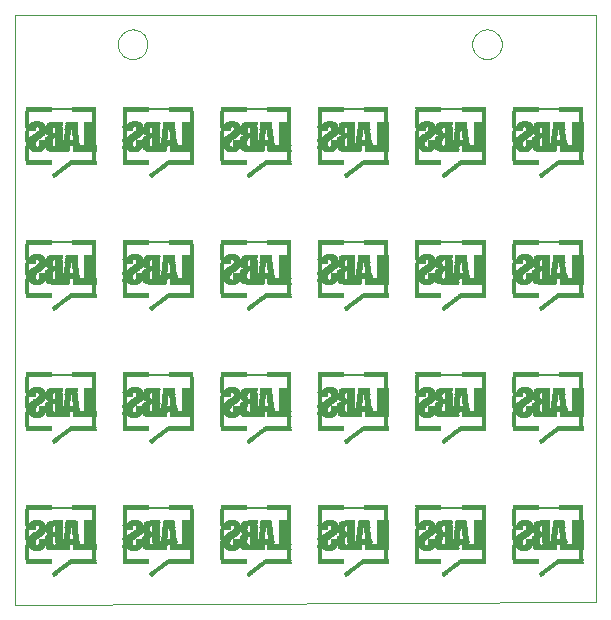
<source format=gbo>
G75*
G70*
%OFA0B0*%
%FSLAX24Y24*%
%IPPOS*%
%LPD*%
%AMOC8*
5,1,8,0,0,1.08239X$1,22.5*
%
%ADD10C,0.0000*%
%ADD11R,0.0021X0.0007*%
%ADD12R,0.0035X0.0007*%
%ADD13R,0.0042X0.0007*%
%ADD14R,0.0063X0.0007*%
%ADD15R,0.0070X0.0007*%
%ADD16R,0.0091X0.0007*%
%ADD17R,0.0105X0.0007*%
%ADD18R,0.0119X0.0007*%
%ADD19R,0.0133X0.0007*%
%ADD20R,0.0147X0.0007*%
%ADD21R,0.0161X0.0007*%
%ADD22R,0.0175X0.0007*%
%ADD23R,0.0189X0.0007*%
%ADD24R,0.0203X0.0007*%
%ADD25R,0.0224X0.0007*%
%ADD26R,0.0231X0.0007*%
%ADD27R,0.0231X0.0007*%
%ADD28R,0.0231X0.0007*%
%ADD29R,0.0231X0.0007*%
%ADD30R,0.0224X0.0007*%
%ADD31R,0.0224X0.0007*%
%ADD32R,0.1043X0.0007*%
%ADD33R,0.0896X0.0007*%
%ADD34R,0.1036X0.0007*%
%ADD35R,0.0896X0.0007*%
%ADD36R,0.1022X0.0007*%
%ADD37R,0.1015X0.0007*%
%ADD38R,0.1001X0.0007*%
%ADD39R,0.0994X0.0007*%
%ADD40R,0.0980X0.0007*%
%ADD41R,0.0973X0.0007*%
%ADD42R,0.0959X0.0007*%
%ADD43R,0.0952X0.0007*%
%ADD44R,0.0945X0.0007*%
%ADD45R,0.0938X0.0007*%
%ADD46R,0.0924X0.0007*%
%ADD47R,0.0917X0.0007*%
%ADD48R,0.0903X0.0007*%
%ADD49R,0.0889X0.0007*%
%ADD50R,0.0875X0.0007*%
%ADD51R,0.0868X0.0007*%
%ADD52R,0.0854X0.0007*%
%ADD53R,0.0140X0.0007*%
%ADD54R,0.0140X0.0007*%
%ADD55R,0.0133X0.0007*%
%ADD56R,0.0189X0.0007*%
%ADD57R,0.0245X0.0007*%
%ADD58R,0.0770X0.0007*%
%ADD59R,0.0623X0.0007*%
%ADD60R,0.0280X0.0007*%
%ADD61R,0.0770X0.0007*%
%ADD62R,0.0693X0.0007*%
%ADD63R,0.0315X0.0007*%
%ADD64R,0.0728X0.0007*%
%ADD65R,0.0343X0.0007*%
%ADD66R,0.0777X0.0007*%
%ADD67R,0.0742X0.0007*%
%ADD68R,0.0371X0.0007*%
%ADD69R,0.0756X0.0007*%
%ADD70R,0.0385X0.0007*%
%ADD71R,0.0763X0.0007*%
%ADD72R,0.0413X0.0007*%
%ADD73R,0.0777X0.0007*%
%ADD74R,0.0427X0.0007*%
%ADD75R,0.0441X0.0007*%
%ADD76R,0.0784X0.0007*%
%ADD77R,0.0469X0.0007*%
%ADD78R,0.0791X0.0007*%
%ADD79R,0.0476X0.0007*%
%ADD80R,0.0483X0.0007*%
%ADD81R,0.0798X0.0007*%
%ADD82R,0.0497X0.0007*%
%ADD83R,0.0798X0.0007*%
%ADD84R,0.0644X0.0007*%
%ADD85R,0.0805X0.0007*%
%ADD86R,0.0784X0.0007*%
%ADD87R,0.0651X0.0007*%
%ADD88R,0.0812X0.0007*%
%ADD89R,0.0784X0.0007*%
%ADD90R,0.0819X0.0007*%
%ADD91R,0.0658X0.0007*%
%ADD92R,0.0819X0.0007*%
%ADD93R,0.0658X0.0007*%
%ADD94R,0.1484X0.0007*%
%ADD95R,0.1071X0.0007*%
%ADD96R,0.1057X0.0007*%
%ADD97R,0.0371X0.0007*%
%ADD98R,0.1050X0.0007*%
%ADD99R,0.0364X0.0007*%
%ADD100R,0.0357X0.0007*%
%ADD101R,0.0490X0.0007*%
%ADD102R,0.0504X0.0007*%
%ADD103R,0.1372X0.0007*%
%ADD104R,0.0350X0.0007*%
%ADD105R,0.1372X0.0007*%
%ADD106R,0.0483X0.0007*%
%ADD107R,0.0350X0.0007*%
%ADD108R,0.0833X0.0007*%
%ADD109R,0.0385X0.0007*%
%ADD110R,0.0833X0.0007*%
%ADD111R,0.0469X0.0007*%
%ADD112R,0.0567X0.0007*%
%ADD113R,0.0252X0.0007*%
%ADD114R,0.0567X0.0007*%
%ADD115R,0.0252X0.0007*%
%ADD116R,0.0560X0.0007*%
%ADD117R,0.0553X0.0007*%
%ADD118R,0.0553X0.0007*%
%ADD119R,0.0546X0.0007*%
%ADD120R,0.0364X0.0007*%
%ADD121R,0.0546X0.0007*%
%ADD122R,0.0371X0.0007*%
%ADD123R,0.0539X0.0007*%
%ADD124R,0.0378X0.0007*%
%ADD125R,0.0392X0.0007*%
%ADD126R,0.0399X0.0007*%
%ADD127R,0.0406X0.0007*%
%ADD128R,0.0420X0.0007*%
%ADD129R,0.0427X0.0007*%
%ADD130R,0.0441X0.0007*%
%ADD131R,0.0245X0.0007*%
%ADD132R,0.0448X0.0007*%
%ADD133R,0.0462X0.0007*%
%ADD134R,0.0217X0.0007*%
%ADD135R,0.0224X0.0007*%
%ADD136R,0.0259X0.0007*%
%ADD137R,0.0357X0.0007*%
%ADD138R,0.0287X0.0007*%
%ADD139R,0.0567X0.0007*%
%ADD140R,0.0217X0.0007*%
%ADD141R,0.0392X0.0007*%
%ADD142R,0.0217X0.0007*%
%ADD143R,0.0399X0.0007*%
%ADD144R,0.0532X0.0007*%
%ADD145R,0.0525X0.0007*%
%ADD146R,0.0511X0.0007*%
%ADD147R,0.0406X0.0007*%
%ADD148R,0.0497X0.0007*%
%ADD149R,0.0455X0.0007*%
%ADD150R,0.0217X0.0007*%
%ADD151R,0.0511X0.0007*%
%ADD152R,0.0210X0.0007*%
%ADD153R,0.0378X0.0007*%
%ADD154R,0.0539X0.0007*%
%ADD155R,0.0357X0.0007*%
%ADD156R,0.0259X0.0007*%
%ADD157R,0.0238X0.0007*%
%ADD158R,0.0336X0.0007*%
%ADD159R,0.0210X0.0007*%
%ADD160R,0.0238X0.0007*%
%ADD161R,0.0329X0.0007*%
%ADD162R,0.0322X0.0007*%
%ADD163R,0.0308X0.0007*%
%ADD164R,0.0511X0.0007*%
%ADD165R,0.0497X0.0007*%
%ADD166R,0.0476X0.0007*%
%ADD167R,0.0203X0.0007*%
%ADD168R,0.0462X0.0007*%
%ADD169R,0.0434X0.0007*%
%ADD170R,0.0420X0.0007*%
%ADD171R,0.0560X0.0007*%
%ADD172R,0.0532X0.0007*%
%ADD173R,0.0518X0.0007*%
%ADD174R,0.0504X0.0007*%
%ADD175R,0.0504X0.0007*%
%ADD176R,0.0378X0.0007*%
%ADD177R,0.0448X0.0007*%
%ADD178R,0.0434X0.0007*%
%ADD179R,0.0448X0.0007*%
%ADD180R,0.0371X0.0007*%
%ADD181R,0.0364X0.0007*%
%ADD182R,0.0294X0.0007*%
%ADD183R,0.0196X0.0007*%
%ADD184R,0.2366X0.0007*%
%ADD185R,0.2366X0.0007*%
D10*
X000141Y000141D02*
X000141Y019826D01*
X019531Y019826D01*
X019531Y000240D01*
X000141Y000141D01*
X003586Y018842D02*
X003588Y018886D01*
X003594Y018930D01*
X003604Y018973D01*
X003617Y019015D01*
X003635Y019055D01*
X003656Y019094D01*
X003680Y019131D01*
X003707Y019166D01*
X003738Y019198D01*
X003771Y019227D01*
X003807Y019253D01*
X003845Y019275D01*
X003885Y019294D01*
X003926Y019310D01*
X003969Y019322D01*
X004012Y019330D01*
X004056Y019334D01*
X004100Y019334D01*
X004144Y019330D01*
X004187Y019322D01*
X004230Y019310D01*
X004271Y019294D01*
X004311Y019275D01*
X004349Y019253D01*
X004385Y019227D01*
X004418Y019198D01*
X004449Y019166D01*
X004476Y019131D01*
X004500Y019094D01*
X004521Y019055D01*
X004539Y019015D01*
X004552Y018973D01*
X004562Y018930D01*
X004568Y018886D01*
X004570Y018842D01*
X004568Y018798D01*
X004562Y018754D01*
X004552Y018711D01*
X004539Y018669D01*
X004521Y018629D01*
X004500Y018590D01*
X004476Y018553D01*
X004449Y018518D01*
X004418Y018486D01*
X004385Y018457D01*
X004349Y018431D01*
X004311Y018409D01*
X004271Y018390D01*
X004230Y018374D01*
X004187Y018362D01*
X004144Y018354D01*
X004100Y018350D01*
X004056Y018350D01*
X004012Y018354D01*
X003969Y018362D01*
X003926Y018374D01*
X003885Y018390D01*
X003845Y018409D01*
X003807Y018431D01*
X003771Y018457D01*
X003738Y018486D01*
X003707Y018518D01*
X003680Y018553D01*
X003656Y018590D01*
X003635Y018629D01*
X003617Y018669D01*
X003604Y018711D01*
X003594Y018754D01*
X003588Y018798D01*
X003586Y018842D01*
X015397Y018842D02*
X015399Y018886D01*
X015405Y018930D01*
X015415Y018973D01*
X015428Y019015D01*
X015446Y019055D01*
X015467Y019094D01*
X015491Y019131D01*
X015518Y019166D01*
X015549Y019198D01*
X015582Y019227D01*
X015618Y019253D01*
X015656Y019275D01*
X015696Y019294D01*
X015737Y019310D01*
X015780Y019322D01*
X015823Y019330D01*
X015867Y019334D01*
X015911Y019334D01*
X015955Y019330D01*
X015998Y019322D01*
X016041Y019310D01*
X016082Y019294D01*
X016122Y019275D01*
X016160Y019253D01*
X016196Y019227D01*
X016229Y019198D01*
X016260Y019166D01*
X016287Y019131D01*
X016311Y019094D01*
X016332Y019055D01*
X016350Y019015D01*
X016363Y018973D01*
X016373Y018930D01*
X016379Y018886D01*
X016381Y018842D01*
X016379Y018798D01*
X016373Y018754D01*
X016363Y018711D01*
X016350Y018669D01*
X016332Y018629D01*
X016311Y018590D01*
X016287Y018553D01*
X016260Y018518D01*
X016229Y018486D01*
X016196Y018457D01*
X016160Y018431D01*
X016122Y018409D01*
X016082Y018390D01*
X016041Y018374D01*
X015998Y018362D01*
X015955Y018354D01*
X015911Y018350D01*
X015867Y018350D01*
X015823Y018354D01*
X015780Y018362D01*
X015737Y018374D01*
X015696Y018390D01*
X015656Y018409D01*
X015618Y018431D01*
X015582Y018457D01*
X015549Y018486D01*
X015518Y018518D01*
X015491Y018553D01*
X015467Y018590D01*
X015446Y018629D01*
X015428Y018669D01*
X015415Y018711D01*
X015405Y018754D01*
X015399Y018798D01*
X015397Y018842D01*
D11*
X014453Y014376D03*
X017701Y014376D03*
X017701Y009946D03*
X014453Y009946D03*
X011205Y009946D03*
X007957Y009946D03*
X004709Y009946D03*
X001461Y009946D03*
X001461Y005517D03*
X004709Y005517D03*
X007957Y005517D03*
X011205Y005517D03*
X014453Y005517D03*
X017701Y005517D03*
X017701Y001088D03*
X014453Y001088D03*
X011205Y001088D03*
X007957Y001088D03*
X004709Y001088D03*
X001461Y001088D03*
X001461Y014376D03*
X004709Y014376D03*
X007957Y014376D03*
X011205Y014376D03*
D12*
X011205Y014383D03*
X007957Y014383D03*
X004709Y014383D03*
X001461Y014383D03*
X001461Y009953D03*
X004709Y009953D03*
X007957Y009953D03*
X011205Y009953D03*
X014453Y009953D03*
X017701Y009953D03*
X017701Y005524D03*
X014453Y005524D03*
X011205Y005524D03*
X007957Y005524D03*
X004709Y005524D03*
X001461Y005524D03*
X001461Y001095D03*
X004709Y001095D03*
X007957Y001095D03*
X011205Y001095D03*
X014453Y001095D03*
X017701Y001095D03*
X017701Y014383D03*
X014453Y014383D03*
D13*
X014457Y014390D03*
X017705Y014390D03*
X017705Y009960D03*
X014457Y009960D03*
X011209Y009960D03*
X007961Y009960D03*
X004713Y009960D03*
X001465Y009960D03*
X001465Y005531D03*
X004713Y005531D03*
X007961Y005531D03*
X011209Y005531D03*
X014457Y005531D03*
X017705Y005531D03*
X017705Y001102D03*
X014457Y001102D03*
X011209Y001102D03*
X007961Y001102D03*
X004713Y001102D03*
X001465Y001102D03*
X001465Y014390D03*
X004713Y014390D03*
X007961Y014390D03*
X011209Y014390D03*
D14*
X011212Y014396D03*
X007964Y014396D03*
X004716Y014396D03*
X001468Y014396D03*
X001468Y009967D03*
X004716Y009967D03*
X007964Y009967D03*
X011212Y009967D03*
X014460Y009967D03*
X017708Y009967D03*
X017708Y014396D03*
X014460Y014396D03*
X014460Y005538D03*
X011212Y005538D03*
X007964Y005538D03*
X004716Y005538D03*
X001468Y005538D03*
X001468Y001109D03*
X004716Y001109D03*
X007964Y001109D03*
X011212Y001109D03*
X014460Y001109D03*
X017708Y001109D03*
X017708Y005538D03*
D15*
X017712Y005545D03*
X014464Y005545D03*
X011216Y005545D03*
X007968Y005545D03*
X004720Y005545D03*
X001472Y005545D03*
X001472Y001116D03*
X004720Y001116D03*
X007968Y001116D03*
X011216Y001116D03*
X014464Y001116D03*
X017712Y001116D03*
X017712Y009974D03*
X014464Y009974D03*
X011216Y009974D03*
X007968Y009974D03*
X004720Y009974D03*
X001472Y009974D03*
X001472Y014404D03*
X004720Y014404D03*
X007968Y014404D03*
X011216Y014404D03*
X014464Y014404D03*
X017712Y014404D03*
D16*
X017715Y014411D03*
X014467Y014411D03*
X011219Y014411D03*
X007971Y014411D03*
X004723Y014411D03*
X001475Y014411D03*
X001475Y009981D03*
X004723Y009981D03*
X007971Y009981D03*
X011219Y009981D03*
X014467Y009981D03*
X017715Y009981D03*
X017715Y005552D03*
X014467Y005552D03*
X011219Y005552D03*
X007971Y005552D03*
X004723Y005552D03*
X001475Y005552D03*
X001475Y001123D03*
X004723Y001123D03*
X007971Y001123D03*
X011219Y001123D03*
X014467Y001123D03*
X017715Y001123D03*
D17*
X017715Y001130D03*
X017127Y001949D03*
X014467Y001130D03*
X013879Y001949D03*
X011219Y001130D03*
X010631Y001949D03*
X007971Y001130D03*
X007383Y001949D03*
X004723Y001130D03*
X004135Y001949D03*
X001475Y001130D03*
X000887Y001949D03*
X001475Y005559D03*
X000887Y006378D03*
X004135Y006378D03*
X004723Y005559D03*
X007383Y006378D03*
X007971Y005559D03*
X010631Y006378D03*
X011219Y005559D03*
X013879Y006378D03*
X014467Y005559D03*
X017127Y006378D03*
X017715Y005559D03*
X017715Y009988D03*
X017127Y010807D03*
X014467Y009988D03*
X013879Y010807D03*
X011219Y009988D03*
X010631Y010807D03*
X007971Y009988D03*
X007383Y010807D03*
X004723Y009988D03*
X004135Y010807D03*
X001475Y009988D03*
X000887Y010807D03*
X001475Y014418D03*
X000887Y015236D03*
X004135Y015236D03*
X004723Y014418D03*
X007383Y015236D03*
X007971Y014418D03*
X010631Y015236D03*
X011219Y014418D03*
X013879Y015236D03*
X014467Y014418D03*
X017127Y015236D03*
X017715Y014418D03*
D18*
X017715Y014425D03*
X017148Y016244D03*
X014467Y014425D03*
X013900Y016244D03*
X011219Y014425D03*
X010652Y016244D03*
X007971Y014425D03*
X007404Y016244D03*
X004723Y014425D03*
X004156Y016244D03*
X001475Y014425D03*
X000908Y016244D03*
X000908Y011815D03*
X001475Y009995D03*
X000908Y007386D03*
X001475Y005566D03*
X000908Y002957D03*
X001475Y001137D03*
X004156Y002957D03*
X004723Y001137D03*
X007404Y002957D03*
X007971Y001137D03*
X010652Y002957D03*
X011219Y001137D03*
X013900Y002957D03*
X014467Y001137D03*
X017148Y002957D03*
X017715Y001137D03*
X017715Y005566D03*
X017148Y007386D03*
X017715Y009995D03*
X017148Y011815D03*
X014467Y009995D03*
X013900Y011815D03*
X011219Y009995D03*
X010652Y011815D03*
X007971Y009995D03*
X007404Y011815D03*
X004723Y009995D03*
X004156Y011815D03*
X004156Y007386D03*
X004723Y005566D03*
X007404Y007386D03*
X007971Y005566D03*
X010652Y007386D03*
X011219Y005566D03*
X013900Y007386D03*
X014467Y005566D03*
D19*
X014474Y005573D03*
X013557Y006084D03*
X013557Y006098D03*
X013557Y006105D03*
X013557Y006112D03*
X013557Y006119D03*
X013557Y006133D03*
X013557Y006140D03*
X013557Y006147D03*
X013557Y006154D03*
X013557Y006168D03*
X013557Y006175D03*
X013557Y006182D03*
X013557Y006189D03*
X013557Y006203D03*
X013557Y006210D03*
X013557Y006217D03*
X013557Y006224D03*
X013557Y006238D03*
X013557Y006245D03*
X013557Y006252D03*
X013557Y006259D03*
X013557Y006273D03*
X013557Y006280D03*
X013557Y006287D03*
X013557Y006294D03*
X013557Y006308D03*
X013557Y006315D03*
X013557Y006322D03*
X013557Y006329D03*
X013557Y006343D03*
X013557Y006350D03*
X013557Y006357D03*
X013557Y006364D03*
X013557Y006378D03*
X013557Y006385D03*
X013557Y006392D03*
X013557Y006399D03*
X013557Y006413D03*
X013557Y006420D03*
X013557Y006427D03*
X013557Y006434D03*
X013557Y006448D03*
X013557Y006455D03*
X013557Y006462D03*
X013557Y006469D03*
X013557Y006833D03*
X013557Y006840D03*
X013557Y006847D03*
X013557Y006854D03*
X013557Y006868D03*
X013557Y006875D03*
X013557Y006882D03*
X013557Y006889D03*
X013557Y006903D03*
X013557Y006910D03*
X013557Y006917D03*
X013557Y006924D03*
X013557Y006938D03*
X013557Y006945D03*
X013557Y006952D03*
X013557Y006959D03*
X013557Y006973D03*
X013557Y006980D03*
X013557Y006987D03*
X013557Y006994D03*
X013557Y007008D03*
X013557Y007015D03*
X013557Y007022D03*
X013557Y007029D03*
X013557Y007043D03*
X013557Y007050D03*
X013557Y007057D03*
X013557Y007064D03*
X013557Y007225D03*
X013557Y007232D03*
X013557Y007239D03*
X013557Y007253D03*
X013557Y007260D03*
X013557Y007267D03*
X013557Y007274D03*
X013557Y007288D03*
X013557Y007295D03*
X013557Y007302D03*
X013557Y007309D03*
X013557Y007323D03*
X013557Y007330D03*
X013557Y007337D03*
X013557Y007344D03*
X013557Y007358D03*
X013557Y007365D03*
X013557Y007372D03*
X013557Y007379D03*
X013557Y007393D03*
X013557Y007400D03*
X013557Y007407D03*
X013557Y007414D03*
X013557Y007428D03*
X013557Y007435D03*
X013557Y007442D03*
X013557Y007449D03*
X013557Y007463D03*
X013557Y007470D03*
X013557Y007477D03*
X013557Y007484D03*
X013557Y007498D03*
X013557Y007505D03*
X013557Y007512D03*
X013557Y007519D03*
X013557Y007533D03*
X013557Y007540D03*
X013557Y007547D03*
X013557Y007554D03*
X013557Y007568D03*
X013557Y007575D03*
X013557Y007582D03*
X013557Y007589D03*
X013557Y007603D03*
X013557Y007610D03*
X013557Y007617D03*
X013557Y007624D03*
X013557Y007638D03*
X013557Y007645D03*
X013557Y007652D03*
X013557Y007659D03*
X013557Y007673D03*
X013557Y007680D03*
X013557Y007687D03*
X013557Y007694D03*
X013557Y007708D03*
X013557Y007715D03*
X013557Y007722D03*
X013557Y007729D03*
X011226Y005573D03*
X010309Y006084D03*
X010309Y006098D03*
X010309Y006105D03*
X010309Y006112D03*
X010309Y006119D03*
X010309Y006133D03*
X010309Y006140D03*
X010309Y006147D03*
X010309Y006154D03*
X010309Y006168D03*
X010309Y006175D03*
X010309Y006182D03*
X010309Y006189D03*
X010309Y006203D03*
X010309Y006210D03*
X010309Y006217D03*
X010309Y006224D03*
X010309Y006238D03*
X010309Y006245D03*
X010309Y006252D03*
X010309Y006259D03*
X010309Y006273D03*
X010309Y006280D03*
X010309Y006287D03*
X010309Y006294D03*
X010309Y006308D03*
X010309Y006315D03*
X010309Y006322D03*
X010309Y006329D03*
X010309Y006343D03*
X010309Y006350D03*
X010309Y006357D03*
X010309Y006364D03*
X010309Y006378D03*
X010309Y006385D03*
X010309Y006392D03*
X010309Y006399D03*
X010309Y006413D03*
X010309Y006420D03*
X010309Y006427D03*
X010309Y006434D03*
X010309Y006448D03*
X010309Y006455D03*
X010309Y006462D03*
X010309Y006469D03*
X010309Y006833D03*
X010309Y006840D03*
X010309Y006847D03*
X010309Y006854D03*
X010309Y006868D03*
X010309Y006875D03*
X010309Y006882D03*
X010309Y006889D03*
X010309Y006903D03*
X010309Y006910D03*
X010309Y006917D03*
X010309Y006924D03*
X010309Y006938D03*
X010309Y006945D03*
X010309Y006952D03*
X010309Y006959D03*
X010309Y006973D03*
X010309Y006980D03*
X010309Y006987D03*
X010309Y006994D03*
X010309Y007008D03*
X010309Y007015D03*
X010309Y007022D03*
X010309Y007029D03*
X010309Y007043D03*
X010309Y007050D03*
X010309Y007057D03*
X010309Y007064D03*
X010309Y007225D03*
X010309Y007232D03*
X010309Y007239D03*
X010309Y007253D03*
X010309Y007260D03*
X010309Y007267D03*
X010309Y007274D03*
X010309Y007288D03*
X010309Y007295D03*
X010309Y007302D03*
X010309Y007309D03*
X010309Y007323D03*
X010309Y007330D03*
X010309Y007337D03*
X010309Y007344D03*
X010309Y007358D03*
X010309Y007365D03*
X010309Y007372D03*
X010309Y007379D03*
X010309Y007393D03*
X010309Y007400D03*
X010309Y007407D03*
X010309Y007414D03*
X010309Y007428D03*
X010309Y007435D03*
X010309Y007442D03*
X010309Y007449D03*
X010309Y007463D03*
X010309Y007470D03*
X010309Y007477D03*
X010309Y007484D03*
X010309Y007498D03*
X010309Y007505D03*
X010309Y007512D03*
X010309Y007519D03*
X010309Y007533D03*
X010309Y007540D03*
X010309Y007547D03*
X010309Y007554D03*
X010309Y007568D03*
X010309Y007575D03*
X010309Y007582D03*
X010309Y007589D03*
X010309Y007603D03*
X010309Y007610D03*
X010309Y007617D03*
X010309Y007624D03*
X010309Y007638D03*
X010309Y007645D03*
X010309Y007652D03*
X010309Y007659D03*
X010309Y007673D03*
X010309Y007680D03*
X010309Y007687D03*
X010309Y007694D03*
X010309Y007708D03*
X010309Y007715D03*
X010309Y007722D03*
X010309Y007729D03*
X011226Y010002D03*
X010309Y010513D03*
X010309Y010527D03*
X010309Y010534D03*
X010309Y010541D03*
X010309Y010548D03*
X010309Y010562D03*
X010309Y010569D03*
X010309Y010576D03*
X010309Y010583D03*
X010309Y010597D03*
X010309Y010604D03*
X010309Y010611D03*
X010309Y010618D03*
X010309Y010632D03*
X010309Y010639D03*
X010309Y010646D03*
X010309Y010653D03*
X010309Y010667D03*
X010309Y010674D03*
X010309Y010681D03*
X010309Y010688D03*
X010309Y010702D03*
X010309Y010709D03*
X010309Y010716D03*
X010309Y010723D03*
X010309Y010737D03*
X010309Y010744D03*
X010309Y010751D03*
X010309Y010758D03*
X010309Y010772D03*
X010309Y010779D03*
X010309Y010786D03*
X010309Y010793D03*
X010309Y010807D03*
X010309Y010814D03*
X010309Y010821D03*
X010309Y010828D03*
X010309Y010842D03*
X010309Y010849D03*
X010309Y010856D03*
X010309Y010863D03*
X010309Y010877D03*
X010309Y010884D03*
X010309Y010891D03*
X010309Y010898D03*
X010309Y011262D03*
X010309Y011269D03*
X010309Y011276D03*
X010309Y011283D03*
X010309Y011297D03*
X010309Y011304D03*
X010309Y011311D03*
X010309Y011318D03*
X010309Y011332D03*
X010309Y011339D03*
X010309Y011346D03*
X010309Y011353D03*
X010309Y011367D03*
X010309Y011374D03*
X010309Y011381D03*
X010309Y011388D03*
X010309Y011402D03*
X010309Y011409D03*
X010309Y011416D03*
X010309Y011423D03*
X010309Y011437D03*
X010309Y011444D03*
X010309Y011451D03*
X010309Y011458D03*
X010309Y011472D03*
X010309Y011479D03*
X010309Y011486D03*
X010309Y011493D03*
X010309Y011654D03*
X010309Y011661D03*
X010309Y011668D03*
X010309Y011682D03*
X010309Y011689D03*
X010309Y011696D03*
X010309Y011703D03*
X010309Y011717D03*
X010309Y011724D03*
X010309Y011731D03*
X010309Y011738D03*
X010309Y011752D03*
X010309Y011759D03*
X010309Y011766D03*
X010309Y011773D03*
X010309Y011787D03*
X010309Y011794D03*
X010309Y011801D03*
X010309Y011808D03*
X010309Y011822D03*
X010309Y011829D03*
X010309Y011836D03*
X010309Y011843D03*
X010309Y011857D03*
X010309Y011864D03*
X010309Y011871D03*
X010309Y011878D03*
X010309Y011892D03*
X010309Y011899D03*
X010309Y011906D03*
X010309Y011913D03*
X010309Y011927D03*
X010309Y011934D03*
X010309Y011941D03*
X010309Y011948D03*
X010309Y011962D03*
X010309Y011969D03*
X010309Y011976D03*
X010309Y011983D03*
X010309Y011997D03*
X010309Y012004D03*
X010309Y012011D03*
X010309Y012018D03*
X010309Y012032D03*
X010309Y012039D03*
X010309Y012046D03*
X010309Y012053D03*
X010309Y012067D03*
X010309Y012074D03*
X010309Y012081D03*
X010309Y012088D03*
X010309Y012102D03*
X010309Y012109D03*
X010309Y012116D03*
X010309Y012123D03*
X010309Y012137D03*
X010309Y012144D03*
X010309Y012151D03*
X010309Y012158D03*
X011226Y014431D03*
X010309Y014943D03*
X010309Y014956D03*
X010309Y014964D03*
X010309Y014971D03*
X010309Y014978D03*
X010309Y014991D03*
X010309Y014999D03*
X010309Y015006D03*
X010309Y015013D03*
X010309Y015026D03*
X010309Y015034D03*
X010309Y015041D03*
X010309Y015048D03*
X010309Y015061D03*
X010309Y015069D03*
X010309Y015076D03*
X010309Y015083D03*
X010309Y015096D03*
X010309Y015104D03*
X010309Y015111D03*
X010309Y015118D03*
X010309Y015131D03*
X010309Y015139D03*
X010309Y015146D03*
X010309Y015153D03*
X010309Y015166D03*
X010309Y015174D03*
X010309Y015181D03*
X010309Y015188D03*
X010309Y015201D03*
X010309Y015209D03*
X010309Y015216D03*
X010309Y015223D03*
X010309Y015236D03*
X010309Y015244D03*
X010309Y015251D03*
X010309Y015258D03*
X010309Y015271D03*
X010309Y015279D03*
X010309Y015286D03*
X010309Y015293D03*
X010309Y015306D03*
X010309Y015314D03*
X010309Y015321D03*
X010309Y015328D03*
X010309Y015691D03*
X010309Y015699D03*
X010309Y015706D03*
X010309Y015713D03*
X010309Y015726D03*
X010309Y015734D03*
X010309Y015741D03*
X010309Y015748D03*
X010309Y015761D03*
X010309Y015769D03*
X010309Y015776D03*
X010309Y015783D03*
X010309Y015796D03*
X010309Y015804D03*
X010309Y015811D03*
X010309Y015818D03*
X010309Y015831D03*
X010309Y015839D03*
X010309Y015846D03*
X010309Y015853D03*
X010309Y015866D03*
X010309Y015874D03*
X010309Y015881D03*
X010309Y015888D03*
X010309Y015901D03*
X010309Y015909D03*
X010309Y015916D03*
X010309Y015923D03*
X010309Y016084D03*
X010309Y016091D03*
X010309Y016098D03*
X010309Y016111D03*
X010309Y016119D03*
X010309Y016126D03*
X010309Y016133D03*
X010309Y016146D03*
X010309Y016154D03*
X010309Y016161D03*
X010309Y016168D03*
X010309Y016181D03*
X010309Y016189D03*
X010309Y016196D03*
X010309Y016203D03*
X010309Y016216D03*
X010309Y016224D03*
X010309Y016231D03*
X010309Y016238D03*
X010309Y016251D03*
X010309Y016259D03*
X010309Y016266D03*
X010309Y016273D03*
X010309Y016286D03*
X010309Y016294D03*
X010309Y016301D03*
X010309Y016308D03*
X010309Y016321D03*
X010309Y016329D03*
X010309Y016336D03*
X010309Y016343D03*
X010309Y016356D03*
X010309Y016364D03*
X010309Y016371D03*
X010309Y016378D03*
X010309Y016391D03*
X010309Y016399D03*
X010309Y016406D03*
X010309Y016413D03*
X010309Y016426D03*
X010309Y016434D03*
X010309Y016441D03*
X010309Y016448D03*
X010309Y016461D03*
X010309Y016469D03*
X010309Y016476D03*
X010309Y016483D03*
X010309Y016496D03*
X010309Y016504D03*
X010309Y016511D03*
X010309Y016518D03*
X010309Y016531D03*
X010309Y016539D03*
X010309Y016546D03*
X010309Y016553D03*
X010309Y016566D03*
X010309Y016574D03*
X010309Y016581D03*
X010309Y016588D03*
X007978Y014431D03*
X007061Y014943D03*
X007061Y014956D03*
X007061Y014964D03*
X007061Y014971D03*
X007061Y014978D03*
X007061Y014991D03*
X007061Y014999D03*
X007061Y015006D03*
X007061Y015013D03*
X007061Y015026D03*
X007061Y015034D03*
X007061Y015041D03*
X007061Y015048D03*
X007061Y015061D03*
X007061Y015069D03*
X007061Y015076D03*
X007061Y015083D03*
X007061Y015096D03*
X007061Y015104D03*
X007061Y015111D03*
X007061Y015118D03*
X007061Y015131D03*
X007061Y015139D03*
X007061Y015146D03*
X007061Y015153D03*
X007061Y015166D03*
X007061Y015174D03*
X007061Y015181D03*
X007061Y015188D03*
X007061Y015201D03*
X007061Y015209D03*
X007061Y015216D03*
X007061Y015223D03*
X007061Y015236D03*
X007061Y015244D03*
X007061Y015251D03*
X007061Y015258D03*
X007061Y015271D03*
X007061Y015279D03*
X007061Y015286D03*
X007061Y015293D03*
X007061Y015306D03*
X007061Y015314D03*
X007061Y015321D03*
X007061Y015328D03*
X007061Y015691D03*
X007061Y015699D03*
X007061Y015706D03*
X007061Y015713D03*
X007061Y015726D03*
X007061Y015734D03*
X007061Y015741D03*
X007061Y015748D03*
X007061Y015761D03*
X007061Y015769D03*
X007061Y015776D03*
X007061Y015783D03*
X007061Y015796D03*
X007061Y015804D03*
X007061Y015811D03*
X007061Y015818D03*
X007061Y015831D03*
X007061Y015839D03*
X007061Y015846D03*
X007061Y015853D03*
X007061Y015866D03*
X007061Y015874D03*
X007061Y015881D03*
X007061Y015888D03*
X007061Y015901D03*
X007061Y015909D03*
X007061Y015916D03*
X007061Y015923D03*
X007061Y016084D03*
X007061Y016091D03*
X007061Y016098D03*
X007061Y016111D03*
X007061Y016119D03*
X007061Y016126D03*
X007061Y016133D03*
X007061Y016146D03*
X007061Y016154D03*
X007061Y016161D03*
X007061Y016168D03*
X007061Y016181D03*
X007061Y016189D03*
X007061Y016196D03*
X007061Y016203D03*
X007061Y016216D03*
X007061Y016224D03*
X007061Y016231D03*
X007061Y016238D03*
X007061Y016251D03*
X007061Y016259D03*
X007061Y016266D03*
X007061Y016273D03*
X007061Y016286D03*
X007061Y016294D03*
X007061Y016301D03*
X007061Y016308D03*
X007061Y016321D03*
X007061Y016329D03*
X007061Y016336D03*
X007061Y016343D03*
X007061Y016356D03*
X007061Y016364D03*
X007061Y016371D03*
X007061Y016378D03*
X007061Y016391D03*
X007061Y016399D03*
X007061Y016406D03*
X007061Y016413D03*
X007061Y016426D03*
X007061Y016434D03*
X007061Y016441D03*
X007061Y016448D03*
X007061Y016461D03*
X007061Y016469D03*
X007061Y016476D03*
X007061Y016483D03*
X007061Y016496D03*
X007061Y016504D03*
X007061Y016511D03*
X007061Y016518D03*
X007061Y016531D03*
X007061Y016539D03*
X007061Y016546D03*
X007061Y016553D03*
X007061Y016566D03*
X007061Y016574D03*
X007061Y016581D03*
X007061Y016588D03*
X004730Y014431D03*
X003813Y014943D03*
X003813Y014956D03*
X003813Y014964D03*
X003813Y014971D03*
X003813Y014978D03*
X003813Y014991D03*
X003813Y014999D03*
X003813Y015006D03*
X003813Y015013D03*
X003813Y015026D03*
X003813Y015034D03*
X003813Y015041D03*
X003813Y015048D03*
X003813Y015061D03*
X003813Y015069D03*
X003813Y015076D03*
X003813Y015083D03*
X003813Y015096D03*
X003813Y015104D03*
X003813Y015111D03*
X003813Y015118D03*
X003813Y015131D03*
X003813Y015139D03*
X003813Y015146D03*
X003813Y015153D03*
X003813Y015166D03*
X003813Y015174D03*
X003813Y015181D03*
X003813Y015188D03*
X003813Y015201D03*
X003813Y015209D03*
X003813Y015216D03*
X003813Y015223D03*
X003813Y015236D03*
X003813Y015244D03*
X003813Y015251D03*
X003813Y015258D03*
X003813Y015271D03*
X003813Y015279D03*
X003813Y015286D03*
X003813Y015293D03*
X003813Y015306D03*
X003813Y015314D03*
X003813Y015321D03*
X003813Y015328D03*
X003813Y015691D03*
X003813Y015699D03*
X003813Y015706D03*
X003813Y015713D03*
X003813Y015726D03*
X003813Y015734D03*
X003813Y015741D03*
X003813Y015748D03*
X003813Y015761D03*
X003813Y015769D03*
X003813Y015776D03*
X003813Y015783D03*
X003813Y015796D03*
X003813Y015804D03*
X003813Y015811D03*
X003813Y015818D03*
X003813Y015831D03*
X003813Y015839D03*
X003813Y015846D03*
X003813Y015853D03*
X003813Y015866D03*
X003813Y015874D03*
X003813Y015881D03*
X003813Y015888D03*
X003813Y015901D03*
X003813Y015909D03*
X003813Y015916D03*
X003813Y015923D03*
X003813Y016084D03*
X003813Y016091D03*
X003813Y016098D03*
X003813Y016111D03*
X003813Y016119D03*
X003813Y016126D03*
X003813Y016133D03*
X003813Y016146D03*
X003813Y016154D03*
X003813Y016161D03*
X003813Y016168D03*
X003813Y016181D03*
X003813Y016189D03*
X003813Y016196D03*
X003813Y016203D03*
X003813Y016216D03*
X003813Y016224D03*
X003813Y016231D03*
X003813Y016238D03*
X003813Y016251D03*
X003813Y016259D03*
X003813Y016266D03*
X003813Y016273D03*
X003813Y016286D03*
X003813Y016294D03*
X003813Y016301D03*
X003813Y016308D03*
X003813Y016321D03*
X003813Y016329D03*
X003813Y016336D03*
X003813Y016343D03*
X003813Y016356D03*
X003813Y016364D03*
X003813Y016371D03*
X003813Y016378D03*
X003813Y016391D03*
X003813Y016399D03*
X003813Y016406D03*
X003813Y016413D03*
X003813Y016426D03*
X003813Y016434D03*
X003813Y016441D03*
X003813Y016448D03*
X003813Y016461D03*
X003813Y016469D03*
X003813Y016476D03*
X003813Y016483D03*
X003813Y016496D03*
X003813Y016504D03*
X003813Y016511D03*
X003813Y016518D03*
X003813Y016531D03*
X003813Y016539D03*
X003813Y016546D03*
X003813Y016553D03*
X003813Y016566D03*
X003813Y016574D03*
X003813Y016581D03*
X003813Y016588D03*
X001482Y014431D03*
X000565Y014943D03*
X000565Y014956D03*
X000565Y014964D03*
X000565Y014971D03*
X000565Y014978D03*
X000565Y014991D03*
X000565Y014999D03*
X000565Y015006D03*
X000565Y015013D03*
X000565Y015026D03*
X000565Y015034D03*
X000565Y015041D03*
X000565Y015048D03*
X000565Y015061D03*
X000565Y015069D03*
X000565Y015076D03*
X000565Y015083D03*
X000565Y015096D03*
X000565Y015104D03*
X000565Y015111D03*
X000565Y015118D03*
X000565Y015131D03*
X000565Y015139D03*
X000565Y015146D03*
X000565Y015153D03*
X000565Y015166D03*
X000565Y015174D03*
X000565Y015181D03*
X000565Y015188D03*
X000565Y015201D03*
X000565Y015209D03*
X000565Y015216D03*
X000565Y015223D03*
X000565Y015236D03*
X000565Y015244D03*
X000565Y015251D03*
X000565Y015258D03*
X000565Y015271D03*
X000565Y015279D03*
X000565Y015286D03*
X000565Y015293D03*
X000565Y015306D03*
X000565Y015314D03*
X000565Y015321D03*
X000565Y015328D03*
X000565Y015691D03*
X000565Y015699D03*
X000565Y015706D03*
X000565Y015713D03*
X000565Y015726D03*
X000565Y015734D03*
X000565Y015741D03*
X000565Y015748D03*
X000565Y015761D03*
X000565Y015769D03*
X000565Y015776D03*
X000565Y015783D03*
X000565Y015796D03*
X000565Y015804D03*
X000565Y015811D03*
X000565Y015818D03*
X000565Y015831D03*
X000565Y015839D03*
X000565Y015846D03*
X000565Y015853D03*
X000565Y015866D03*
X000565Y015874D03*
X000565Y015881D03*
X000565Y015888D03*
X000565Y015901D03*
X000565Y015909D03*
X000565Y015916D03*
X000565Y015923D03*
X000565Y016084D03*
X000565Y016091D03*
X000565Y016098D03*
X000565Y016111D03*
X000565Y016119D03*
X000565Y016126D03*
X000565Y016133D03*
X000565Y016146D03*
X000565Y016154D03*
X000565Y016161D03*
X000565Y016168D03*
X000565Y016181D03*
X000565Y016189D03*
X000565Y016196D03*
X000565Y016203D03*
X000565Y016216D03*
X000565Y016224D03*
X000565Y016231D03*
X000565Y016238D03*
X000565Y016251D03*
X000565Y016259D03*
X000565Y016266D03*
X000565Y016273D03*
X000565Y016286D03*
X000565Y016294D03*
X000565Y016301D03*
X000565Y016308D03*
X000565Y016321D03*
X000565Y016329D03*
X000565Y016336D03*
X000565Y016343D03*
X000565Y016356D03*
X000565Y016364D03*
X000565Y016371D03*
X000565Y016378D03*
X000565Y016391D03*
X000565Y016399D03*
X000565Y016406D03*
X000565Y016413D03*
X000565Y016426D03*
X000565Y016434D03*
X000565Y016441D03*
X000565Y016448D03*
X000565Y016461D03*
X000565Y016469D03*
X000565Y016476D03*
X000565Y016483D03*
X000565Y016496D03*
X000565Y016504D03*
X000565Y016511D03*
X000565Y016518D03*
X000565Y016531D03*
X000565Y016539D03*
X000565Y016546D03*
X000565Y016553D03*
X000565Y016566D03*
X000565Y016574D03*
X000565Y016581D03*
X000565Y016588D03*
X000565Y012158D03*
X000565Y012151D03*
X000565Y012144D03*
X000565Y012137D03*
X000565Y012123D03*
X000565Y012116D03*
X000565Y012109D03*
X000565Y012102D03*
X000565Y012088D03*
X000565Y012081D03*
X000565Y012074D03*
X000565Y012067D03*
X000565Y012053D03*
X000565Y012046D03*
X000565Y012039D03*
X000565Y012032D03*
X000565Y012018D03*
X000565Y012011D03*
X000565Y012004D03*
X000565Y011997D03*
X000565Y011983D03*
X000565Y011976D03*
X000565Y011969D03*
X000565Y011962D03*
X000565Y011948D03*
X000565Y011941D03*
X000565Y011934D03*
X000565Y011927D03*
X000565Y011913D03*
X000565Y011906D03*
X000565Y011899D03*
X000565Y011892D03*
X000565Y011878D03*
X000565Y011871D03*
X000565Y011864D03*
X000565Y011857D03*
X000565Y011843D03*
X000565Y011836D03*
X000565Y011829D03*
X000565Y011822D03*
X000565Y011808D03*
X000565Y011801D03*
X000565Y011794D03*
X000565Y011787D03*
X000565Y011773D03*
X000565Y011766D03*
X000565Y011759D03*
X000565Y011752D03*
X000565Y011738D03*
X000565Y011731D03*
X000565Y011724D03*
X000565Y011717D03*
X000565Y011703D03*
X000565Y011696D03*
X000565Y011689D03*
X000565Y011682D03*
X000565Y011668D03*
X000565Y011661D03*
X000565Y011654D03*
X000565Y011493D03*
X000565Y011486D03*
X000565Y011479D03*
X000565Y011472D03*
X000565Y011458D03*
X000565Y011451D03*
X000565Y011444D03*
X000565Y011437D03*
X000565Y011423D03*
X000565Y011416D03*
X000565Y011409D03*
X000565Y011402D03*
X000565Y011388D03*
X000565Y011381D03*
X000565Y011374D03*
X000565Y011367D03*
X000565Y011353D03*
X000565Y011346D03*
X000565Y011339D03*
X000565Y011332D03*
X000565Y011318D03*
X000565Y011311D03*
X000565Y011304D03*
X000565Y011297D03*
X000565Y011283D03*
X000565Y011276D03*
X000565Y011269D03*
X000565Y011262D03*
X000565Y010898D03*
X000565Y010891D03*
X000565Y010884D03*
X000565Y010877D03*
X000565Y010863D03*
X000565Y010856D03*
X000565Y010849D03*
X000565Y010842D03*
X000565Y010828D03*
X000565Y010821D03*
X000565Y010814D03*
X000565Y010807D03*
X000565Y010793D03*
X000565Y010786D03*
X000565Y010779D03*
X000565Y010772D03*
X000565Y010758D03*
X000565Y010751D03*
X000565Y010744D03*
X000565Y010737D03*
X000565Y010723D03*
X000565Y010716D03*
X000565Y010709D03*
X000565Y010702D03*
X000565Y010688D03*
X000565Y010681D03*
X000565Y010674D03*
X000565Y010667D03*
X000565Y010653D03*
X000565Y010646D03*
X000565Y010639D03*
X000565Y010632D03*
X000565Y010618D03*
X000565Y010611D03*
X000565Y010604D03*
X000565Y010597D03*
X000565Y010583D03*
X000565Y010576D03*
X000565Y010569D03*
X000565Y010562D03*
X000565Y010548D03*
X000565Y010541D03*
X000565Y010534D03*
X000565Y010527D03*
X000565Y010513D03*
X001482Y010002D03*
X003813Y010513D03*
X003813Y010527D03*
X003813Y010534D03*
X003813Y010541D03*
X003813Y010548D03*
X003813Y010562D03*
X003813Y010569D03*
X003813Y010576D03*
X003813Y010583D03*
X003813Y010597D03*
X003813Y010604D03*
X003813Y010611D03*
X003813Y010618D03*
X003813Y010632D03*
X003813Y010639D03*
X003813Y010646D03*
X003813Y010653D03*
X003813Y010667D03*
X003813Y010674D03*
X003813Y010681D03*
X003813Y010688D03*
X003813Y010702D03*
X003813Y010709D03*
X003813Y010716D03*
X003813Y010723D03*
X003813Y010737D03*
X003813Y010744D03*
X003813Y010751D03*
X003813Y010758D03*
X003813Y010772D03*
X003813Y010779D03*
X003813Y010786D03*
X003813Y010793D03*
X003813Y010807D03*
X003813Y010814D03*
X003813Y010821D03*
X003813Y010828D03*
X003813Y010842D03*
X003813Y010849D03*
X003813Y010856D03*
X003813Y010863D03*
X003813Y010877D03*
X003813Y010884D03*
X003813Y010891D03*
X003813Y010898D03*
X003813Y011262D03*
X003813Y011269D03*
X003813Y011276D03*
X003813Y011283D03*
X003813Y011297D03*
X003813Y011304D03*
X003813Y011311D03*
X003813Y011318D03*
X003813Y011332D03*
X003813Y011339D03*
X003813Y011346D03*
X003813Y011353D03*
X003813Y011367D03*
X003813Y011374D03*
X003813Y011381D03*
X003813Y011388D03*
X003813Y011402D03*
X003813Y011409D03*
X003813Y011416D03*
X003813Y011423D03*
X003813Y011437D03*
X003813Y011444D03*
X003813Y011451D03*
X003813Y011458D03*
X003813Y011472D03*
X003813Y011479D03*
X003813Y011486D03*
X003813Y011493D03*
X003813Y011654D03*
X003813Y011661D03*
X003813Y011668D03*
X003813Y011682D03*
X003813Y011689D03*
X003813Y011696D03*
X003813Y011703D03*
X003813Y011717D03*
X003813Y011724D03*
X003813Y011731D03*
X003813Y011738D03*
X003813Y011752D03*
X003813Y011759D03*
X003813Y011766D03*
X003813Y011773D03*
X003813Y011787D03*
X003813Y011794D03*
X003813Y011801D03*
X003813Y011808D03*
X003813Y011822D03*
X003813Y011829D03*
X003813Y011836D03*
X003813Y011843D03*
X003813Y011857D03*
X003813Y011864D03*
X003813Y011871D03*
X003813Y011878D03*
X003813Y011892D03*
X003813Y011899D03*
X003813Y011906D03*
X003813Y011913D03*
X003813Y011927D03*
X003813Y011934D03*
X003813Y011941D03*
X003813Y011948D03*
X003813Y011962D03*
X003813Y011969D03*
X003813Y011976D03*
X003813Y011983D03*
X003813Y011997D03*
X003813Y012004D03*
X003813Y012011D03*
X003813Y012018D03*
X003813Y012032D03*
X003813Y012039D03*
X003813Y012046D03*
X003813Y012053D03*
X003813Y012067D03*
X003813Y012074D03*
X003813Y012081D03*
X003813Y012088D03*
X003813Y012102D03*
X003813Y012109D03*
X003813Y012116D03*
X003813Y012123D03*
X003813Y012137D03*
X003813Y012144D03*
X003813Y012151D03*
X003813Y012158D03*
X004730Y010002D03*
X007061Y010513D03*
X007061Y010527D03*
X007061Y010534D03*
X007061Y010541D03*
X007061Y010548D03*
X007061Y010562D03*
X007061Y010569D03*
X007061Y010576D03*
X007061Y010583D03*
X007061Y010597D03*
X007061Y010604D03*
X007061Y010611D03*
X007061Y010618D03*
X007061Y010632D03*
X007061Y010639D03*
X007061Y010646D03*
X007061Y010653D03*
X007061Y010667D03*
X007061Y010674D03*
X007061Y010681D03*
X007061Y010688D03*
X007061Y010702D03*
X007061Y010709D03*
X007061Y010716D03*
X007061Y010723D03*
X007061Y010737D03*
X007061Y010744D03*
X007061Y010751D03*
X007061Y010758D03*
X007061Y010772D03*
X007061Y010779D03*
X007061Y010786D03*
X007061Y010793D03*
X007061Y010807D03*
X007061Y010814D03*
X007061Y010821D03*
X007061Y010828D03*
X007061Y010842D03*
X007061Y010849D03*
X007061Y010856D03*
X007061Y010863D03*
X007061Y010877D03*
X007061Y010884D03*
X007061Y010891D03*
X007061Y010898D03*
X007061Y011262D03*
X007061Y011269D03*
X007061Y011276D03*
X007061Y011283D03*
X007061Y011297D03*
X007061Y011304D03*
X007061Y011311D03*
X007061Y011318D03*
X007061Y011332D03*
X007061Y011339D03*
X007061Y011346D03*
X007061Y011353D03*
X007061Y011367D03*
X007061Y011374D03*
X007061Y011381D03*
X007061Y011388D03*
X007061Y011402D03*
X007061Y011409D03*
X007061Y011416D03*
X007061Y011423D03*
X007061Y011437D03*
X007061Y011444D03*
X007061Y011451D03*
X007061Y011458D03*
X007061Y011472D03*
X007061Y011479D03*
X007061Y011486D03*
X007061Y011493D03*
X007061Y011654D03*
X007061Y011661D03*
X007061Y011668D03*
X007061Y011682D03*
X007061Y011689D03*
X007061Y011696D03*
X007061Y011703D03*
X007061Y011717D03*
X007061Y011724D03*
X007061Y011731D03*
X007061Y011738D03*
X007061Y011752D03*
X007061Y011759D03*
X007061Y011766D03*
X007061Y011773D03*
X007061Y011787D03*
X007061Y011794D03*
X007061Y011801D03*
X007061Y011808D03*
X007061Y011822D03*
X007061Y011829D03*
X007061Y011836D03*
X007061Y011843D03*
X007061Y011857D03*
X007061Y011864D03*
X007061Y011871D03*
X007061Y011878D03*
X007061Y011892D03*
X007061Y011899D03*
X007061Y011906D03*
X007061Y011913D03*
X007061Y011927D03*
X007061Y011934D03*
X007061Y011941D03*
X007061Y011948D03*
X007061Y011962D03*
X007061Y011969D03*
X007061Y011976D03*
X007061Y011983D03*
X007061Y011997D03*
X007061Y012004D03*
X007061Y012011D03*
X007061Y012018D03*
X007061Y012032D03*
X007061Y012039D03*
X007061Y012046D03*
X007061Y012053D03*
X007061Y012067D03*
X007061Y012074D03*
X007061Y012081D03*
X007061Y012088D03*
X007061Y012102D03*
X007061Y012109D03*
X007061Y012116D03*
X007061Y012123D03*
X007061Y012137D03*
X007061Y012144D03*
X007061Y012151D03*
X007061Y012158D03*
X007978Y010002D03*
X007061Y007729D03*
X007061Y007722D03*
X007061Y007715D03*
X007061Y007708D03*
X007061Y007694D03*
X007061Y007687D03*
X007061Y007680D03*
X007061Y007673D03*
X007061Y007659D03*
X007061Y007652D03*
X007061Y007645D03*
X007061Y007638D03*
X007061Y007624D03*
X007061Y007617D03*
X007061Y007610D03*
X007061Y007603D03*
X007061Y007589D03*
X007061Y007582D03*
X007061Y007575D03*
X007061Y007568D03*
X007061Y007554D03*
X007061Y007547D03*
X007061Y007540D03*
X007061Y007533D03*
X007061Y007519D03*
X007061Y007512D03*
X007061Y007505D03*
X007061Y007498D03*
X007061Y007484D03*
X007061Y007477D03*
X007061Y007470D03*
X007061Y007463D03*
X007061Y007449D03*
X007061Y007442D03*
X007061Y007435D03*
X007061Y007428D03*
X007061Y007414D03*
X007061Y007407D03*
X007061Y007400D03*
X007061Y007393D03*
X007061Y007379D03*
X007061Y007372D03*
X007061Y007365D03*
X007061Y007358D03*
X007061Y007344D03*
X007061Y007337D03*
X007061Y007330D03*
X007061Y007323D03*
X007061Y007309D03*
X007061Y007302D03*
X007061Y007295D03*
X007061Y007288D03*
X007061Y007274D03*
X007061Y007267D03*
X007061Y007260D03*
X007061Y007253D03*
X007061Y007239D03*
X007061Y007232D03*
X007061Y007225D03*
X007061Y007064D03*
X007061Y007057D03*
X007061Y007050D03*
X007061Y007043D03*
X007061Y007029D03*
X007061Y007022D03*
X007061Y007015D03*
X007061Y007008D03*
X007061Y006994D03*
X007061Y006987D03*
X007061Y006980D03*
X007061Y006973D03*
X007061Y006959D03*
X007061Y006952D03*
X007061Y006945D03*
X007061Y006938D03*
X007061Y006924D03*
X007061Y006917D03*
X007061Y006910D03*
X007061Y006903D03*
X007061Y006889D03*
X007061Y006882D03*
X007061Y006875D03*
X007061Y006868D03*
X007061Y006854D03*
X007061Y006847D03*
X007061Y006840D03*
X007061Y006833D03*
X007061Y006469D03*
X007061Y006462D03*
X007061Y006455D03*
X007061Y006448D03*
X007061Y006434D03*
X007061Y006427D03*
X007061Y006420D03*
X007061Y006413D03*
X007061Y006399D03*
X007061Y006392D03*
X007061Y006385D03*
X007061Y006378D03*
X007061Y006364D03*
X007061Y006357D03*
X007061Y006350D03*
X007061Y006343D03*
X007061Y006329D03*
X007061Y006322D03*
X007061Y006315D03*
X007061Y006308D03*
X007061Y006294D03*
X007061Y006287D03*
X007061Y006280D03*
X007061Y006273D03*
X007061Y006259D03*
X007061Y006252D03*
X007061Y006245D03*
X007061Y006238D03*
X007061Y006224D03*
X007061Y006217D03*
X007061Y006210D03*
X007061Y006203D03*
X007061Y006189D03*
X007061Y006182D03*
X007061Y006175D03*
X007061Y006168D03*
X007061Y006154D03*
X007061Y006147D03*
X007061Y006140D03*
X007061Y006133D03*
X007061Y006119D03*
X007061Y006112D03*
X007061Y006105D03*
X007061Y006098D03*
X007061Y006084D03*
X007978Y005573D03*
X007061Y003300D03*
X007061Y003293D03*
X007061Y003286D03*
X007061Y003279D03*
X007061Y003265D03*
X007061Y003258D03*
X007061Y003251D03*
X007061Y003244D03*
X007061Y003230D03*
X007061Y003223D03*
X007061Y003216D03*
X007061Y003209D03*
X007061Y003195D03*
X007061Y003188D03*
X007061Y003181D03*
X007061Y003174D03*
X007061Y003160D03*
X007061Y003153D03*
X007061Y003146D03*
X007061Y003139D03*
X007061Y003125D03*
X007061Y003118D03*
X007061Y003111D03*
X007061Y003104D03*
X007061Y003090D03*
X007061Y003083D03*
X007061Y003076D03*
X007061Y003069D03*
X007061Y003055D03*
X007061Y003048D03*
X007061Y003041D03*
X007061Y003034D03*
X007061Y003020D03*
X007061Y003013D03*
X007061Y003006D03*
X007061Y002999D03*
X007061Y002985D03*
X007061Y002978D03*
X007061Y002971D03*
X007061Y002964D03*
X007061Y002950D03*
X007061Y002943D03*
X007061Y002936D03*
X007061Y002929D03*
X007061Y002915D03*
X007061Y002908D03*
X007061Y002901D03*
X007061Y002894D03*
X007061Y002880D03*
X007061Y002873D03*
X007061Y002866D03*
X007061Y002859D03*
X007061Y002845D03*
X007061Y002838D03*
X007061Y002831D03*
X007061Y002824D03*
X007061Y002810D03*
X007061Y002803D03*
X007061Y002796D03*
X007061Y002635D03*
X007061Y002628D03*
X007061Y002621D03*
X007061Y002614D03*
X007061Y002600D03*
X007061Y002593D03*
X007061Y002586D03*
X007061Y002579D03*
X007061Y002565D03*
X007061Y002558D03*
X007061Y002551D03*
X007061Y002544D03*
X007061Y002530D03*
X007061Y002523D03*
X007061Y002516D03*
X007061Y002509D03*
X007061Y002495D03*
X007061Y002488D03*
X007061Y002481D03*
X007061Y002474D03*
X007061Y002460D03*
X007061Y002453D03*
X007061Y002446D03*
X007061Y002439D03*
X007061Y002425D03*
X007061Y002418D03*
X007061Y002411D03*
X007061Y002404D03*
X007061Y002040D03*
X007061Y002033D03*
X007061Y002026D03*
X007061Y002019D03*
X007061Y002005D03*
X007061Y001998D03*
X007061Y001991D03*
X007061Y001984D03*
X007061Y001970D03*
X007061Y001963D03*
X007061Y001956D03*
X007061Y001949D03*
X007061Y001935D03*
X007061Y001928D03*
X007061Y001921D03*
X007061Y001914D03*
X007061Y001900D03*
X007061Y001893D03*
X007061Y001886D03*
X007061Y001879D03*
X007061Y001865D03*
X007061Y001858D03*
X007061Y001851D03*
X007061Y001844D03*
X007061Y001830D03*
X007061Y001823D03*
X007061Y001816D03*
X007061Y001809D03*
X007061Y001795D03*
X007061Y001788D03*
X007061Y001781D03*
X007061Y001774D03*
X007061Y001760D03*
X007061Y001753D03*
X007061Y001746D03*
X007061Y001739D03*
X007061Y001725D03*
X007061Y001718D03*
X007061Y001711D03*
X007061Y001704D03*
X007061Y001690D03*
X007061Y001683D03*
X007061Y001676D03*
X007061Y001669D03*
X007061Y001655D03*
X007978Y001144D03*
X010309Y001655D03*
X010309Y001669D03*
X010309Y001676D03*
X010309Y001683D03*
X010309Y001690D03*
X010309Y001704D03*
X010309Y001711D03*
X010309Y001718D03*
X010309Y001725D03*
X010309Y001739D03*
X010309Y001746D03*
X010309Y001753D03*
X010309Y001760D03*
X010309Y001774D03*
X010309Y001781D03*
X010309Y001788D03*
X010309Y001795D03*
X010309Y001809D03*
X010309Y001816D03*
X010309Y001823D03*
X010309Y001830D03*
X010309Y001844D03*
X010309Y001851D03*
X010309Y001858D03*
X010309Y001865D03*
X010309Y001879D03*
X010309Y001886D03*
X010309Y001893D03*
X010309Y001900D03*
X010309Y001914D03*
X010309Y001921D03*
X010309Y001928D03*
X010309Y001935D03*
X010309Y001949D03*
X010309Y001956D03*
X010309Y001963D03*
X010309Y001970D03*
X010309Y001984D03*
X010309Y001991D03*
X010309Y001998D03*
X010309Y002005D03*
X010309Y002019D03*
X010309Y002026D03*
X010309Y002033D03*
X010309Y002040D03*
X010309Y002404D03*
X010309Y002411D03*
X010309Y002418D03*
X010309Y002425D03*
X010309Y002439D03*
X010309Y002446D03*
X010309Y002453D03*
X010309Y002460D03*
X010309Y002474D03*
X010309Y002481D03*
X010309Y002488D03*
X010309Y002495D03*
X010309Y002509D03*
X010309Y002516D03*
X010309Y002523D03*
X010309Y002530D03*
X010309Y002544D03*
X010309Y002551D03*
X010309Y002558D03*
X010309Y002565D03*
X010309Y002579D03*
X010309Y002586D03*
X010309Y002593D03*
X010309Y002600D03*
X010309Y002614D03*
X010309Y002621D03*
X010309Y002628D03*
X010309Y002635D03*
X010309Y002796D03*
X010309Y002803D03*
X010309Y002810D03*
X010309Y002824D03*
X010309Y002831D03*
X010309Y002838D03*
X010309Y002845D03*
X010309Y002859D03*
X010309Y002866D03*
X010309Y002873D03*
X010309Y002880D03*
X010309Y002894D03*
X010309Y002901D03*
X010309Y002908D03*
X010309Y002915D03*
X010309Y002929D03*
X010309Y002936D03*
X010309Y002943D03*
X010309Y002950D03*
X010309Y002964D03*
X010309Y002971D03*
X010309Y002978D03*
X010309Y002985D03*
X010309Y002999D03*
X010309Y003006D03*
X010309Y003013D03*
X010309Y003020D03*
X010309Y003034D03*
X010309Y003041D03*
X010309Y003048D03*
X010309Y003055D03*
X010309Y003069D03*
X010309Y003076D03*
X010309Y003083D03*
X010309Y003090D03*
X010309Y003104D03*
X010309Y003111D03*
X010309Y003118D03*
X010309Y003125D03*
X010309Y003139D03*
X010309Y003146D03*
X010309Y003153D03*
X010309Y003160D03*
X010309Y003174D03*
X010309Y003181D03*
X010309Y003188D03*
X010309Y003195D03*
X010309Y003209D03*
X010309Y003216D03*
X010309Y003223D03*
X010309Y003230D03*
X010309Y003244D03*
X010309Y003251D03*
X010309Y003258D03*
X010309Y003265D03*
X010309Y003279D03*
X010309Y003286D03*
X010309Y003293D03*
X010309Y003300D03*
X011226Y001144D03*
X013557Y001655D03*
X013557Y001669D03*
X013557Y001676D03*
X013557Y001683D03*
X013557Y001690D03*
X013557Y001704D03*
X013557Y001711D03*
X013557Y001718D03*
X013557Y001725D03*
X013557Y001739D03*
X013557Y001746D03*
X013557Y001753D03*
X013557Y001760D03*
X013557Y001774D03*
X013557Y001781D03*
X013557Y001788D03*
X013557Y001795D03*
X013557Y001809D03*
X013557Y001816D03*
X013557Y001823D03*
X013557Y001830D03*
X013557Y001844D03*
X013557Y001851D03*
X013557Y001858D03*
X013557Y001865D03*
X013557Y001879D03*
X013557Y001886D03*
X013557Y001893D03*
X013557Y001900D03*
X013557Y001914D03*
X013557Y001921D03*
X013557Y001928D03*
X013557Y001935D03*
X013557Y001949D03*
X013557Y001956D03*
X013557Y001963D03*
X013557Y001970D03*
X013557Y001984D03*
X013557Y001991D03*
X013557Y001998D03*
X013557Y002005D03*
X013557Y002019D03*
X013557Y002026D03*
X013557Y002033D03*
X013557Y002040D03*
X013557Y002404D03*
X013557Y002411D03*
X013557Y002418D03*
X013557Y002425D03*
X013557Y002439D03*
X013557Y002446D03*
X013557Y002453D03*
X013557Y002460D03*
X013557Y002474D03*
X013557Y002481D03*
X013557Y002488D03*
X013557Y002495D03*
X013557Y002509D03*
X013557Y002516D03*
X013557Y002523D03*
X013557Y002530D03*
X013557Y002544D03*
X013557Y002551D03*
X013557Y002558D03*
X013557Y002565D03*
X013557Y002579D03*
X013557Y002586D03*
X013557Y002593D03*
X013557Y002600D03*
X013557Y002614D03*
X013557Y002621D03*
X013557Y002628D03*
X013557Y002635D03*
X013557Y002796D03*
X013557Y002803D03*
X013557Y002810D03*
X013557Y002824D03*
X013557Y002831D03*
X013557Y002838D03*
X013557Y002845D03*
X013557Y002859D03*
X013557Y002866D03*
X013557Y002873D03*
X013557Y002880D03*
X013557Y002894D03*
X013557Y002901D03*
X013557Y002908D03*
X013557Y002915D03*
X013557Y002929D03*
X013557Y002936D03*
X013557Y002943D03*
X013557Y002950D03*
X013557Y002964D03*
X013557Y002971D03*
X013557Y002978D03*
X013557Y002985D03*
X013557Y002999D03*
X013557Y003006D03*
X013557Y003013D03*
X013557Y003020D03*
X013557Y003034D03*
X013557Y003041D03*
X013557Y003048D03*
X013557Y003055D03*
X013557Y003069D03*
X013557Y003076D03*
X013557Y003083D03*
X013557Y003090D03*
X013557Y003104D03*
X013557Y003111D03*
X013557Y003118D03*
X013557Y003125D03*
X013557Y003139D03*
X013557Y003146D03*
X013557Y003153D03*
X013557Y003160D03*
X013557Y003174D03*
X013557Y003181D03*
X013557Y003188D03*
X013557Y003195D03*
X013557Y003209D03*
X013557Y003216D03*
X013557Y003223D03*
X013557Y003230D03*
X013557Y003244D03*
X013557Y003251D03*
X013557Y003258D03*
X013557Y003265D03*
X013557Y003279D03*
X013557Y003286D03*
X013557Y003293D03*
X013557Y003300D03*
X014474Y001144D03*
X016805Y001655D03*
X016805Y001669D03*
X016805Y001676D03*
X016805Y001683D03*
X016805Y001690D03*
X016805Y001704D03*
X016805Y001711D03*
X016805Y001718D03*
X016805Y001725D03*
X016805Y001739D03*
X016805Y001746D03*
X016805Y001753D03*
X016805Y001760D03*
X016805Y001774D03*
X016805Y001781D03*
X016805Y001788D03*
X016805Y001795D03*
X016805Y001809D03*
X016805Y001816D03*
X016805Y001823D03*
X016805Y001830D03*
X016805Y001844D03*
X016805Y001851D03*
X016805Y001858D03*
X016805Y001865D03*
X016805Y001879D03*
X016805Y001886D03*
X016805Y001893D03*
X016805Y001900D03*
X016805Y001914D03*
X016805Y001921D03*
X016805Y001928D03*
X016805Y001935D03*
X016805Y001949D03*
X016805Y001956D03*
X016805Y001963D03*
X016805Y001970D03*
X016805Y001984D03*
X016805Y001991D03*
X016805Y001998D03*
X016805Y002005D03*
X016805Y002019D03*
X016805Y002026D03*
X016805Y002033D03*
X016805Y002040D03*
X016805Y002404D03*
X016805Y002411D03*
X016805Y002418D03*
X016805Y002425D03*
X016805Y002439D03*
X016805Y002446D03*
X016805Y002453D03*
X016805Y002460D03*
X016805Y002474D03*
X016805Y002481D03*
X016805Y002488D03*
X016805Y002495D03*
X016805Y002509D03*
X016805Y002516D03*
X016805Y002523D03*
X016805Y002530D03*
X016805Y002544D03*
X016805Y002551D03*
X016805Y002558D03*
X016805Y002565D03*
X016805Y002579D03*
X016805Y002586D03*
X016805Y002593D03*
X016805Y002600D03*
X016805Y002614D03*
X016805Y002621D03*
X016805Y002628D03*
X016805Y002635D03*
X016805Y002796D03*
X016805Y002803D03*
X016805Y002810D03*
X016805Y002824D03*
X016805Y002831D03*
X016805Y002838D03*
X016805Y002845D03*
X016805Y002859D03*
X016805Y002866D03*
X016805Y002873D03*
X016805Y002880D03*
X016805Y002894D03*
X016805Y002901D03*
X016805Y002908D03*
X016805Y002915D03*
X016805Y002929D03*
X016805Y002936D03*
X016805Y002943D03*
X016805Y002950D03*
X016805Y002964D03*
X016805Y002971D03*
X016805Y002978D03*
X016805Y002985D03*
X016805Y002999D03*
X016805Y003006D03*
X016805Y003013D03*
X016805Y003020D03*
X016805Y003034D03*
X016805Y003041D03*
X016805Y003048D03*
X016805Y003055D03*
X016805Y003069D03*
X016805Y003076D03*
X016805Y003083D03*
X016805Y003090D03*
X016805Y003104D03*
X016805Y003111D03*
X016805Y003118D03*
X016805Y003125D03*
X016805Y003139D03*
X016805Y003146D03*
X016805Y003153D03*
X016805Y003160D03*
X016805Y003174D03*
X016805Y003181D03*
X016805Y003188D03*
X016805Y003195D03*
X016805Y003209D03*
X016805Y003216D03*
X016805Y003223D03*
X016805Y003230D03*
X016805Y003244D03*
X016805Y003251D03*
X016805Y003258D03*
X016805Y003265D03*
X016805Y003279D03*
X016805Y003286D03*
X016805Y003293D03*
X016805Y003300D03*
X017722Y001144D03*
X017722Y005573D03*
X016805Y006084D03*
X016805Y006098D03*
X016805Y006105D03*
X016805Y006112D03*
X016805Y006119D03*
X016805Y006133D03*
X016805Y006140D03*
X016805Y006147D03*
X016805Y006154D03*
X016805Y006168D03*
X016805Y006175D03*
X016805Y006182D03*
X016805Y006189D03*
X016805Y006203D03*
X016805Y006210D03*
X016805Y006217D03*
X016805Y006224D03*
X016805Y006238D03*
X016805Y006245D03*
X016805Y006252D03*
X016805Y006259D03*
X016805Y006273D03*
X016805Y006280D03*
X016805Y006287D03*
X016805Y006294D03*
X016805Y006308D03*
X016805Y006315D03*
X016805Y006322D03*
X016805Y006329D03*
X016805Y006343D03*
X016805Y006350D03*
X016805Y006357D03*
X016805Y006364D03*
X016805Y006378D03*
X016805Y006385D03*
X016805Y006392D03*
X016805Y006399D03*
X016805Y006413D03*
X016805Y006420D03*
X016805Y006427D03*
X016805Y006434D03*
X016805Y006448D03*
X016805Y006455D03*
X016805Y006462D03*
X016805Y006469D03*
X016805Y006833D03*
X016805Y006840D03*
X016805Y006847D03*
X016805Y006854D03*
X016805Y006868D03*
X016805Y006875D03*
X016805Y006882D03*
X016805Y006889D03*
X016805Y006903D03*
X016805Y006910D03*
X016805Y006917D03*
X016805Y006924D03*
X016805Y006938D03*
X016805Y006945D03*
X016805Y006952D03*
X016805Y006959D03*
X016805Y006973D03*
X016805Y006980D03*
X016805Y006987D03*
X016805Y006994D03*
X016805Y007008D03*
X016805Y007015D03*
X016805Y007022D03*
X016805Y007029D03*
X016805Y007043D03*
X016805Y007050D03*
X016805Y007057D03*
X016805Y007064D03*
X016805Y007225D03*
X016805Y007232D03*
X016805Y007239D03*
X016805Y007253D03*
X016805Y007260D03*
X016805Y007267D03*
X016805Y007274D03*
X016805Y007288D03*
X016805Y007295D03*
X016805Y007302D03*
X016805Y007309D03*
X016805Y007323D03*
X016805Y007330D03*
X016805Y007337D03*
X016805Y007344D03*
X016805Y007358D03*
X016805Y007365D03*
X016805Y007372D03*
X016805Y007379D03*
X016805Y007393D03*
X016805Y007400D03*
X016805Y007407D03*
X016805Y007414D03*
X016805Y007428D03*
X016805Y007435D03*
X016805Y007442D03*
X016805Y007449D03*
X016805Y007463D03*
X016805Y007470D03*
X016805Y007477D03*
X016805Y007484D03*
X016805Y007498D03*
X016805Y007505D03*
X016805Y007512D03*
X016805Y007519D03*
X016805Y007533D03*
X016805Y007540D03*
X016805Y007547D03*
X016805Y007554D03*
X016805Y007568D03*
X016805Y007575D03*
X016805Y007582D03*
X016805Y007589D03*
X016805Y007603D03*
X016805Y007610D03*
X016805Y007617D03*
X016805Y007624D03*
X016805Y007638D03*
X016805Y007645D03*
X016805Y007652D03*
X016805Y007659D03*
X016805Y007673D03*
X016805Y007680D03*
X016805Y007687D03*
X016805Y007694D03*
X016805Y007708D03*
X016805Y007715D03*
X016805Y007722D03*
X016805Y007729D03*
X017722Y010002D03*
X016805Y010513D03*
X016805Y010527D03*
X016805Y010534D03*
X016805Y010541D03*
X016805Y010548D03*
X016805Y010562D03*
X016805Y010569D03*
X016805Y010576D03*
X016805Y010583D03*
X016805Y010597D03*
X016805Y010604D03*
X016805Y010611D03*
X016805Y010618D03*
X016805Y010632D03*
X016805Y010639D03*
X016805Y010646D03*
X016805Y010653D03*
X016805Y010667D03*
X016805Y010674D03*
X016805Y010681D03*
X016805Y010688D03*
X016805Y010702D03*
X016805Y010709D03*
X016805Y010716D03*
X016805Y010723D03*
X016805Y010737D03*
X016805Y010744D03*
X016805Y010751D03*
X016805Y010758D03*
X016805Y010772D03*
X016805Y010779D03*
X016805Y010786D03*
X016805Y010793D03*
X016805Y010807D03*
X016805Y010814D03*
X016805Y010821D03*
X016805Y010828D03*
X016805Y010842D03*
X016805Y010849D03*
X016805Y010856D03*
X016805Y010863D03*
X016805Y010877D03*
X016805Y010884D03*
X016805Y010891D03*
X016805Y010898D03*
X016805Y011262D03*
X016805Y011269D03*
X016805Y011276D03*
X016805Y011283D03*
X016805Y011297D03*
X016805Y011304D03*
X016805Y011311D03*
X016805Y011318D03*
X016805Y011332D03*
X016805Y011339D03*
X016805Y011346D03*
X016805Y011353D03*
X016805Y011367D03*
X016805Y011374D03*
X016805Y011381D03*
X016805Y011388D03*
X016805Y011402D03*
X016805Y011409D03*
X016805Y011416D03*
X016805Y011423D03*
X016805Y011437D03*
X016805Y011444D03*
X016805Y011451D03*
X016805Y011458D03*
X016805Y011472D03*
X016805Y011479D03*
X016805Y011486D03*
X016805Y011493D03*
X016805Y011654D03*
X016805Y011661D03*
X016805Y011668D03*
X016805Y011682D03*
X016805Y011689D03*
X016805Y011696D03*
X016805Y011703D03*
X016805Y011717D03*
X016805Y011724D03*
X016805Y011731D03*
X016805Y011738D03*
X016805Y011752D03*
X016805Y011759D03*
X016805Y011766D03*
X016805Y011773D03*
X016805Y011787D03*
X016805Y011794D03*
X016805Y011801D03*
X016805Y011808D03*
X016805Y011822D03*
X016805Y011829D03*
X016805Y011836D03*
X016805Y011843D03*
X016805Y011857D03*
X016805Y011864D03*
X016805Y011871D03*
X016805Y011878D03*
X016805Y011892D03*
X016805Y011899D03*
X016805Y011906D03*
X016805Y011913D03*
X016805Y011927D03*
X016805Y011934D03*
X016805Y011941D03*
X016805Y011948D03*
X016805Y011962D03*
X016805Y011969D03*
X016805Y011976D03*
X016805Y011983D03*
X016805Y011997D03*
X016805Y012004D03*
X016805Y012011D03*
X016805Y012018D03*
X016805Y012032D03*
X016805Y012039D03*
X016805Y012046D03*
X016805Y012053D03*
X016805Y012067D03*
X016805Y012074D03*
X016805Y012081D03*
X016805Y012088D03*
X016805Y012102D03*
X016805Y012109D03*
X016805Y012116D03*
X016805Y012123D03*
X016805Y012137D03*
X016805Y012144D03*
X016805Y012151D03*
X016805Y012158D03*
X017722Y014431D03*
X016805Y014943D03*
X016805Y014956D03*
X016805Y014964D03*
X016805Y014971D03*
X016805Y014978D03*
X016805Y014991D03*
X016805Y014999D03*
X016805Y015006D03*
X016805Y015013D03*
X016805Y015026D03*
X016805Y015034D03*
X016805Y015041D03*
X016805Y015048D03*
X016805Y015061D03*
X016805Y015069D03*
X016805Y015076D03*
X016805Y015083D03*
X016805Y015096D03*
X016805Y015104D03*
X016805Y015111D03*
X016805Y015118D03*
X016805Y015131D03*
X016805Y015139D03*
X016805Y015146D03*
X016805Y015153D03*
X016805Y015166D03*
X016805Y015174D03*
X016805Y015181D03*
X016805Y015188D03*
X016805Y015201D03*
X016805Y015209D03*
X016805Y015216D03*
X016805Y015223D03*
X016805Y015236D03*
X016805Y015244D03*
X016805Y015251D03*
X016805Y015258D03*
X016805Y015271D03*
X016805Y015279D03*
X016805Y015286D03*
X016805Y015293D03*
X016805Y015306D03*
X016805Y015314D03*
X016805Y015321D03*
X016805Y015328D03*
X016805Y015691D03*
X016805Y015699D03*
X016805Y015706D03*
X016805Y015713D03*
X016805Y015726D03*
X016805Y015734D03*
X016805Y015741D03*
X016805Y015748D03*
X016805Y015761D03*
X016805Y015769D03*
X016805Y015776D03*
X016805Y015783D03*
X016805Y015796D03*
X016805Y015804D03*
X016805Y015811D03*
X016805Y015818D03*
X016805Y015831D03*
X016805Y015839D03*
X016805Y015846D03*
X016805Y015853D03*
X016805Y015866D03*
X016805Y015874D03*
X016805Y015881D03*
X016805Y015888D03*
X016805Y015901D03*
X016805Y015909D03*
X016805Y015916D03*
X016805Y015923D03*
X016805Y016084D03*
X016805Y016091D03*
X016805Y016098D03*
X016805Y016111D03*
X016805Y016119D03*
X016805Y016126D03*
X016805Y016133D03*
X016805Y016146D03*
X016805Y016154D03*
X016805Y016161D03*
X016805Y016168D03*
X016805Y016181D03*
X016805Y016189D03*
X016805Y016196D03*
X016805Y016203D03*
X016805Y016216D03*
X016805Y016224D03*
X016805Y016231D03*
X016805Y016238D03*
X016805Y016251D03*
X016805Y016259D03*
X016805Y016266D03*
X016805Y016273D03*
X016805Y016286D03*
X016805Y016294D03*
X016805Y016301D03*
X016805Y016308D03*
X016805Y016321D03*
X016805Y016329D03*
X016805Y016336D03*
X016805Y016343D03*
X016805Y016356D03*
X016805Y016364D03*
X016805Y016371D03*
X016805Y016378D03*
X016805Y016391D03*
X016805Y016399D03*
X016805Y016406D03*
X016805Y016413D03*
X016805Y016426D03*
X016805Y016434D03*
X016805Y016441D03*
X016805Y016448D03*
X016805Y016461D03*
X016805Y016469D03*
X016805Y016476D03*
X016805Y016483D03*
X016805Y016496D03*
X016805Y016504D03*
X016805Y016511D03*
X016805Y016518D03*
X016805Y016531D03*
X016805Y016539D03*
X016805Y016546D03*
X016805Y016553D03*
X016805Y016566D03*
X016805Y016574D03*
X016805Y016581D03*
X016805Y016588D03*
X014474Y014431D03*
X013557Y014943D03*
X013557Y014956D03*
X013557Y014964D03*
X013557Y014971D03*
X013557Y014978D03*
X013557Y014991D03*
X013557Y014999D03*
X013557Y015006D03*
X013557Y015013D03*
X013557Y015026D03*
X013557Y015034D03*
X013557Y015041D03*
X013557Y015048D03*
X013557Y015061D03*
X013557Y015069D03*
X013557Y015076D03*
X013557Y015083D03*
X013557Y015096D03*
X013557Y015104D03*
X013557Y015111D03*
X013557Y015118D03*
X013557Y015131D03*
X013557Y015139D03*
X013557Y015146D03*
X013557Y015153D03*
X013557Y015166D03*
X013557Y015174D03*
X013557Y015181D03*
X013557Y015188D03*
X013557Y015201D03*
X013557Y015209D03*
X013557Y015216D03*
X013557Y015223D03*
X013557Y015236D03*
X013557Y015244D03*
X013557Y015251D03*
X013557Y015258D03*
X013557Y015271D03*
X013557Y015279D03*
X013557Y015286D03*
X013557Y015293D03*
X013557Y015306D03*
X013557Y015314D03*
X013557Y015321D03*
X013557Y015328D03*
X013557Y015691D03*
X013557Y015699D03*
X013557Y015706D03*
X013557Y015713D03*
X013557Y015726D03*
X013557Y015734D03*
X013557Y015741D03*
X013557Y015748D03*
X013557Y015761D03*
X013557Y015769D03*
X013557Y015776D03*
X013557Y015783D03*
X013557Y015796D03*
X013557Y015804D03*
X013557Y015811D03*
X013557Y015818D03*
X013557Y015831D03*
X013557Y015839D03*
X013557Y015846D03*
X013557Y015853D03*
X013557Y015866D03*
X013557Y015874D03*
X013557Y015881D03*
X013557Y015888D03*
X013557Y015901D03*
X013557Y015909D03*
X013557Y015916D03*
X013557Y015923D03*
X013557Y016084D03*
X013557Y016091D03*
X013557Y016098D03*
X013557Y016111D03*
X013557Y016119D03*
X013557Y016126D03*
X013557Y016133D03*
X013557Y016146D03*
X013557Y016154D03*
X013557Y016161D03*
X013557Y016168D03*
X013557Y016181D03*
X013557Y016189D03*
X013557Y016196D03*
X013557Y016203D03*
X013557Y016216D03*
X013557Y016224D03*
X013557Y016231D03*
X013557Y016238D03*
X013557Y016251D03*
X013557Y016259D03*
X013557Y016266D03*
X013557Y016273D03*
X013557Y016286D03*
X013557Y016294D03*
X013557Y016301D03*
X013557Y016308D03*
X013557Y016321D03*
X013557Y016329D03*
X013557Y016336D03*
X013557Y016343D03*
X013557Y016356D03*
X013557Y016364D03*
X013557Y016371D03*
X013557Y016378D03*
X013557Y016391D03*
X013557Y016399D03*
X013557Y016406D03*
X013557Y016413D03*
X013557Y016426D03*
X013557Y016434D03*
X013557Y016441D03*
X013557Y016448D03*
X013557Y016461D03*
X013557Y016469D03*
X013557Y016476D03*
X013557Y016483D03*
X013557Y016496D03*
X013557Y016504D03*
X013557Y016511D03*
X013557Y016518D03*
X013557Y016531D03*
X013557Y016539D03*
X013557Y016546D03*
X013557Y016553D03*
X013557Y016566D03*
X013557Y016574D03*
X013557Y016581D03*
X013557Y016588D03*
X013557Y012158D03*
X013557Y012151D03*
X013557Y012144D03*
X013557Y012137D03*
X013557Y012123D03*
X013557Y012116D03*
X013557Y012109D03*
X013557Y012102D03*
X013557Y012088D03*
X013557Y012081D03*
X013557Y012074D03*
X013557Y012067D03*
X013557Y012053D03*
X013557Y012046D03*
X013557Y012039D03*
X013557Y012032D03*
X013557Y012018D03*
X013557Y012011D03*
X013557Y012004D03*
X013557Y011997D03*
X013557Y011983D03*
X013557Y011976D03*
X013557Y011969D03*
X013557Y011962D03*
X013557Y011948D03*
X013557Y011941D03*
X013557Y011934D03*
X013557Y011927D03*
X013557Y011913D03*
X013557Y011906D03*
X013557Y011899D03*
X013557Y011892D03*
X013557Y011878D03*
X013557Y011871D03*
X013557Y011864D03*
X013557Y011857D03*
X013557Y011843D03*
X013557Y011836D03*
X013557Y011829D03*
X013557Y011822D03*
X013557Y011808D03*
X013557Y011801D03*
X013557Y011794D03*
X013557Y011787D03*
X013557Y011773D03*
X013557Y011766D03*
X013557Y011759D03*
X013557Y011752D03*
X013557Y011738D03*
X013557Y011731D03*
X013557Y011724D03*
X013557Y011717D03*
X013557Y011703D03*
X013557Y011696D03*
X013557Y011689D03*
X013557Y011682D03*
X013557Y011668D03*
X013557Y011661D03*
X013557Y011654D03*
X013557Y011493D03*
X013557Y011486D03*
X013557Y011479D03*
X013557Y011472D03*
X013557Y011458D03*
X013557Y011451D03*
X013557Y011444D03*
X013557Y011437D03*
X013557Y011423D03*
X013557Y011416D03*
X013557Y011409D03*
X013557Y011402D03*
X013557Y011388D03*
X013557Y011381D03*
X013557Y011374D03*
X013557Y011367D03*
X013557Y011353D03*
X013557Y011346D03*
X013557Y011339D03*
X013557Y011332D03*
X013557Y011318D03*
X013557Y011311D03*
X013557Y011304D03*
X013557Y011297D03*
X013557Y011283D03*
X013557Y011276D03*
X013557Y011269D03*
X013557Y011262D03*
X013557Y010898D03*
X013557Y010891D03*
X013557Y010884D03*
X013557Y010877D03*
X013557Y010863D03*
X013557Y010856D03*
X013557Y010849D03*
X013557Y010842D03*
X013557Y010828D03*
X013557Y010821D03*
X013557Y010814D03*
X013557Y010807D03*
X013557Y010793D03*
X013557Y010786D03*
X013557Y010779D03*
X013557Y010772D03*
X013557Y010758D03*
X013557Y010751D03*
X013557Y010744D03*
X013557Y010737D03*
X013557Y010723D03*
X013557Y010716D03*
X013557Y010709D03*
X013557Y010702D03*
X013557Y010688D03*
X013557Y010681D03*
X013557Y010674D03*
X013557Y010667D03*
X013557Y010653D03*
X013557Y010646D03*
X013557Y010639D03*
X013557Y010632D03*
X013557Y010618D03*
X013557Y010611D03*
X013557Y010604D03*
X013557Y010597D03*
X013557Y010583D03*
X013557Y010576D03*
X013557Y010569D03*
X013557Y010562D03*
X013557Y010548D03*
X013557Y010541D03*
X013557Y010534D03*
X013557Y010527D03*
X013557Y010513D03*
X014474Y010002D03*
X004730Y005573D03*
X003813Y006084D03*
X003813Y006098D03*
X003813Y006105D03*
X003813Y006112D03*
X003813Y006119D03*
X003813Y006133D03*
X003813Y006140D03*
X003813Y006147D03*
X003813Y006154D03*
X003813Y006168D03*
X003813Y006175D03*
X003813Y006182D03*
X003813Y006189D03*
X003813Y006203D03*
X003813Y006210D03*
X003813Y006217D03*
X003813Y006224D03*
X003813Y006238D03*
X003813Y006245D03*
X003813Y006252D03*
X003813Y006259D03*
X003813Y006273D03*
X003813Y006280D03*
X003813Y006287D03*
X003813Y006294D03*
X003813Y006308D03*
X003813Y006315D03*
X003813Y006322D03*
X003813Y006329D03*
X003813Y006343D03*
X003813Y006350D03*
X003813Y006357D03*
X003813Y006364D03*
X003813Y006378D03*
X003813Y006385D03*
X003813Y006392D03*
X003813Y006399D03*
X003813Y006413D03*
X003813Y006420D03*
X003813Y006427D03*
X003813Y006434D03*
X003813Y006448D03*
X003813Y006455D03*
X003813Y006462D03*
X003813Y006469D03*
X003813Y006833D03*
X003813Y006840D03*
X003813Y006847D03*
X003813Y006854D03*
X003813Y006868D03*
X003813Y006875D03*
X003813Y006882D03*
X003813Y006889D03*
X003813Y006903D03*
X003813Y006910D03*
X003813Y006917D03*
X003813Y006924D03*
X003813Y006938D03*
X003813Y006945D03*
X003813Y006952D03*
X003813Y006959D03*
X003813Y006973D03*
X003813Y006980D03*
X003813Y006987D03*
X003813Y006994D03*
X003813Y007008D03*
X003813Y007015D03*
X003813Y007022D03*
X003813Y007029D03*
X003813Y007043D03*
X003813Y007050D03*
X003813Y007057D03*
X003813Y007064D03*
X003813Y007225D03*
X003813Y007232D03*
X003813Y007239D03*
X003813Y007253D03*
X003813Y007260D03*
X003813Y007267D03*
X003813Y007274D03*
X003813Y007288D03*
X003813Y007295D03*
X003813Y007302D03*
X003813Y007309D03*
X003813Y007323D03*
X003813Y007330D03*
X003813Y007337D03*
X003813Y007344D03*
X003813Y007358D03*
X003813Y007365D03*
X003813Y007372D03*
X003813Y007379D03*
X003813Y007393D03*
X003813Y007400D03*
X003813Y007407D03*
X003813Y007414D03*
X003813Y007428D03*
X003813Y007435D03*
X003813Y007442D03*
X003813Y007449D03*
X003813Y007463D03*
X003813Y007470D03*
X003813Y007477D03*
X003813Y007484D03*
X003813Y007498D03*
X003813Y007505D03*
X003813Y007512D03*
X003813Y007519D03*
X003813Y007533D03*
X003813Y007540D03*
X003813Y007547D03*
X003813Y007554D03*
X003813Y007568D03*
X003813Y007575D03*
X003813Y007582D03*
X003813Y007589D03*
X003813Y007603D03*
X003813Y007610D03*
X003813Y007617D03*
X003813Y007624D03*
X003813Y007638D03*
X003813Y007645D03*
X003813Y007652D03*
X003813Y007659D03*
X003813Y007673D03*
X003813Y007680D03*
X003813Y007687D03*
X003813Y007694D03*
X003813Y007708D03*
X003813Y007715D03*
X003813Y007722D03*
X003813Y007729D03*
X001482Y005573D03*
X000565Y006084D03*
X000565Y006098D03*
X000565Y006105D03*
X000565Y006112D03*
X000565Y006119D03*
X000565Y006133D03*
X000565Y006140D03*
X000565Y006147D03*
X000565Y006154D03*
X000565Y006168D03*
X000565Y006175D03*
X000565Y006182D03*
X000565Y006189D03*
X000565Y006203D03*
X000565Y006210D03*
X000565Y006217D03*
X000565Y006224D03*
X000565Y006238D03*
X000565Y006245D03*
X000565Y006252D03*
X000565Y006259D03*
X000565Y006273D03*
X000565Y006280D03*
X000565Y006287D03*
X000565Y006294D03*
X000565Y006308D03*
X000565Y006315D03*
X000565Y006322D03*
X000565Y006329D03*
X000565Y006343D03*
X000565Y006350D03*
X000565Y006357D03*
X000565Y006364D03*
X000565Y006378D03*
X000565Y006385D03*
X000565Y006392D03*
X000565Y006399D03*
X000565Y006413D03*
X000565Y006420D03*
X000565Y006427D03*
X000565Y006434D03*
X000565Y006448D03*
X000565Y006455D03*
X000565Y006462D03*
X000565Y006469D03*
X000565Y006833D03*
X000565Y006840D03*
X000565Y006847D03*
X000565Y006854D03*
X000565Y006868D03*
X000565Y006875D03*
X000565Y006882D03*
X000565Y006889D03*
X000565Y006903D03*
X000565Y006910D03*
X000565Y006917D03*
X000565Y006924D03*
X000565Y006938D03*
X000565Y006945D03*
X000565Y006952D03*
X000565Y006959D03*
X000565Y006973D03*
X000565Y006980D03*
X000565Y006987D03*
X000565Y006994D03*
X000565Y007008D03*
X000565Y007015D03*
X000565Y007022D03*
X000565Y007029D03*
X000565Y007043D03*
X000565Y007050D03*
X000565Y007057D03*
X000565Y007064D03*
X000565Y007225D03*
X000565Y007232D03*
X000565Y007239D03*
X000565Y007253D03*
X000565Y007260D03*
X000565Y007267D03*
X000565Y007274D03*
X000565Y007288D03*
X000565Y007295D03*
X000565Y007302D03*
X000565Y007309D03*
X000565Y007323D03*
X000565Y007330D03*
X000565Y007337D03*
X000565Y007344D03*
X000565Y007358D03*
X000565Y007365D03*
X000565Y007372D03*
X000565Y007379D03*
X000565Y007393D03*
X000565Y007400D03*
X000565Y007407D03*
X000565Y007414D03*
X000565Y007428D03*
X000565Y007435D03*
X000565Y007442D03*
X000565Y007449D03*
X000565Y007463D03*
X000565Y007470D03*
X000565Y007477D03*
X000565Y007484D03*
X000565Y007498D03*
X000565Y007505D03*
X000565Y007512D03*
X000565Y007519D03*
X000565Y007533D03*
X000565Y007540D03*
X000565Y007547D03*
X000565Y007554D03*
X000565Y007568D03*
X000565Y007575D03*
X000565Y007582D03*
X000565Y007589D03*
X000565Y007603D03*
X000565Y007610D03*
X000565Y007617D03*
X000565Y007624D03*
X000565Y007638D03*
X000565Y007645D03*
X000565Y007652D03*
X000565Y007659D03*
X000565Y007673D03*
X000565Y007680D03*
X000565Y007687D03*
X000565Y007694D03*
X000565Y007708D03*
X000565Y007715D03*
X000565Y007722D03*
X000565Y007729D03*
X000565Y003300D03*
X000565Y003293D03*
X000565Y003286D03*
X000565Y003279D03*
X000565Y003265D03*
X000565Y003258D03*
X000565Y003251D03*
X000565Y003244D03*
X000565Y003230D03*
X000565Y003223D03*
X000565Y003216D03*
X000565Y003209D03*
X000565Y003195D03*
X000565Y003188D03*
X000565Y003181D03*
X000565Y003174D03*
X000565Y003160D03*
X000565Y003153D03*
X000565Y003146D03*
X000565Y003139D03*
X000565Y003125D03*
X000565Y003118D03*
X000565Y003111D03*
X000565Y003104D03*
X000565Y003090D03*
X000565Y003083D03*
X000565Y003076D03*
X000565Y003069D03*
X000565Y003055D03*
X000565Y003048D03*
X000565Y003041D03*
X000565Y003034D03*
X000565Y003020D03*
X000565Y003013D03*
X000565Y003006D03*
X000565Y002999D03*
X000565Y002985D03*
X000565Y002978D03*
X000565Y002971D03*
X000565Y002964D03*
X000565Y002950D03*
X000565Y002943D03*
X000565Y002936D03*
X000565Y002929D03*
X000565Y002915D03*
X000565Y002908D03*
X000565Y002901D03*
X000565Y002894D03*
X000565Y002880D03*
X000565Y002873D03*
X000565Y002866D03*
X000565Y002859D03*
X000565Y002845D03*
X000565Y002838D03*
X000565Y002831D03*
X000565Y002824D03*
X000565Y002810D03*
X000565Y002803D03*
X000565Y002796D03*
X000565Y002635D03*
X000565Y002628D03*
X000565Y002621D03*
X000565Y002614D03*
X000565Y002600D03*
X000565Y002593D03*
X000565Y002586D03*
X000565Y002579D03*
X000565Y002565D03*
X000565Y002558D03*
X000565Y002551D03*
X000565Y002544D03*
X000565Y002530D03*
X000565Y002523D03*
X000565Y002516D03*
X000565Y002509D03*
X000565Y002495D03*
X000565Y002488D03*
X000565Y002481D03*
X000565Y002474D03*
X000565Y002460D03*
X000565Y002453D03*
X000565Y002446D03*
X000565Y002439D03*
X000565Y002425D03*
X000565Y002418D03*
X000565Y002411D03*
X000565Y002404D03*
X000565Y002040D03*
X000565Y002033D03*
X000565Y002026D03*
X000565Y002019D03*
X000565Y002005D03*
X000565Y001998D03*
X000565Y001991D03*
X000565Y001984D03*
X000565Y001970D03*
X000565Y001963D03*
X000565Y001956D03*
X000565Y001949D03*
X000565Y001935D03*
X000565Y001928D03*
X000565Y001921D03*
X000565Y001914D03*
X000565Y001900D03*
X000565Y001893D03*
X000565Y001886D03*
X000565Y001879D03*
X000565Y001865D03*
X000565Y001858D03*
X000565Y001851D03*
X000565Y001844D03*
X000565Y001830D03*
X000565Y001823D03*
X000565Y001816D03*
X000565Y001809D03*
X000565Y001795D03*
X000565Y001788D03*
X000565Y001781D03*
X000565Y001774D03*
X000565Y001760D03*
X000565Y001753D03*
X000565Y001746D03*
X000565Y001739D03*
X000565Y001725D03*
X000565Y001718D03*
X000565Y001711D03*
X000565Y001704D03*
X000565Y001690D03*
X000565Y001683D03*
X000565Y001676D03*
X000565Y001669D03*
X000565Y001655D03*
X001482Y001144D03*
X003813Y001655D03*
X003813Y001669D03*
X003813Y001676D03*
X003813Y001683D03*
X003813Y001690D03*
X003813Y001704D03*
X003813Y001711D03*
X003813Y001718D03*
X003813Y001725D03*
X003813Y001739D03*
X003813Y001746D03*
X003813Y001753D03*
X003813Y001760D03*
X003813Y001774D03*
X003813Y001781D03*
X003813Y001788D03*
X003813Y001795D03*
X003813Y001809D03*
X003813Y001816D03*
X003813Y001823D03*
X003813Y001830D03*
X003813Y001844D03*
X003813Y001851D03*
X003813Y001858D03*
X003813Y001865D03*
X003813Y001879D03*
X003813Y001886D03*
X003813Y001893D03*
X003813Y001900D03*
X003813Y001914D03*
X003813Y001921D03*
X003813Y001928D03*
X003813Y001935D03*
X003813Y001949D03*
X003813Y001956D03*
X003813Y001963D03*
X003813Y001970D03*
X003813Y001984D03*
X003813Y001991D03*
X003813Y001998D03*
X003813Y002005D03*
X003813Y002019D03*
X003813Y002026D03*
X003813Y002033D03*
X003813Y002040D03*
X003813Y002404D03*
X003813Y002411D03*
X003813Y002418D03*
X003813Y002425D03*
X003813Y002439D03*
X003813Y002446D03*
X003813Y002453D03*
X003813Y002460D03*
X003813Y002474D03*
X003813Y002481D03*
X003813Y002488D03*
X003813Y002495D03*
X003813Y002509D03*
X003813Y002516D03*
X003813Y002523D03*
X003813Y002530D03*
X003813Y002544D03*
X003813Y002551D03*
X003813Y002558D03*
X003813Y002565D03*
X003813Y002579D03*
X003813Y002586D03*
X003813Y002593D03*
X003813Y002600D03*
X003813Y002614D03*
X003813Y002621D03*
X003813Y002628D03*
X003813Y002635D03*
X003813Y002796D03*
X003813Y002803D03*
X003813Y002810D03*
X003813Y002824D03*
X003813Y002831D03*
X003813Y002838D03*
X003813Y002845D03*
X003813Y002859D03*
X003813Y002866D03*
X003813Y002873D03*
X003813Y002880D03*
X003813Y002894D03*
X003813Y002901D03*
X003813Y002908D03*
X003813Y002915D03*
X003813Y002929D03*
X003813Y002936D03*
X003813Y002943D03*
X003813Y002950D03*
X003813Y002964D03*
X003813Y002971D03*
X003813Y002978D03*
X003813Y002985D03*
X003813Y002999D03*
X003813Y003006D03*
X003813Y003013D03*
X003813Y003020D03*
X003813Y003034D03*
X003813Y003041D03*
X003813Y003048D03*
X003813Y003055D03*
X003813Y003069D03*
X003813Y003076D03*
X003813Y003083D03*
X003813Y003090D03*
X003813Y003104D03*
X003813Y003111D03*
X003813Y003118D03*
X003813Y003125D03*
X003813Y003139D03*
X003813Y003146D03*
X003813Y003153D03*
X003813Y003160D03*
X003813Y003174D03*
X003813Y003181D03*
X003813Y003188D03*
X003813Y003195D03*
X003813Y003209D03*
X003813Y003216D03*
X003813Y003223D03*
X003813Y003230D03*
X003813Y003244D03*
X003813Y003251D03*
X003813Y003258D03*
X003813Y003265D03*
X003813Y003279D03*
X003813Y003286D03*
X003813Y003293D03*
X003813Y003300D03*
X004730Y001144D03*
D20*
X004730Y001151D03*
X007978Y001151D03*
X011226Y001151D03*
X014474Y001151D03*
X017722Y001151D03*
X017722Y005580D03*
X014474Y005580D03*
X011226Y005580D03*
X007978Y005580D03*
X004730Y005580D03*
X001482Y005580D03*
X001482Y001151D03*
X001482Y010009D03*
X004730Y010009D03*
X007978Y010009D03*
X011226Y010009D03*
X014474Y010009D03*
X017722Y010009D03*
X017722Y014439D03*
X014474Y014439D03*
X011226Y014439D03*
X007978Y014439D03*
X004730Y014439D03*
X001482Y014439D03*
D21*
X001482Y014446D03*
X004730Y014446D03*
X007978Y014446D03*
X011226Y014446D03*
X014474Y014446D03*
X017722Y014446D03*
X017722Y010016D03*
X014474Y010016D03*
X011226Y010016D03*
X007978Y010016D03*
X004730Y010016D03*
X001482Y010016D03*
X001482Y005587D03*
X004730Y005587D03*
X007978Y005587D03*
X011226Y005587D03*
X014474Y005587D03*
X017722Y005587D03*
X017722Y001158D03*
X014474Y001158D03*
X011226Y001158D03*
X007978Y001158D03*
X004730Y001158D03*
X001482Y001158D03*
D22*
X001489Y001165D03*
X004737Y001165D03*
X007985Y001165D03*
X011233Y001165D03*
X014481Y001165D03*
X017729Y001165D03*
X017729Y005594D03*
X014481Y005594D03*
X011233Y005594D03*
X007985Y005594D03*
X004737Y005594D03*
X001489Y005594D03*
X001489Y010023D03*
X004737Y010023D03*
X007985Y010023D03*
X011233Y010023D03*
X014481Y010023D03*
X017729Y010023D03*
X017729Y014453D03*
X014481Y014453D03*
X011233Y014453D03*
X007985Y014453D03*
X004737Y014453D03*
X001489Y014453D03*
D23*
X001489Y014460D03*
X004737Y014460D03*
X007985Y014460D03*
X011233Y014460D03*
X014481Y014460D03*
X017729Y014460D03*
X017729Y010030D03*
X014481Y010030D03*
X011233Y010030D03*
X007985Y010030D03*
X004737Y010030D03*
X001489Y010030D03*
X001489Y005601D03*
X004737Y005601D03*
X007985Y005601D03*
X011233Y005601D03*
X014481Y005601D03*
X017729Y005601D03*
X017729Y001172D03*
X014481Y001172D03*
X011233Y001172D03*
X007985Y001172D03*
X004737Y001172D03*
X001489Y001172D03*
D24*
X001489Y001179D03*
X001923Y002663D03*
X001923Y002670D03*
X001923Y002684D03*
X001923Y002691D03*
X001489Y005608D03*
X001923Y007092D03*
X001923Y007099D03*
X001923Y007113D03*
X001923Y007120D03*
X001489Y010037D03*
X001923Y011521D03*
X001923Y011528D03*
X001923Y011542D03*
X001923Y011549D03*
X001489Y014466D03*
X001923Y015951D03*
X001923Y015958D03*
X001923Y015971D03*
X001923Y015979D03*
X004737Y014466D03*
X005171Y015951D03*
X005171Y015958D03*
X005171Y015971D03*
X005171Y015979D03*
X007985Y014466D03*
X008419Y015951D03*
X008419Y015958D03*
X008419Y015971D03*
X008419Y015979D03*
X011233Y014466D03*
X011667Y015951D03*
X011667Y015958D03*
X011667Y015971D03*
X011667Y015979D03*
X014481Y014466D03*
X014915Y015951D03*
X014915Y015958D03*
X014915Y015971D03*
X014915Y015979D03*
X017729Y014466D03*
X018163Y015951D03*
X018163Y015958D03*
X018163Y015971D03*
X018163Y015979D03*
X018163Y011549D03*
X018163Y011542D03*
X018163Y011528D03*
X018163Y011521D03*
X017729Y010037D03*
X018163Y007120D03*
X018163Y007113D03*
X018163Y007099D03*
X018163Y007092D03*
X017729Y005608D03*
X018163Y002691D03*
X018163Y002684D03*
X018163Y002670D03*
X018163Y002663D03*
X017729Y001179D03*
X014915Y002663D03*
X014915Y002670D03*
X014915Y002684D03*
X014915Y002691D03*
X014481Y001179D03*
X011667Y002663D03*
X011667Y002670D03*
X011667Y002684D03*
X011667Y002691D03*
X011233Y001179D03*
X008419Y002663D03*
X008419Y002670D03*
X008419Y002684D03*
X008419Y002691D03*
X007985Y001179D03*
X005171Y002663D03*
X005171Y002670D03*
X005171Y002684D03*
X005171Y002691D03*
X004737Y001179D03*
X004737Y005608D03*
X005171Y007092D03*
X005171Y007099D03*
X005171Y007113D03*
X005171Y007120D03*
X007985Y005608D03*
X008419Y007092D03*
X008419Y007099D03*
X008419Y007113D03*
X008419Y007120D03*
X007985Y010037D03*
X008419Y011521D03*
X008419Y011528D03*
X008419Y011542D03*
X008419Y011549D03*
X011233Y010037D03*
X011667Y011521D03*
X011667Y011528D03*
X011667Y011542D03*
X011667Y011549D03*
X014481Y010037D03*
X014915Y011521D03*
X014915Y011528D03*
X014915Y011542D03*
X014915Y011549D03*
X014915Y007120D03*
X014915Y007113D03*
X014915Y007099D03*
X014915Y007092D03*
X014481Y005608D03*
X011667Y007092D03*
X011667Y007099D03*
X011667Y007113D03*
X011667Y007120D03*
X011233Y005608D03*
X005171Y011521D03*
X005171Y011528D03*
X005171Y011542D03*
X005171Y011549D03*
X004737Y010037D03*
D25*
X004741Y010044D03*
X004839Y010121D03*
X005014Y010247D03*
X005126Y010331D03*
X005154Y010352D03*
X005126Y011178D03*
X005133Y011199D03*
X005133Y011206D03*
X005133Y011213D03*
X005133Y011227D03*
X005133Y011234D03*
X005434Y011234D03*
X005434Y011227D03*
X005434Y011241D03*
X005434Y011248D03*
X005434Y011262D03*
X005441Y011213D03*
X005441Y011206D03*
X005441Y011199D03*
X005441Y011192D03*
X005441Y011178D03*
X005413Y011402D03*
X005413Y011409D03*
X005413Y011416D03*
X005406Y011458D03*
X005406Y011472D03*
X005399Y011507D03*
X005399Y011514D03*
X005399Y011521D03*
X005399Y011528D03*
X007989Y010044D03*
X008087Y010121D03*
X008262Y010247D03*
X008374Y010331D03*
X008402Y010352D03*
X008374Y011178D03*
X008381Y011199D03*
X008381Y011206D03*
X008381Y011213D03*
X008381Y011227D03*
X008381Y011234D03*
X008654Y011458D03*
X008654Y011472D03*
X008647Y011507D03*
X008647Y011514D03*
X008647Y011521D03*
X008647Y011528D03*
X008661Y011416D03*
X008661Y011409D03*
X008661Y011402D03*
X008682Y011262D03*
X008682Y011248D03*
X008682Y011241D03*
X008682Y011234D03*
X008682Y011227D03*
X008689Y011213D03*
X008689Y011206D03*
X008689Y011199D03*
X008689Y011192D03*
X008689Y011178D03*
X011237Y010044D03*
X011335Y010121D03*
X011510Y010247D03*
X011622Y010331D03*
X011650Y010352D03*
X011622Y011178D03*
X011629Y011199D03*
X011629Y011206D03*
X011629Y011213D03*
X011629Y011227D03*
X011629Y011234D03*
X011930Y011234D03*
X011930Y011227D03*
X011930Y011241D03*
X011930Y011248D03*
X011930Y011262D03*
X011937Y011213D03*
X011937Y011206D03*
X011937Y011199D03*
X011937Y011192D03*
X011937Y011178D03*
X011909Y011402D03*
X011909Y011409D03*
X011909Y011416D03*
X011902Y011458D03*
X011902Y011472D03*
X011895Y011507D03*
X011895Y011514D03*
X011895Y011521D03*
X011895Y011528D03*
X014485Y010044D03*
X014583Y010121D03*
X014758Y010247D03*
X014870Y010331D03*
X014898Y010352D03*
X014870Y011178D03*
X014877Y011199D03*
X014877Y011206D03*
X014877Y011213D03*
X014877Y011227D03*
X014877Y011234D03*
X015143Y011507D03*
X015143Y011514D03*
X015143Y011521D03*
X015143Y011528D03*
X015150Y011472D03*
X015150Y011458D03*
X015157Y011416D03*
X015157Y011409D03*
X015157Y011402D03*
X015178Y011262D03*
X015178Y011248D03*
X015178Y011241D03*
X015178Y011234D03*
X015178Y011227D03*
X015185Y011213D03*
X015185Y011206D03*
X015185Y011199D03*
X015185Y011192D03*
X015185Y011178D03*
X017733Y010044D03*
X017831Y010121D03*
X018006Y010247D03*
X018118Y010331D03*
X018146Y010352D03*
X018118Y011178D03*
X018125Y011199D03*
X018125Y011206D03*
X018125Y011213D03*
X018125Y011227D03*
X018125Y011234D03*
X018426Y011234D03*
X018426Y011227D03*
X018426Y011241D03*
X018426Y011248D03*
X018426Y011262D03*
X018433Y011213D03*
X018433Y011206D03*
X018433Y011199D03*
X018433Y011192D03*
X018433Y011178D03*
X018405Y011402D03*
X018405Y011409D03*
X018405Y011416D03*
X018398Y011458D03*
X018398Y011472D03*
X018391Y011507D03*
X018391Y011514D03*
X018391Y011521D03*
X018391Y011528D03*
X017733Y014474D03*
X017831Y014551D03*
X018006Y014676D03*
X018118Y014761D03*
X018146Y014781D03*
X018118Y015608D03*
X018125Y015629D03*
X018125Y015636D03*
X018125Y015643D03*
X018125Y015656D03*
X018125Y015664D03*
X018426Y015664D03*
X018426Y015671D03*
X018426Y015678D03*
X018426Y015691D03*
X018426Y015656D03*
X018433Y015643D03*
X018433Y015636D03*
X018433Y015629D03*
X018433Y015621D03*
X018433Y015608D03*
X018405Y015831D03*
X018405Y015839D03*
X018405Y015846D03*
X018398Y015888D03*
X018398Y015901D03*
X018391Y015936D03*
X018391Y015944D03*
X018391Y015951D03*
X018391Y015958D03*
X015185Y015643D03*
X015185Y015636D03*
X015185Y015629D03*
X015185Y015621D03*
X015185Y015608D03*
X015178Y015656D03*
X015178Y015664D03*
X015178Y015671D03*
X015178Y015678D03*
X015178Y015691D03*
X015157Y015831D03*
X015157Y015839D03*
X015157Y015846D03*
X015150Y015888D03*
X015150Y015901D03*
X015143Y015936D03*
X015143Y015944D03*
X015143Y015951D03*
X015143Y015958D03*
X014877Y015664D03*
X014877Y015656D03*
X014877Y015643D03*
X014877Y015636D03*
X014877Y015629D03*
X014870Y015608D03*
X014898Y014781D03*
X014870Y014761D03*
X014758Y014676D03*
X014583Y014551D03*
X014485Y014474D03*
X011937Y015608D03*
X011937Y015621D03*
X011937Y015629D03*
X011937Y015636D03*
X011937Y015643D03*
X011930Y015656D03*
X011930Y015664D03*
X011930Y015671D03*
X011930Y015678D03*
X011930Y015691D03*
X011909Y015831D03*
X011909Y015839D03*
X011909Y015846D03*
X011902Y015888D03*
X011902Y015901D03*
X011895Y015936D03*
X011895Y015944D03*
X011895Y015951D03*
X011895Y015958D03*
X011629Y015664D03*
X011629Y015656D03*
X011629Y015643D03*
X011629Y015636D03*
X011629Y015629D03*
X011622Y015608D03*
X011650Y014781D03*
X011622Y014761D03*
X011510Y014676D03*
X011335Y014551D03*
X011237Y014474D03*
X008689Y015608D03*
X008689Y015621D03*
X008689Y015629D03*
X008689Y015636D03*
X008689Y015643D03*
X008682Y015656D03*
X008682Y015664D03*
X008682Y015671D03*
X008682Y015678D03*
X008682Y015691D03*
X008661Y015831D03*
X008661Y015839D03*
X008661Y015846D03*
X008654Y015888D03*
X008654Y015901D03*
X008647Y015936D03*
X008647Y015944D03*
X008647Y015951D03*
X008647Y015958D03*
X008381Y015664D03*
X008381Y015656D03*
X008381Y015643D03*
X008381Y015636D03*
X008381Y015629D03*
X008374Y015608D03*
X008402Y014781D03*
X008374Y014761D03*
X008262Y014676D03*
X008087Y014551D03*
X007989Y014474D03*
X005441Y015608D03*
X005441Y015621D03*
X005441Y015629D03*
X005441Y015636D03*
X005441Y015643D03*
X005434Y015656D03*
X005434Y015664D03*
X005434Y015671D03*
X005434Y015678D03*
X005434Y015691D03*
X005413Y015831D03*
X005413Y015839D03*
X005413Y015846D03*
X005406Y015888D03*
X005406Y015901D03*
X005399Y015936D03*
X005399Y015944D03*
X005399Y015951D03*
X005399Y015958D03*
X005133Y015664D03*
X005133Y015656D03*
X005133Y015643D03*
X005133Y015636D03*
X005133Y015629D03*
X005126Y015608D03*
X005154Y014781D03*
X005126Y014761D03*
X005014Y014676D03*
X004839Y014551D03*
X004741Y014474D03*
X002193Y015608D03*
X002193Y015621D03*
X002193Y015629D03*
X002193Y015636D03*
X002193Y015643D03*
X002186Y015656D03*
X002186Y015664D03*
X002186Y015671D03*
X002186Y015678D03*
X002186Y015691D03*
X002165Y015831D03*
X002165Y015839D03*
X002165Y015846D03*
X002158Y015888D03*
X002158Y015901D03*
X002151Y015936D03*
X002151Y015944D03*
X002151Y015951D03*
X002151Y015958D03*
X001885Y015664D03*
X001885Y015656D03*
X001885Y015643D03*
X001885Y015636D03*
X001885Y015629D03*
X001878Y015608D03*
X001906Y014781D03*
X001878Y014761D03*
X001766Y014676D03*
X001591Y014551D03*
X001493Y014474D03*
X002151Y011528D03*
X002151Y011521D03*
X002151Y011514D03*
X002151Y011507D03*
X002158Y011472D03*
X002158Y011458D03*
X002165Y011416D03*
X002165Y011409D03*
X002165Y011402D03*
X002186Y011262D03*
X002186Y011248D03*
X002186Y011241D03*
X002186Y011234D03*
X002186Y011227D03*
X002193Y011213D03*
X002193Y011206D03*
X002193Y011199D03*
X002193Y011192D03*
X002193Y011178D03*
X001885Y011199D03*
X001885Y011206D03*
X001885Y011213D03*
X001885Y011227D03*
X001885Y011234D03*
X001878Y011178D03*
X001906Y010352D03*
X001878Y010331D03*
X001766Y010247D03*
X001591Y010121D03*
X001493Y010044D03*
X002151Y007099D03*
X002151Y007092D03*
X002151Y007085D03*
X002151Y007078D03*
X002158Y007043D03*
X002158Y007029D03*
X002165Y006987D03*
X002165Y006980D03*
X002165Y006973D03*
X002186Y006833D03*
X002186Y006819D03*
X002186Y006812D03*
X002186Y006805D03*
X002186Y006798D03*
X002193Y006784D03*
X002193Y006777D03*
X002193Y006770D03*
X002193Y006763D03*
X002193Y006749D03*
X001885Y006770D03*
X001885Y006777D03*
X001885Y006784D03*
X001885Y006798D03*
X001885Y006805D03*
X001878Y006749D03*
X001906Y005923D03*
X001878Y005902D03*
X001766Y005818D03*
X001591Y005692D03*
X001493Y005615D03*
X002151Y002670D03*
X002151Y002663D03*
X002151Y002656D03*
X002151Y002649D03*
X002158Y002614D03*
X002158Y002600D03*
X002165Y002558D03*
X002165Y002551D03*
X002165Y002544D03*
X002186Y002404D03*
X002186Y002390D03*
X002186Y002383D03*
X002186Y002376D03*
X002186Y002369D03*
X002193Y002355D03*
X002193Y002348D03*
X002193Y002341D03*
X002193Y002334D03*
X002193Y002320D03*
X001885Y002341D03*
X001885Y002348D03*
X001885Y002355D03*
X001885Y002369D03*
X001885Y002376D03*
X001878Y002320D03*
X001906Y001494D03*
X001878Y001473D03*
X001766Y001389D03*
X001591Y001263D03*
X001493Y001186D03*
X004741Y001186D03*
X004839Y001263D03*
X005014Y001389D03*
X005126Y001473D03*
X005154Y001494D03*
X005126Y002320D03*
X005133Y002341D03*
X005133Y002348D03*
X005133Y002355D03*
X005133Y002369D03*
X005133Y002376D03*
X005434Y002376D03*
X005434Y002369D03*
X005434Y002383D03*
X005434Y002390D03*
X005434Y002404D03*
X005441Y002355D03*
X005441Y002348D03*
X005441Y002341D03*
X005441Y002334D03*
X005441Y002320D03*
X005413Y002544D03*
X005413Y002551D03*
X005413Y002558D03*
X005406Y002600D03*
X005406Y002614D03*
X005399Y002649D03*
X005399Y002656D03*
X005399Y002663D03*
X005399Y002670D03*
X007989Y001186D03*
X008087Y001263D03*
X008262Y001389D03*
X008374Y001473D03*
X008402Y001494D03*
X008374Y002320D03*
X008381Y002341D03*
X008381Y002348D03*
X008381Y002355D03*
X008381Y002369D03*
X008381Y002376D03*
X008682Y002376D03*
X008682Y002369D03*
X008682Y002383D03*
X008682Y002390D03*
X008682Y002404D03*
X008689Y002355D03*
X008689Y002348D03*
X008689Y002341D03*
X008689Y002334D03*
X008689Y002320D03*
X008661Y002544D03*
X008661Y002551D03*
X008661Y002558D03*
X008654Y002600D03*
X008654Y002614D03*
X008647Y002649D03*
X008647Y002656D03*
X008647Y002663D03*
X008647Y002670D03*
X011237Y001186D03*
X011335Y001263D03*
X011510Y001389D03*
X011622Y001473D03*
X011650Y001494D03*
X011622Y002320D03*
X011629Y002341D03*
X011629Y002348D03*
X011629Y002355D03*
X011629Y002369D03*
X011629Y002376D03*
X011930Y002376D03*
X011930Y002369D03*
X011930Y002383D03*
X011930Y002390D03*
X011930Y002404D03*
X011937Y002355D03*
X011937Y002348D03*
X011937Y002341D03*
X011937Y002334D03*
X011937Y002320D03*
X011909Y002544D03*
X011909Y002551D03*
X011909Y002558D03*
X011902Y002600D03*
X011902Y002614D03*
X011895Y002649D03*
X011895Y002656D03*
X011895Y002663D03*
X011895Y002670D03*
X014485Y001186D03*
X014583Y001263D03*
X014758Y001389D03*
X014870Y001473D03*
X014898Y001494D03*
X014870Y002320D03*
X014877Y002341D03*
X014877Y002348D03*
X014877Y002355D03*
X014877Y002369D03*
X014877Y002376D03*
X015178Y002376D03*
X015178Y002369D03*
X015178Y002383D03*
X015178Y002390D03*
X015178Y002404D03*
X015185Y002355D03*
X015185Y002348D03*
X015185Y002341D03*
X015185Y002334D03*
X015185Y002320D03*
X015157Y002544D03*
X015157Y002551D03*
X015157Y002558D03*
X015150Y002600D03*
X015150Y002614D03*
X015143Y002649D03*
X015143Y002656D03*
X015143Y002663D03*
X015143Y002670D03*
X017733Y001186D03*
X017831Y001263D03*
X018006Y001389D03*
X018118Y001473D03*
X018146Y001494D03*
X018118Y002320D03*
X018125Y002341D03*
X018125Y002348D03*
X018125Y002355D03*
X018125Y002369D03*
X018125Y002376D03*
X018426Y002376D03*
X018426Y002369D03*
X018426Y002383D03*
X018426Y002390D03*
X018426Y002404D03*
X018433Y002355D03*
X018433Y002348D03*
X018433Y002341D03*
X018433Y002334D03*
X018433Y002320D03*
X018405Y002544D03*
X018405Y002551D03*
X018405Y002558D03*
X018398Y002600D03*
X018398Y002614D03*
X018391Y002649D03*
X018391Y002656D03*
X018391Y002663D03*
X018391Y002670D03*
X017733Y005615D03*
X017831Y005692D03*
X018006Y005818D03*
X018118Y005902D03*
X018146Y005923D03*
X018118Y006749D03*
X018125Y006770D03*
X018125Y006777D03*
X018125Y006784D03*
X018125Y006798D03*
X018125Y006805D03*
X018426Y006805D03*
X018426Y006798D03*
X018426Y006812D03*
X018426Y006819D03*
X018426Y006833D03*
X018433Y006784D03*
X018433Y006777D03*
X018433Y006770D03*
X018433Y006763D03*
X018433Y006749D03*
X018405Y006973D03*
X018405Y006980D03*
X018405Y006987D03*
X018398Y007029D03*
X018398Y007043D03*
X018391Y007078D03*
X018391Y007085D03*
X018391Y007092D03*
X018391Y007099D03*
X015185Y006784D03*
X015185Y006777D03*
X015185Y006770D03*
X015185Y006763D03*
X015185Y006749D03*
X015178Y006798D03*
X015178Y006805D03*
X015178Y006812D03*
X015178Y006819D03*
X015178Y006833D03*
X015157Y006973D03*
X015157Y006980D03*
X015157Y006987D03*
X015150Y007029D03*
X015150Y007043D03*
X015143Y007078D03*
X015143Y007085D03*
X015143Y007092D03*
X015143Y007099D03*
X014877Y006805D03*
X014877Y006798D03*
X014877Y006784D03*
X014877Y006777D03*
X014877Y006770D03*
X014870Y006749D03*
X014898Y005923D03*
X014870Y005902D03*
X014758Y005818D03*
X014583Y005692D03*
X014485Y005615D03*
X011937Y006749D03*
X011937Y006763D03*
X011937Y006770D03*
X011937Y006777D03*
X011937Y006784D03*
X011930Y006798D03*
X011930Y006805D03*
X011930Y006812D03*
X011930Y006819D03*
X011930Y006833D03*
X011909Y006973D03*
X011909Y006980D03*
X011909Y006987D03*
X011902Y007029D03*
X011902Y007043D03*
X011895Y007078D03*
X011895Y007085D03*
X011895Y007092D03*
X011895Y007099D03*
X011629Y006805D03*
X011629Y006798D03*
X011629Y006784D03*
X011629Y006777D03*
X011629Y006770D03*
X011622Y006749D03*
X011650Y005923D03*
X011622Y005902D03*
X011510Y005818D03*
X011335Y005692D03*
X011237Y005615D03*
X008689Y006749D03*
X008689Y006763D03*
X008689Y006770D03*
X008689Y006777D03*
X008689Y006784D03*
X008682Y006798D03*
X008682Y006805D03*
X008682Y006812D03*
X008682Y006819D03*
X008682Y006833D03*
X008661Y006973D03*
X008661Y006980D03*
X008661Y006987D03*
X008654Y007029D03*
X008654Y007043D03*
X008647Y007078D03*
X008647Y007085D03*
X008647Y007092D03*
X008647Y007099D03*
X008381Y006805D03*
X008381Y006798D03*
X008381Y006784D03*
X008381Y006777D03*
X008381Y006770D03*
X008374Y006749D03*
X008402Y005923D03*
X008374Y005902D03*
X008262Y005818D03*
X008087Y005692D03*
X007989Y005615D03*
X005441Y006749D03*
X005441Y006763D03*
X005441Y006770D03*
X005441Y006777D03*
X005441Y006784D03*
X005434Y006798D03*
X005434Y006805D03*
X005434Y006812D03*
X005434Y006819D03*
X005434Y006833D03*
X005413Y006973D03*
X005413Y006980D03*
X005413Y006987D03*
X005406Y007029D03*
X005406Y007043D03*
X005399Y007078D03*
X005399Y007085D03*
X005399Y007092D03*
X005399Y007099D03*
X005133Y006805D03*
X005133Y006798D03*
X005133Y006784D03*
X005133Y006777D03*
X005133Y006770D03*
X005126Y006749D03*
X005154Y005923D03*
X005126Y005902D03*
X005014Y005818D03*
X004839Y005692D03*
X004741Y005615D03*
D26*
X004744Y005622D03*
X004772Y005643D03*
X004849Y005699D03*
X004877Y005720D03*
X004884Y005727D03*
X004919Y005748D03*
X004947Y005769D03*
X004982Y005797D03*
X005024Y005825D03*
X005059Y005853D03*
X005087Y005874D03*
X005164Y005930D03*
X005129Y006763D03*
X007992Y005622D03*
X008020Y005643D03*
X008097Y005699D03*
X008125Y005720D03*
X008132Y005727D03*
X008167Y005748D03*
X008195Y005769D03*
X008230Y005797D03*
X008272Y005825D03*
X008307Y005853D03*
X008335Y005874D03*
X008412Y005930D03*
X008377Y006763D03*
X011240Y005622D03*
X011268Y005643D03*
X011345Y005699D03*
X011373Y005720D03*
X011380Y005727D03*
X011415Y005748D03*
X011443Y005769D03*
X011478Y005797D03*
X011520Y005825D03*
X011555Y005853D03*
X011583Y005874D03*
X011660Y005930D03*
X011625Y006763D03*
X014488Y005622D03*
X014516Y005643D03*
X014593Y005699D03*
X014621Y005720D03*
X014628Y005727D03*
X014663Y005748D03*
X014691Y005769D03*
X014726Y005797D03*
X014768Y005825D03*
X014803Y005853D03*
X014831Y005874D03*
X014908Y005930D03*
X014873Y006763D03*
X017736Y005622D03*
X017764Y005643D03*
X017841Y005699D03*
X017869Y005720D03*
X017876Y005727D03*
X017911Y005748D03*
X017939Y005769D03*
X017974Y005797D03*
X018016Y005825D03*
X018051Y005853D03*
X018079Y005874D03*
X018156Y005930D03*
X018121Y006763D03*
X017736Y010051D03*
X017764Y010072D03*
X017841Y010128D03*
X017869Y010149D03*
X017876Y010156D03*
X017911Y010177D03*
X017939Y010198D03*
X017974Y010226D03*
X018016Y010254D03*
X018051Y010282D03*
X018079Y010303D03*
X018156Y010359D03*
X018121Y011192D03*
X017736Y014481D03*
X017764Y014501D03*
X017841Y014558D03*
X017869Y014579D03*
X017876Y014586D03*
X017911Y014606D03*
X017939Y014628D03*
X017974Y014656D03*
X018016Y014684D03*
X018051Y014711D03*
X018079Y014733D03*
X018156Y014789D03*
X018121Y015621D03*
X014873Y015621D03*
X014908Y014789D03*
X014831Y014733D03*
X014803Y014711D03*
X014768Y014684D03*
X014726Y014656D03*
X014691Y014628D03*
X014663Y014606D03*
X014628Y014586D03*
X014621Y014579D03*
X014593Y014558D03*
X014516Y014501D03*
X014488Y014481D03*
X011660Y014789D03*
X011583Y014733D03*
X011555Y014711D03*
X011520Y014684D03*
X011478Y014656D03*
X011443Y014628D03*
X011415Y014606D03*
X011380Y014586D03*
X011373Y014579D03*
X011345Y014558D03*
X011268Y014501D03*
X011240Y014481D03*
X011625Y015621D03*
X008377Y015621D03*
X008412Y014789D03*
X008335Y014733D03*
X008307Y014711D03*
X008272Y014684D03*
X008230Y014656D03*
X008195Y014628D03*
X008167Y014606D03*
X008132Y014586D03*
X008125Y014579D03*
X008097Y014558D03*
X008020Y014501D03*
X007992Y014481D03*
X005164Y014789D03*
X005087Y014733D03*
X005059Y014711D03*
X005024Y014684D03*
X004982Y014656D03*
X004947Y014628D03*
X004919Y014606D03*
X004884Y014586D03*
X004877Y014579D03*
X004849Y014558D03*
X004772Y014501D03*
X004744Y014481D03*
X005129Y015621D03*
X001881Y015621D03*
X001916Y014789D03*
X001839Y014733D03*
X001811Y014711D03*
X001776Y014684D03*
X001734Y014656D03*
X001699Y014628D03*
X001671Y014606D03*
X001636Y014586D03*
X001629Y014579D03*
X001601Y014558D03*
X001524Y014501D03*
X001496Y014481D03*
X001881Y011192D03*
X001916Y010359D03*
X001839Y010303D03*
X001811Y010282D03*
X001776Y010254D03*
X001734Y010226D03*
X001699Y010198D03*
X001671Y010177D03*
X001636Y010156D03*
X001629Y010149D03*
X001601Y010128D03*
X001524Y010072D03*
X001496Y010051D03*
X004744Y010051D03*
X004772Y010072D03*
X004849Y010128D03*
X004877Y010149D03*
X004884Y010156D03*
X004919Y010177D03*
X004947Y010198D03*
X004982Y010226D03*
X005024Y010254D03*
X005059Y010282D03*
X005087Y010303D03*
X005164Y010359D03*
X005129Y011192D03*
X007992Y010051D03*
X008020Y010072D03*
X008097Y010128D03*
X008125Y010149D03*
X008132Y010156D03*
X008167Y010177D03*
X008195Y010198D03*
X008230Y010226D03*
X008272Y010254D03*
X008307Y010282D03*
X008335Y010303D03*
X008412Y010359D03*
X008377Y011192D03*
X011240Y010051D03*
X011268Y010072D03*
X011345Y010128D03*
X011373Y010149D03*
X011380Y010156D03*
X011415Y010177D03*
X011443Y010198D03*
X011478Y010226D03*
X011520Y010254D03*
X011555Y010282D03*
X011583Y010303D03*
X011660Y010359D03*
X011625Y011192D03*
X014488Y010051D03*
X014516Y010072D03*
X014593Y010128D03*
X014621Y010149D03*
X014628Y010156D03*
X014663Y010177D03*
X014691Y010198D03*
X014726Y010226D03*
X014768Y010254D03*
X014803Y010282D03*
X014831Y010303D03*
X014908Y010359D03*
X014873Y011192D03*
X014873Y002334D03*
X014908Y001501D03*
X014831Y001445D03*
X014803Y001424D03*
X014768Y001396D03*
X014726Y001368D03*
X014691Y001340D03*
X014663Y001319D03*
X014628Y001298D03*
X014621Y001291D03*
X014593Y001270D03*
X014516Y001214D03*
X014488Y001193D03*
X011660Y001501D03*
X011583Y001445D03*
X011555Y001424D03*
X011520Y001396D03*
X011478Y001368D03*
X011443Y001340D03*
X011415Y001319D03*
X011380Y001298D03*
X011373Y001291D03*
X011345Y001270D03*
X011268Y001214D03*
X011240Y001193D03*
X011625Y002334D03*
X008377Y002334D03*
X008412Y001501D03*
X008335Y001445D03*
X008307Y001424D03*
X008272Y001396D03*
X008230Y001368D03*
X008195Y001340D03*
X008167Y001319D03*
X008132Y001298D03*
X008125Y001291D03*
X008097Y001270D03*
X008020Y001214D03*
X007992Y001193D03*
X005164Y001501D03*
X005087Y001445D03*
X005059Y001424D03*
X005024Y001396D03*
X004982Y001368D03*
X004947Y001340D03*
X004919Y001319D03*
X004884Y001298D03*
X004877Y001291D03*
X004849Y001270D03*
X004772Y001214D03*
X004744Y001193D03*
X005129Y002334D03*
X001881Y002334D03*
X001916Y001501D03*
X001839Y001445D03*
X001811Y001424D03*
X001776Y001396D03*
X001734Y001368D03*
X001699Y001340D03*
X001671Y001319D03*
X001636Y001298D03*
X001629Y001291D03*
X001601Y001270D03*
X001524Y001214D03*
X001496Y001193D03*
X001496Y005622D03*
X001524Y005643D03*
X001601Y005699D03*
X001629Y005720D03*
X001636Y005727D03*
X001671Y005748D03*
X001699Y005769D03*
X001734Y005797D03*
X001776Y005825D03*
X001811Y005853D03*
X001839Y005874D03*
X001916Y005930D03*
X001881Y006763D03*
X017736Y001193D03*
X017764Y001214D03*
X017841Y001270D03*
X017869Y001291D03*
X017876Y001298D03*
X017911Y001319D03*
X017939Y001340D03*
X017974Y001368D03*
X018016Y001396D03*
X018051Y001424D03*
X018079Y001445D03*
X018156Y001501D03*
X018121Y002334D03*
D27*
X017540Y002579D03*
X017540Y002586D03*
X017302Y002754D03*
X017302Y002761D03*
X018163Y001508D03*
X018128Y001480D03*
X018107Y001466D03*
X018100Y001459D03*
X018072Y001438D03*
X018058Y001431D03*
X018023Y001403D03*
X017988Y001375D03*
X017967Y001361D03*
X017960Y001354D03*
X017932Y001333D03*
X017918Y001326D03*
X017890Y001305D03*
X017862Y001284D03*
X017820Y001256D03*
X017813Y001249D03*
X017792Y001235D03*
X017785Y001228D03*
X017778Y001221D03*
X017750Y001200D03*
X014915Y001508D03*
X014880Y001480D03*
X014859Y001466D03*
X014852Y001459D03*
X014824Y001438D03*
X014810Y001431D03*
X014775Y001403D03*
X014740Y001375D03*
X014719Y001361D03*
X014712Y001354D03*
X014684Y001333D03*
X014670Y001326D03*
X014642Y001305D03*
X014614Y001284D03*
X014572Y001256D03*
X014565Y001249D03*
X014544Y001235D03*
X014537Y001228D03*
X014530Y001221D03*
X014502Y001200D03*
X014292Y002579D03*
X014292Y002586D03*
X014054Y002754D03*
X014054Y002761D03*
X011667Y001508D03*
X011632Y001480D03*
X011611Y001466D03*
X011604Y001459D03*
X011576Y001438D03*
X011562Y001431D03*
X011527Y001403D03*
X011492Y001375D03*
X011471Y001361D03*
X011464Y001354D03*
X011436Y001333D03*
X011422Y001326D03*
X011394Y001305D03*
X011366Y001284D03*
X011324Y001256D03*
X011317Y001249D03*
X011296Y001235D03*
X011289Y001228D03*
X011282Y001221D03*
X011254Y001200D03*
X011044Y002579D03*
X011044Y002586D03*
X010806Y002754D03*
X010806Y002761D03*
X008419Y001508D03*
X008384Y001480D03*
X008363Y001466D03*
X008356Y001459D03*
X008328Y001438D03*
X008314Y001431D03*
X008279Y001403D03*
X008244Y001375D03*
X008223Y001361D03*
X008216Y001354D03*
X008188Y001333D03*
X008174Y001326D03*
X008146Y001305D03*
X008118Y001284D03*
X008076Y001256D03*
X008069Y001249D03*
X008048Y001235D03*
X008041Y001228D03*
X008034Y001221D03*
X008006Y001200D03*
X007796Y002579D03*
X007796Y002586D03*
X007558Y002754D03*
X007558Y002761D03*
X005171Y001508D03*
X005136Y001480D03*
X005115Y001466D03*
X005108Y001459D03*
X005080Y001438D03*
X005066Y001431D03*
X005031Y001403D03*
X004996Y001375D03*
X004975Y001361D03*
X004968Y001354D03*
X004940Y001333D03*
X004926Y001326D03*
X004898Y001305D03*
X004870Y001284D03*
X004828Y001256D03*
X004821Y001249D03*
X004800Y001235D03*
X004793Y001228D03*
X004786Y001221D03*
X004758Y001200D03*
X004548Y002579D03*
X004548Y002586D03*
X004310Y002754D03*
X004310Y002761D03*
X001923Y001508D03*
X001888Y001480D03*
X001867Y001466D03*
X001860Y001459D03*
X001832Y001438D03*
X001818Y001431D03*
X001783Y001403D03*
X001748Y001375D03*
X001727Y001361D03*
X001720Y001354D03*
X001692Y001333D03*
X001678Y001326D03*
X001650Y001305D03*
X001622Y001284D03*
X001580Y001256D03*
X001573Y001249D03*
X001552Y001235D03*
X001545Y001228D03*
X001538Y001221D03*
X001510Y001200D03*
X001300Y002579D03*
X001300Y002586D03*
X001062Y002754D03*
X001062Y002761D03*
X001510Y005629D03*
X001538Y005650D03*
X001545Y005657D03*
X001552Y005664D03*
X001573Y005678D03*
X001580Y005685D03*
X001622Y005713D03*
X001650Y005734D03*
X001678Y005755D03*
X001692Y005762D03*
X001720Y005783D03*
X001727Y005790D03*
X001748Y005804D03*
X001783Y005832D03*
X001818Y005860D03*
X001832Y005867D03*
X001860Y005888D03*
X001867Y005895D03*
X001888Y005909D03*
X001923Y005937D03*
X001300Y007008D03*
X001300Y007015D03*
X001062Y007183D03*
X001062Y007190D03*
X001510Y010058D03*
X001538Y010079D03*
X001545Y010086D03*
X001552Y010093D03*
X001573Y010107D03*
X001580Y010114D03*
X001622Y010142D03*
X001650Y010163D03*
X001678Y010184D03*
X001692Y010191D03*
X001720Y010212D03*
X001727Y010219D03*
X001748Y010233D03*
X001783Y010261D03*
X001818Y010289D03*
X001832Y010296D03*
X001860Y010317D03*
X001867Y010324D03*
X001888Y010338D03*
X001923Y010366D03*
X001300Y011437D03*
X001300Y011444D03*
X001062Y011612D03*
X001062Y011619D03*
X001510Y014488D03*
X001538Y014509D03*
X001545Y014516D03*
X001552Y014523D03*
X001573Y014536D03*
X001580Y014544D03*
X001622Y014571D03*
X001650Y014593D03*
X001678Y014614D03*
X001692Y014621D03*
X001720Y014641D03*
X001727Y014649D03*
X001748Y014663D03*
X001783Y014691D03*
X001818Y014719D03*
X001832Y014726D03*
X001860Y014746D03*
X001867Y014754D03*
X001888Y014768D03*
X001923Y014796D03*
X001300Y015866D03*
X001300Y015874D03*
X001062Y016041D03*
X001062Y016049D03*
X004310Y016049D03*
X004310Y016041D03*
X004548Y015874D03*
X004548Y015866D03*
X005171Y014796D03*
X005136Y014768D03*
X005115Y014754D03*
X005108Y014746D03*
X005080Y014726D03*
X005066Y014719D03*
X005031Y014691D03*
X004996Y014663D03*
X004975Y014649D03*
X004968Y014641D03*
X004940Y014621D03*
X004926Y014614D03*
X004898Y014593D03*
X004870Y014571D03*
X004828Y014544D03*
X004821Y014536D03*
X004800Y014523D03*
X004793Y014516D03*
X004786Y014509D03*
X004758Y014488D03*
X004310Y011619D03*
X004310Y011612D03*
X004548Y011444D03*
X004548Y011437D03*
X005171Y010366D03*
X005136Y010338D03*
X005115Y010324D03*
X005108Y010317D03*
X005080Y010296D03*
X005066Y010289D03*
X005031Y010261D03*
X004996Y010233D03*
X004975Y010219D03*
X004968Y010212D03*
X004940Y010191D03*
X004926Y010184D03*
X004898Y010163D03*
X004870Y010142D03*
X004828Y010114D03*
X004821Y010107D03*
X004800Y010093D03*
X004793Y010086D03*
X004786Y010079D03*
X004758Y010058D03*
X004310Y007190D03*
X004310Y007183D03*
X004548Y007015D03*
X004548Y007008D03*
X005171Y005937D03*
X005136Y005909D03*
X005115Y005895D03*
X005108Y005888D03*
X005080Y005867D03*
X005066Y005860D03*
X005031Y005832D03*
X004996Y005804D03*
X004975Y005790D03*
X004968Y005783D03*
X004940Y005762D03*
X004926Y005755D03*
X004898Y005734D03*
X004870Y005713D03*
X004828Y005685D03*
X004821Y005678D03*
X004800Y005664D03*
X004793Y005657D03*
X004786Y005650D03*
X004758Y005629D03*
X007558Y007183D03*
X007558Y007190D03*
X007796Y007015D03*
X007796Y007008D03*
X008419Y005937D03*
X008384Y005909D03*
X008363Y005895D03*
X008356Y005888D03*
X008328Y005867D03*
X008314Y005860D03*
X008279Y005832D03*
X008244Y005804D03*
X008223Y005790D03*
X008216Y005783D03*
X008188Y005762D03*
X008174Y005755D03*
X008146Y005734D03*
X008118Y005713D03*
X008076Y005685D03*
X008069Y005678D03*
X008048Y005664D03*
X008041Y005657D03*
X008034Y005650D03*
X008006Y005629D03*
X010806Y007183D03*
X010806Y007190D03*
X011044Y007015D03*
X011044Y007008D03*
X011667Y005937D03*
X011632Y005909D03*
X011611Y005895D03*
X011604Y005888D03*
X011576Y005867D03*
X011562Y005860D03*
X011527Y005832D03*
X011492Y005804D03*
X011471Y005790D03*
X011464Y005783D03*
X011436Y005762D03*
X011422Y005755D03*
X011394Y005734D03*
X011366Y005713D03*
X011324Y005685D03*
X011317Y005678D03*
X011296Y005664D03*
X011289Y005657D03*
X011282Y005650D03*
X011254Y005629D03*
X014054Y007183D03*
X014054Y007190D03*
X014292Y007015D03*
X014292Y007008D03*
X014915Y005937D03*
X014880Y005909D03*
X014859Y005895D03*
X014852Y005888D03*
X014824Y005867D03*
X014810Y005860D03*
X014775Y005832D03*
X014740Y005804D03*
X014719Y005790D03*
X014712Y005783D03*
X014684Y005762D03*
X014670Y005755D03*
X014642Y005734D03*
X014614Y005713D03*
X014572Y005685D03*
X014565Y005678D03*
X014544Y005664D03*
X014537Y005657D03*
X014530Y005650D03*
X014502Y005629D03*
X017302Y007183D03*
X017302Y007190D03*
X017540Y007015D03*
X017540Y007008D03*
X018163Y005937D03*
X018128Y005909D03*
X018107Y005895D03*
X018100Y005888D03*
X018072Y005867D03*
X018058Y005860D03*
X018023Y005832D03*
X017988Y005804D03*
X017967Y005790D03*
X017960Y005783D03*
X017932Y005762D03*
X017918Y005755D03*
X017890Y005734D03*
X017862Y005713D03*
X017820Y005685D03*
X017813Y005678D03*
X017792Y005664D03*
X017785Y005657D03*
X017778Y005650D03*
X017750Y005629D03*
X017750Y010058D03*
X017778Y010079D03*
X017785Y010086D03*
X017792Y010093D03*
X017813Y010107D03*
X017820Y010114D03*
X017862Y010142D03*
X017890Y010163D03*
X017918Y010184D03*
X017932Y010191D03*
X017960Y010212D03*
X017967Y010219D03*
X017988Y010233D03*
X018023Y010261D03*
X018058Y010289D03*
X018072Y010296D03*
X018100Y010317D03*
X018107Y010324D03*
X018128Y010338D03*
X018163Y010366D03*
X017540Y011437D03*
X017540Y011444D03*
X017302Y011612D03*
X017302Y011619D03*
X014915Y010366D03*
X014880Y010338D03*
X014859Y010324D03*
X014852Y010317D03*
X014824Y010296D03*
X014810Y010289D03*
X014775Y010261D03*
X014740Y010233D03*
X014719Y010219D03*
X014712Y010212D03*
X014684Y010191D03*
X014670Y010184D03*
X014642Y010163D03*
X014614Y010142D03*
X014572Y010114D03*
X014565Y010107D03*
X014544Y010093D03*
X014537Y010086D03*
X014530Y010079D03*
X014502Y010058D03*
X014292Y011437D03*
X014292Y011444D03*
X014054Y011612D03*
X014054Y011619D03*
X011667Y010366D03*
X011632Y010338D03*
X011611Y010324D03*
X011604Y010317D03*
X011576Y010296D03*
X011562Y010289D03*
X011527Y010261D03*
X011492Y010233D03*
X011471Y010219D03*
X011464Y010212D03*
X011436Y010191D03*
X011422Y010184D03*
X011394Y010163D03*
X011366Y010142D03*
X011324Y010114D03*
X011317Y010107D03*
X011296Y010093D03*
X011289Y010086D03*
X011282Y010079D03*
X011254Y010058D03*
X011044Y011437D03*
X011044Y011444D03*
X010806Y011612D03*
X010806Y011619D03*
X008419Y010366D03*
X008384Y010338D03*
X008363Y010324D03*
X008356Y010317D03*
X008328Y010296D03*
X008314Y010289D03*
X008279Y010261D03*
X008244Y010233D03*
X008223Y010219D03*
X008216Y010212D03*
X008188Y010191D03*
X008174Y010184D03*
X008146Y010163D03*
X008118Y010142D03*
X008076Y010114D03*
X008069Y010107D03*
X008048Y010093D03*
X008041Y010086D03*
X008034Y010079D03*
X008006Y010058D03*
X007796Y011437D03*
X007796Y011444D03*
X007558Y011612D03*
X007558Y011619D03*
X008006Y014488D03*
X008034Y014509D03*
X008041Y014516D03*
X008048Y014523D03*
X008069Y014536D03*
X008076Y014544D03*
X008118Y014571D03*
X008146Y014593D03*
X008174Y014614D03*
X008188Y014621D03*
X008216Y014641D03*
X008223Y014649D03*
X008244Y014663D03*
X008279Y014691D03*
X008314Y014719D03*
X008328Y014726D03*
X008356Y014746D03*
X008363Y014754D03*
X008384Y014768D03*
X008419Y014796D03*
X007796Y015866D03*
X007796Y015874D03*
X007558Y016041D03*
X007558Y016049D03*
X010806Y016049D03*
X010806Y016041D03*
X011044Y015874D03*
X011044Y015866D03*
X011667Y014796D03*
X011632Y014768D03*
X011611Y014754D03*
X011604Y014746D03*
X011576Y014726D03*
X011562Y014719D03*
X011527Y014691D03*
X011492Y014663D03*
X011471Y014649D03*
X011464Y014641D03*
X011436Y014621D03*
X011422Y014614D03*
X011394Y014593D03*
X011366Y014571D03*
X011324Y014544D03*
X011317Y014536D03*
X011296Y014523D03*
X011289Y014516D03*
X011282Y014509D03*
X011254Y014488D03*
X014054Y016041D03*
X014054Y016049D03*
X014292Y015874D03*
X014292Y015866D03*
X014915Y014796D03*
X014880Y014768D03*
X014859Y014754D03*
X014852Y014746D03*
X014824Y014726D03*
X014810Y014719D03*
X014775Y014691D03*
X014740Y014663D03*
X014719Y014649D03*
X014712Y014641D03*
X014684Y014621D03*
X014670Y014614D03*
X014642Y014593D03*
X014614Y014571D03*
X014572Y014544D03*
X014565Y014536D03*
X014544Y014523D03*
X014537Y014516D03*
X014530Y014509D03*
X014502Y014488D03*
X017302Y016041D03*
X017302Y016049D03*
X017540Y015874D03*
X017540Y015866D03*
X018163Y014796D03*
X018128Y014768D03*
X018107Y014754D03*
X018100Y014746D03*
X018072Y014726D03*
X018058Y014719D03*
X018023Y014691D03*
X017988Y014663D03*
X017967Y014649D03*
X017960Y014641D03*
X017932Y014621D03*
X017918Y014614D03*
X017890Y014593D03*
X017862Y014571D03*
X017820Y014544D03*
X017813Y014536D03*
X017792Y014523D03*
X017785Y014516D03*
X017778Y014509D03*
X017750Y014488D03*
D28*
X017757Y014495D03*
X017848Y014565D03*
X017995Y014670D03*
X018135Y014775D03*
X014887Y014775D03*
X014747Y014670D03*
X014600Y014565D03*
X014509Y014495D03*
X011639Y014775D03*
X011499Y014670D03*
X011352Y014565D03*
X011261Y014495D03*
X008391Y014775D03*
X008251Y014670D03*
X008104Y014565D03*
X008013Y014495D03*
X005143Y014775D03*
X005003Y014670D03*
X004856Y014565D03*
X004765Y014495D03*
X001895Y014775D03*
X001755Y014670D03*
X001608Y014565D03*
X001517Y014495D03*
X001895Y010345D03*
X001755Y010240D03*
X001608Y010135D03*
X001517Y010065D03*
X004765Y010065D03*
X004856Y010135D03*
X005003Y010240D03*
X005143Y010345D03*
X008013Y010065D03*
X008104Y010135D03*
X008251Y010240D03*
X008391Y010345D03*
X011261Y010065D03*
X011352Y010135D03*
X011499Y010240D03*
X011639Y010345D03*
X014509Y010065D03*
X014600Y010135D03*
X014747Y010240D03*
X014887Y010345D03*
X017757Y010065D03*
X017848Y010135D03*
X017995Y010240D03*
X018135Y010345D03*
X018135Y005916D03*
X017995Y005811D03*
X017848Y005706D03*
X017757Y005636D03*
X014887Y005916D03*
X014747Y005811D03*
X014600Y005706D03*
X014509Y005636D03*
X011639Y005916D03*
X011499Y005811D03*
X011352Y005706D03*
X011261Y005636D03*
X008391Y005916D03*
X008251Y005811D03*
X008104Y005706D03*
X008013Y005636D03*
X005143Y005916D03*
X005003Y005811D03*
X004856Y005706D03*
X004765Y005636D03*
X001895Y005916D03*
X001755Y005811D03*
X001608Y005706D03*
X001517Y005636D03*
X001895Y001487D03*
X001755Y001382D03*
X001608Y001277D03*
X001517Y001207D03*
X004765Y001207D03*
X004856Y001277D03*
X005003Y001382D03*
X005143Y001487D03*
X008013Y001207D03*
X008104Y001277D03*
X008251Y001382D03*
X008391Y001487D03*
X011261Y001207D03*
X011352Y001277D03*
X011499Y001382D03*
X011639Y001487D03*
X014509Y001207D03*
X014600Y001277D03*
X014747Y001382D03*
X014887Y001487D03*
X017757Y001207D03*
X017848Y001277D03*
X017995Y001382D03*
X018135Y001487D03*
D29*
X018044Y001417D03*
X017946Y001347D03*
X017806Y001242D03*
X014796Y001417D03*
X014698Y001347D03*
X014558Y001242D03*
X011548Y001417D03*
X011450Y001347D03*
X011310Y001242D03*
X008300Y001417D03*
X008202Y001347D03*
X008062Y001242D03*
X005052Y001417D03*
X004954Y001347D03*
X004814Y001242D03*
X001804Y001417D03*
X001706Y001347D03*
X001566Y001242D03*
X001566Y005671D03*
X001706Y005776D03*
X001804Y005846D03*
X004814Y005671D03*
X004954Y005776D03*
X005052Y005846D03*
X008062Y005671D03*
X008202Y005776D03*
X008300Y005846D03*
X011310Y005671D03*
X011450Y005776D03*
X011548Y005846D03*
X014558Y005671D03*
X014698Y005776D03*
X014796Y005846D03*
X017806Y005671D03*
X017946Y005776D03*
X018044Y005846D03*
X017806Y010100D03*
X017946Y010205D03*
X018044Y010275D03*
X014796Y010275D03*
X014698Y010205D03*
X014558Y010100D03*
X011548Y010275D03*
X011450Y010205D03*
X011310Y010100D03*
X008300Y010275D03*
X008202Y010205D03*
X008062Y010100D03*
X005052Y010275D03*
X004954Y010205D03*
X004814Y010100D03*
X001804Y010275D03*
X001706Y010205D03*
X001566Y010100D03*
X001566Y014530D03*
X001706Y014635D03*
X001804Y014705D03*
X004814Y014530D03*
X004954Y014635D03*
X005052Y014705D03*
X008062Y014530D03*
X008202Y014635D03*
X008300Y014705D03*
X011310Y014530D03*
X011450Y014635D03*
X011548Y014705D03*
X014558Y014530D03*
X014698Y014635D03*
X014796Y014705D03*
X017806Y014530D03*
X017946Y014635D03*
X018044Y014705D03*
D30*
X018090Y014740D03*
X017901Y014600D03*
X018118Y015614D03*
X018125Y015649D03*
X018426Y015649D03*
X018433Y015614D03*
X018426Y015684D03*
X018398Y015894D03*
X015185Y015614D03*
X015178Y015649D03*
X015178Y015684D03*
X015150Y015894D03*
X014877Y015649D03*
X014870Y015614D03*
X014842Y014740D03*
X014653Y014600D03*
X011937Y015614D03*
X011930Y015649D03*
X011930Y015684D03*
X011902Y015894D03*
X011629Y015649D03*
X011622Y015614D03*
X011594Y014740D03*
X011405Y014600D03*
X008689Y015614D03*
X008682Y015649D03*
X008682Y015684D03*
X008654Y015894D03*
X008381Y015649D03*
X008374Y015614D03*
X008346Y014740D03*
X008157Y014600D03*
X005441Y015614D03*
X005434Y015649D03*
X005434Y015684D03*
X005406Y015894D03*
X005133Y015649D03*
X005126Y015614D03*
X005098Y014740D03*
X004909Y014600D03*
X002193Y015614D03*
X002186Y015649D03*
X002186Y015684D03*
X002158Y015894D03*
X001885Y015649D03*
X001878Y015614D03*
X001850Y014740D03*
X001661Y014600D03*
X002158Y011465D03*
X002186Y011255D03*
X002186Y011220D03*
X002193Y011185D03*
X001885Y011220D03*
X001878Y011185D03*
X001850Y010310D03*
X001661Y010170D03*
X002158Y007036D03*
X002186Y006826D03*
X002186Y006791D03*
X002193Y006756D03*
X001885Y006791D03*
X001878Y006756D03*
X001850Y005881D03*
X001661Y005741D03*
X002158Y002607D03*
X002186Y002397D03*
X002186Y002362D03*
X002193Y002327D03*
X001885Y002362D03*
X001878Y002327D03*
X001850Y001452D03*
X001661Y001312D03*
X004909Y001312D03*
X005098Y001452D03*
X005126Y002327D03*
X005133Y002362D03*
X005434Y002362D03*
X005434Y002397D03*
X005441Y002327D03*
X005406Y002607D03*
X008157Y001312D03*
X008346Y001452D03*
X008374Y002327D03*
X008381Y002362D03*
X008682Y002362D03*
X008682Y002397D03*
X008689Y002327D03*
X008654Y002607D03*
X011405Y001312D03*
X011594Y001452D03*
X011622Y002327D03*
X011629Y002362D03*
X011930Y002362D03*
X011930Y002397D03*
X011937Y002327D03*
X011902Y002607D03*
X014653Y001312D03*
X014842Y001452D03*
X014870Y002327D03*
X014877Y002362D03*
X015178Y002362D03*
X015178Y002397D03*
X015185Y002327D03*
X015150Y002607D03*
X017901Y001312D03*
X018090Y001452D03*
X018118Y002327D03*
X018125Y002362D03*
X018426Y002362D03*
X018426Y002397D03*
X018433Y002327D03*
X018398Y002607D03*
X017901Y005741D03*
X018090Y005881D03*
X018118Y006756D03*
X018125Y006791D03*
X018426Y006791D03*
X018426Y006826D03*
X018433Y006756D03*
X018398Y007036D03*
X017901Y010170D03*
X018090Y010310D03*
X018118Y011185D03*
X018125Y011220D03*
X018426Y011220D03*
X018433Y011185D03*
X018426Y011255D03*
X018398Y011465D03*
X015185Y011185D03*
X015178Y011220D03*
X015178Y011255D03*
X015150Y011465D03*
X014877Y011220D03*
X014870Y011185D03*
X014842Y010310D03*
X014653Y010170D03*
X011937Y011185D03*
X011930Y011220D03*
X011930Y011255D03*
X011902Y011465D03*
X011629Y011220D03*
X011622Y011185D03*
X011594Y010310D03*
X011405Y010170D03*
X008689Y011185D03*
X008682Y011220D03*
X008682Y011255D03*
X008654Y011465D03*
X008381Y011220D03*
X008374Y011185D03*
X008346Y010310D03*
X008157Y010170D03*
X005441Y011185D03*
X005434Y011220D03*
X005434Y011255D03*
X005406Y011465D03*
X005133Y011220D03*
X005126Y011185D03*
X005098Y010310D03*
X004909Y010170D03*
X005406Y007036D03*
X005434Y006826D03*
X005434Y006791D03*
X005441Y006756D03*
X005133Y006791D03*
X005126Y006756D03*
X005098Y005881D03*
X004909Y005741D03*
X008157Y005741D03*
X008346Y005881D03*
X008374Y006756D03*
X008381Y006791D03*
X008654Y007036D03*
X008682Y006826D03*
X008682Y006791D03*
X008689Y006756D03*
X011405Y005741D03*
X011594Y005881D03*
X011622Y006756D03*
X011629Y006791D03*
X011930Y006791D03*
X011930Y006826D03*
X011937Y006756D03*
X011902Y007036D03*
X014653Y005741D03*
X014842Y005881D03*
X014870Y006756D03*
X014877Y006791D03*
X015178Y006791D03*
X015178Y006826D03*
X015185Y006756D03*
X015150Y007036D03*
D31*
X015164Y006938D03*
X015164Y006924D03*
X015164Y006917D03*
X015171Y006889D03*
X015171Y006882D03*
X015171Y006875D03*
X015171Y006868D03*
X014891Y006903D03*
X014884Y006854D03*
X014884Y006847D03*
X014884Y006840D03*
X014884Y006833D03*
X014786Y005839D03*
X011923Y006868D03*
X011923Y006875D03*
X011923Y006882D03*
X011923Y006889D03*
X011916Y006917D03*
X011916Y006924D03*
X011916Y006938D03*
X011643Y006903D03*
X011636Y006854D03*
X011636Y006847D03*
X011636Y006840D03*
X011636Y006833D03*
X011538Y005839D03*
X008675Y006868D03*
X008675Y006875D03*
X008675Y006882D03*
X008675Y006889D03*
X008668Y006917D03*
X008668Y006924D03*
X008668Y006938D03*
X008395Y006903D03*
X008388Y006854D03*
X008388Y006847D03*
X008388Y006840D03*
X008388Y006833D03*
X008290Y005839D03*
X005427Y006868D03*
X005427Y006875D03*
X005427Y006882D03*
X005427Y006889D03*
X005420Y006917D03*
X005420Y006924D03*
X005420Y006938D03*
X005147Y006903D03*
X005140Y006854D03*
X005140Y006847D03*
X005140Y006840D03*
X005140Y006833D03*
X005042Y005839D03*
X002179Y006868D03*
X002179Y006875D03*
X002179Y006882D03*
X002179Y006889D03*
X002172Y006917D03*
X002172Y006924D03*
X002172Y006938D03*
X001899Y006903D03*
X001892Y006854D03*
X001892Y006847D03*
X001892Y006840D03*
X001892Y006833D03*
X001794Y005839D03*
X002172Y002509D03*
X002172Y002495D03*
X002172Y002488D03*
X002179Y002460D03*
X002179Y002453D03*
X002179Y002446D03*
X002179Y002439D03*
X001899Y002474D03*
X001892Y002425D03*
X001892Y002418D03*
X001892Y002411D03*
X001892Y002404D03*
X001794Y001410D03*
X005042Y001410D03*
X005140Y002404D03*
X005140Y002411D03*
X005140Y002418D03*
X005140Y002425D03*
X005147Y002474D03*
X005420Y002488D03*
X005420Y002495D03*
X005420Y002509D03*
X005427Y002460D03*
X005427Y002453D03*
X005427Y002446D03*
X005427Y002439D03*
X008388Y002425D03*
X008388Y002418D03*
X008388Y002411D03*
X008388Y002404D03*
X008395Y002474D03*
X008668Y002488D03*
X008668Y002495D03*
X008668Y002509D03*
X008675Y002460D03*
X008675Y002453D03*
X008675Y002446D03*
X008675Y002439D03*
X008290Y001410D03*
X011538Y001410D03*
X011636Y002404D03*
X011636Y002411D03*
X011636Y002418D03*
X011636Y002425D03*
X011643Y002474D03*
X011916Y002488D03*
X011916Y002495D03*
X011916Y002509D03*
X011923Y002460D03*
X011923Y002453D03*
X011923Y002446D03*
X011923Y002439D03*
X014884Y002425D03*
X014884Y002418D03*
X014884Y002411D03*
X014884Y002404D03*
X014891Y002474D03*
X015164Y002488D03*
X015164Y002495D03*
X015164Y002509D03*
X015171Y002460D03*
X015171Y002453D03*
X015171Y002446D03*
X015171Y002439D03*
X014786Y001410D03*
X018034Y001410D03*
X018132Y002404D03*
X018132Y002411D03*
X018132Y002418D03*
X018132Y002425D03*
X018139Y002474D03*
X018412Y002488D03*
X018412Y002495D03*
X018412Y002509D03*
X018419Y002460D03*
X018419Y002453D03*
X018419Y002446D03*
X018419Y002439D03*
X018034Y005839D03*
X018132Y006833D03*
X018132Y006840D03*
X018132Y006847D03*
X018132Y006854D03*
X018139Y006903D03*
X018412Y006917D03*
X018412Y006924D03*
X018412Y006938D03*
X018419Y006889D03*
X018419Y006882D03*
X018419Y006875D03*
X018419Y006868D03*
X018034Y010268D03*
X018132Y011262D03*
X018132Y011269D03*
X018132Y011276D03*
X018132Y011283D03*
X018139Y011332D03*
X018412Y011346D03*
X018412Y011353D03*
X018412Y011367D03*
X018419Y011318D03*
X018419Y011311D03*
X018419Y011304D03*
X018419Y011297D03*
X015171Y011311D03*
X015171Y011304D03*
X015171Y011297D03*
X015171Y011318D03*
X015164Y011346D03*
X015164Y011353D03*
X015164Y011367D03*
X014891Y011332D03*
X014884Y011283D03*
X014884Y011276D03*
X014884Y011269D03*
X014884Y011262D03*
X014786Y010268D03*
X011923Y011297D03*
X011923Y011304D03*
X011923Y011311D03*
X011923Y011318D03*
X011916Y011346D03*
X011916Y011353D03*
X011916Y011367D03*
X011643Y011332D03*
X011636Y011283D03*
X011636Y011276D03*
X011636Y011269D03*
X011636Y011262D03*
X011538Y010268D03*
X008675Y011297D03*
X008675Y011304D03*
X008675Y011311D03*
X008675Y011318D03*
X008668Y011346D03*
X008668Y011353D03*
X008668Y011367D03*
X008395Y011332D03*
X008388Y011283D03*
X008388Y011276D03*
X008388Y011269D03*
X008388Y011262D03*
X008290Y010268D03*
X005427Y011297D03*
X005427Y011304D03*
X005427Y011311D03*
X005427Y011318D03*
X005420Y011346D03*
X005420Y011353D03*
X005420Y011367D03*
X005147Y011332D03*
X005140Y011283D03*
X005140Y011276D03*
X005140Y011269D03*
X005140Y011262D03*
X005042Y010268D03*
X002179Y011297D03*
X002179Y011304D03*
X002179Y011311D03*
X002179Y011318D03*
X002172Y011346D03*
X002172Y011353D03*
X002172Y011367D03*
X001899Y011332D03*
X001892Y011283D03*
X001892Y011276D03*
X001892Y011269D03*
X001892Y011262D03*
X001794Y010268D03*
X001794Y014698D03*
X001892Y015691D03*
X001892Y015699D03*
X001892Y015706D03*
X001892Y015713D03*
X001899Y015761D03*
X002172Y015776D03*
X002172Y015783D03*
X002172Y015796D03*
X002179Y015748D03*
X002179Y015741D03*
X002179Y015734D03*
X002179Y015726D03*
X005042Y014698D03*
X005140Y015691D03*
X005140Y015699D03*
X005140Y015706D03*
X005140Y015713D03*
X005147Y015761D03*
X005420Y015776D03*
X005420Y015783D03*
X005420Y015796D03*
X005427Y015748D03*
X005427Y015741D03*
X005427Y015734D03*
X005427Y015726D03*
X008388Y015713D03*
X008388Y015706D03*
X008388Y015699D03*
X008388Y015691D03*
X008395Y015761D03*
X008668Y015776D03*
X008668Y015783D03*
X008668Y015796D03*
X008675Y015748D03*
X008675Y015741D03*
X008675Y015734D03*
X008675Y015726D03*
X008290Y014698D03*
X011538Y014698D03*
X011636Y015691D03*
X011636Y015699D03*
X011636Y015706D03*
X011636Y015713D03*
X011643Y015761D03*
X011916Y015776D03*
X011916Y015783D03*
X011916Y015796D03*
X011923Y015748D03*
X011923Y015741D03*
X011923Y015734D03*
X011923Y015726D03*
X014884Y015713D03*
X014884Y015706D03*
X014884Y015699D03*
X014884Y015691D03*
X014891Y015761D03*
X015164Y015776D03*
X015164Y015783D03*
X015164Y015796D03*
X015171Y015748D03*
X015171Y015741D03*
X015171Y015734D03*
X015171Y015726D03*
X014786Y014698D03*
X018034Y014698D03*
X018132Y015691D03*
X018132Y015699D03*
X018132Y015706D03*
X018132Y015713D03*
X018139Y015761D03*
X018412Y015776D03*
X018412Y015783D03*
X018412Y015796D03*
X018419Y015748D03*
X018419Y015741D03*
X018419Y015734D03*
X018419Y015726D03*
D32*
X018583Y014803D03*
X015335Y014803D03*
X012087Y014803D03*
X008839Y014803D03*
X005591Y014803D03*
X002343Y014803D03*
X002343Y010373D03*
X005591Y010373D03*
X008839Y010373D03*
X012087Y010373D03*
X015335Y010373D03*
X018583Y010373D03*
X018583Y005944D03*
X015335Y005944D03*
X012087Y005944D03*
X008839Y005944D03*
X005591Y005944D03*
X002343Y005944D03*
X002343Y001515D03*
X005591Y001515D03*
X008839Y001515D03*
X012087Y001515D03*
X015335Y001515D03*
X018583Y001515D03*
D33*
X018657Y001620D03*
X017187Y001620D03*
X017187Y001613D03*
X017187Y001606D03*
X017187Y001599D03*
X017187Y001585D03*
X017187Y001578D03*
X017187Y001571D03*
X017187Y001564D03*
X017187Y001550D03*
X017187Y001543D03*
X017187Y001536D03*
X017187Y001529D03*
X017187Y001515D03*
X017187Y001634D03*
X017187Y001641D03*
X017187Y001648D03*
X017187Y003314D03*
X017187Y003321D03*
X017187Y003328D03*
X017187Y003335D03*
X017187Y003405D03*
X017187Y003419D03*
X017187Y003426D03*
X017187Y003433D03*
X017187Y003440D03*
X015409Y001620D03*
X013939Y001620D03*
X013939Y001613D03*
X013939Y001606D03*
X013939Y001599D03*
X013939Y001585D03*
X013939Y001578D03*
X013939Y001571D03*
X013939Y001564D03*
X013939Y001550D03*
X013939Y001543D03*
X013939Y001536D03*
X013939Y001529D03*
X013939Y001515D03*
X013939Y001634D03*
X013939Y001641D03*
X013939Y001648D03*
X013939Y003314D03*
X013939Y003321D03*
X013939Y003328D03*
X013939Y003335D03*
X013939Y003405D03*
X013939Y003419D03*
X013939Y003426D03*
X013939Y003433D03*
X013939Y003440D03*
X012161Y001620D03*
X010691Y001620D03*
X010691Y001613D03*
X010691Y001606D03*
X010691Y001599D03*
X010691Y001585D03*
X010691Y001578D03*
X010691Y001571D03*
X010691Y001564D03*
X010691Y001550D03*
X010691Y001543D03*
X010691Y001536D03*
X010691Y001529D03*
X010691Y001515D03*
X010691Y001634D03*
X010691Y001641D03*
X010691Y001648D03*
X010691Y003314D03*
X010691Y003321D03*
X010691Y003328D03*
X010691Y003335D03*
X010691Y003405D03*
X010691Y003419D03*
X010691Y003426D03*
X010691Y003433D03*
X010691Y003440D03*
X008913Y001620D03*
X007443Y001620D03*
X007443Y001613D03*
X007443Y001606D03*
X007443Y001599D03*
X007443Y001585D03*
X007443Y001578D03*
X007443Y001571D03*
X007443Y001564D03*
X007443Y001550D03*
X007443Y001543D03*
X007443Y001536D03*
X007443Y001529D03*
X007443Y001515D03*
X007443Y001634D03*
X007443Y001641D03*
X007443Y001648D03*
X007443Y003314D03*
X007443Y003321D03*
X007443Y003328D03*
X007443Y003335D03*
X007443Y003405D03*
X007443Y003419D03*
X007443Y003426D03*
X007443Y003433D03*
X007443Y003440D03*
X005665Y001620D03*
X004195Y001620D03*
X004195Y001613D03*
X004195Y001606D03*
X004195Y001599D03*
X004195Y001585D03*
X004195Y001578D03*
X004195Y001571D03*
X004195Y001564D03*
X004195Y001550D03*
X004195Y001543D03*
X004195Y001536D03*
X004195Y001529D03*
X004195Y001515D03*
X004195Y001634D03*
X004195Y001641D03*
X004195Y001648D03*
X004195Y003314D03*
X004195Y003321D03*
X004195Y003328D03*
X004195Y003335D03*
X004195Y003405D03*
X004195Y003419D03*
X004195Y003426D03*
X004195Y003433D03*
X004195Y003440D03*
X002417Y001620D03*
X000947Y001620D03*
X000947Y001613D03*
X000947Y001606D03*
X000947Y001599D03*
X000947Y001585D03*
X000947Y001578D03*
X000947Y001571D03*
X000947Y001564D03*
X000947Y001550D03*
X000947Y001543D03*
X000947Y001536D03*
X000947Y001529D03*
X000947Y001515D03*
X000947Y001634D03*
X000947Y001641D03*
X000947Y001648D03*
X000947Y003314D03*
X000947Y003321D03*
X000947Y003328D03*
X000947Y003335D03*
X000947Y003405D03*
X000947Y003419D03*
X000947Y003426D03*
X000947Y003433D03*
X000947Y003440D03*
X000947Y005944D03*
X000947Y005958D03*
X000947Y005965D03*
X000947Y005972D03*
X000947Y005979D03*
X000947Y005993D03*
X000947Y006000D03*
X000947Y006007D03*
X000947Y006014D03*
X000947Y006028D03*
X000947Y006035D03*
X000947Y006042D03*
X000947Y006049D03*
X000947Y006063D03*
X000947Y006070D03*
X000947Y006077D03*
X002417Y006049D03*
X000947Y007743D03*
X000947Y007750D03*
X000947Y007757D03*
X000947Y007764D03*
X000947Y007834D03*
X000947Y007848D03*
X000947Y007855D03*
X000947Y007862D03*
X000947Y007869D03*
X000947Y010373D03*
X000947Y010387D03*
X000947Y010394D03*
X000947Y010401D03*
X000947Y010408D03*
X000947Y010422D03*
X000947Y010429D03*
X000947Y010436D03*
X000947Y010443D03*
X000947Y010457D03*
X000947Y010464D03*
X000947Y010471D03*
X000947Y010478D03*
X000947Y010492D03*
X000947Y010499D03*
X000947Y010506D03*
X002417Y010478D03*
X004195Y010478D03*
X004195Y010471D03*
X004195Y010464D03*
X004195Y010457D03*
X004195Y010443D03*
X004195Y010436D03*
X004195Y010429D03*
X004195Y010422D03*
X004195Y010408D03*
X004195Y010401D03*
X004195Y010394D03*
X004195Y010387D03*
X004195Y010373D03*
X004195Y010492D03*
X004195Y010499D03*
X004195Y010506D03*
X005665Y010478D03*
X007443Y010478D03*
X007443Y010471D03*
X007443Y010464D03*
X007443Y010457D03*
X007443Y010443D03*
X007443Y010436D03*
X007443Y010429D03*
X007443Y010422D03*
X007443Y010408D03*
X007443Y010401D03*
X007443Y010394D03*
X007443Y010387D03*
X007443Y010373D03*
X007443Y010492D03*
X007443Y010499D03*
X007443Y010506D03*
X008913Y010478D03*
X010691Y010478D03*
X010691Y010471D03*
X010691Y010464D03*
X010691Y010457D03*
X010691Y010443D03*
X010691Y010436D03*
X010691Y010429D03*
X010691Y010422D03*
X010691Y010408D03*
X010691Y010401D03*
X010691Y010394D03*
X010691Y010387D03*
X010691Y010373D03*
X010691Y010492D03*
X010691Y010499D03*
X010691Y010506D03*
X012161Y010478D03*
X013939Y010478D03*
X013939Y010471D03*
X013939Y010464D03*
X013939Y010457D03*
X013939Y010443D03*
X013939Y010436D03*
X013939Y010429D03*
X013939Y010422D03*
X013939Y010408D03*
X013939Y010401D03*
X013939Y010394D03*
X013939Y010387D03*
X013939Y010373D03*
X013939Y010492D03*
X013939Y010499D03*
X013939Y010506D03*
X015409Y010478D03*
X017187Y010478D03*
X017187Y010471D03*
X017187Y010464D03*
X017187Y010457D03*
X017187Y010443D03*
X017187Y010436D03*
X017187Y010429D03*
X017187Y010422D03*
X017187Y010408D03*
X017187Y010401D03*
X017187Y010394D03*
X017187Y010387D03*
X017187Y010373D03*
X017187Y010492D03*
X017187Y010499D03*
X017187Y010506D03*
X018657Y010478D03*
X017187Y012172D03*
X017187Y012179D03*
X017187Y012186D03*
X017187Y012193D03*
X017187Y012263D03*
X017187Y012277D03*
X017187Y012284D03*
X017187Y012291D03*
X017187Y012298D03*
X017187Y014803D03*
X017187Y014816D03*
X017187Y014824D03*
X017187Y014831D03*
X017187Y014838D03*
X017187Y014851D03*
X017187Y014859D03*
X017187Y014866D03*
X017187Y014873D03*
X017187Y014886D03*
X017187Y014894D03*
X017187Y014901D03*
X017187Y014908D03*
X017187Y014921D03*
X017187Y014929D03*
X017187Y014936D03*
X018657Y014908D03*
X017187Y016601D03*
X017187Y016609D03*
X017187Y016616D03*
X017187Y016623D03*
X017187Y016693D03*
X017187Y016706D03*
X017187Y016714D03*
X017187Y016721D03*
X017187Y016728D03*
X015409Y014908D03*
X013939Y014908D03*
X013939Y014901D03*
X013939Y014894D03*
X013939Y014886D03*
X013939Y014873D03*
X013939Y014866D03*
X013939Y014859D03*
X013939Y014851D03*
X013939Y014838D03*
X013939Y014831D03*
X013939Y014824D03*
X013939Y014816D03*
X013939Y014803D03*
X013939Y014921D03*
X013939Y014929D03*
X013939Y014936D03*
X013939Y016601D03*
X013939Y016609D03*
X013939Y016616D03*
X013939Y016623D03*
X013939Y016693D03*
X013939Y016706D03*
X013939Y016714D03*
X013939Y016721D03*
X013939Y016728D03*
X012161Y014908D03*
X010691Y014908D03*
X010691Y014901D03*
X010691Y014894D03*
X010691Y014886D03*
X010691Y014873D03*
X010691Y014866D03*
X010691Y014859D03*
X010691Y014851D03*
X010691Y014838D03*
X010691Y014831D03*
X010691Y014824D03*
X010691Y014816D03*
X010691Y014803D03*
X010691Y014921D03*
X010691Y014929D03*
X010691Y014936D03*
X010691Y016601D03*
X010691Y016609D03*
X010691Y016616D03*
X010691Y016623D03*
X010691Y016693D03*
X010691Y016706D03*
X010691Y016714D03*
X010691Y016721D03*
X010691Y016728D03*
X008913Y014908D03*
X007443Y014908D03*
X007443Y014901D03*
X007443Y014894D03*
X007443Y014886D03*
X007443Y014873D03*
X007443Y014866D03*
X007443Y014859D03*
X007443Y014851D03*
X007443Y014838D03*
X007443Y014831D03*
X007443Y014824D03*
X007443Y014816D03*
X007443Y014803D03*
X007443Y014921D03*
X007443Y014929D03*
X007443Y014936D03*
X007443Y016601D03*
X007443Y016609D03*
X007443Y016616D03*
X007443Y016623D03*
X007443Y016693D03*
X007443Y016706D03*
X007443Y016714D03*
X007443Y016721D03*
X007443Y016728D03*
X005665Y014908D03*
X004195Y014908D03*
X004195Y014901D03*
X004195Y014894D03*
X004195Y014886D03*
X004195Y014873D03*
X004195Y014866D03*
X004195Y014859D03*
X004195Y014851D03*
X004195Y014838D03*
X004195Y014831D03*
X004195Y014824D03*
X004195Y014816D03*
X004195Y014803D03*
X004195Y014921D03*
X004195Y014929D03*
X004195Y014936D03*
X004195Y016601D03*
X004195Y016609D03*
X004195Y016616D03*
X004195Y016623D03*
X004195Y016693D03*
X004195Y016706D03*
X004195Y016714D03*
X004195Y016721D03*
X004195Y016728D03*
X002417Y014908D03*
X000947Y014908D03*
X000947Y014901D03*
X000947Y014894D03*
X000947Y014886D03*
X000947Y014873D03*
X000947Y014866D03*
X000947Y014859D03*
X000947Y014851D03*
X000947Y014838D03*
X000947Y014831D03*
X000947Y014824D03*
X000947Y014816D03*
X000947Y014803D03*
X000947Y014921D03*
X000947Y014929D03*
X000947Y014936D03*
X000947Y016601D03*
X000947Y016609D03*
X000947Y016616D03*
X000947Y016623D03*
X000947Y016693D03*
X000947Y016706D03*
X000947Y016714D03*
X000947Y016721D03*
X000947Y016728D03*
X000947Y012298D03*
X000947Y012291D03*
X000947Y012284D03*
X000947Y012277D03*
X000947Y012263D03*
X000947Y012193D03*
X000947Y012186D03*
X000947Y012179D03*
X000947Y012172D03*
X004195Y012186D03*
X004195Y012179D03*
X004195Y012172D03*
X004195Y012193D03*
X004195Y012263D03*
X004195Y012277D03*
X004195Y012284D03*
X004195Y012291D03*
X004195Y012298D03*
X007443Y012298D03*
X007443Y012291D03*
X007443Y012284D03*
X007443Y012277D03*
X007443Y012263D03*
X007443Y012193D03*
X007443Y012186D03*
X007443Y012179D03*
X007443Y012172D03*
X010691Y012186D03*
X010691Y012179D03*
X010691Y012172D03*
X010691Y012193D03*
X010691Y012263D03*
X010691Y012277D03*
X010691Y012284D03*
X010691Y012291D03*
X010691Y012298D03*
X013939Y012298D03*
X013939Y012291D03*
X013939Y012284D03*
X013939Y012277D03*
X013939Y012263D03*
X013939Y012193D03*
X013939Y012186D03*
X013939Y012179D03*
X013939Y012172D03*
X013939Y007869D03*
X013939Y007862D03*
X013939Y007855D03*
X013939Y007848D03*
X013939Y007834D03*
X013939Y007764D03*
X013939Y007757D03*
X013939Y007750D03*
X013939Y007743D03*
X013939Y006077D03*
X013939Y006070D03*
X013939Y006063D03*
X013939Y006049D03*
X013939Y006042D03*
X013939Y006035D03*
X013939Y006028D03*
X013939Y006014D03*
X013939Y006007D03*
X013939Y006000D03*
X013939Y005993D03*
X013939Y005979D03*
X013939Y005972D03*
X013939Y005965D03*
X013939Y005958D03*
X013939Y005944D03*
X015409Y006049D03*
X017187Y006049D03*
X017187Y006042D03*
X017187Y006035D03*
X017187Y006028D03*
X017187Y006014D03*
X017187Y006007D03*
X017187Y006000D03*
X017187Y005993D03*
X017187Y005979D03*
X017187Y005972D03*
X017187Y005965D03*
X017187Y005958D03*
X017187Y005944D03*
X017187Y006063D03*
X017187Y006070D03*
X017187Y006077D03*
X018657Y006049D03*
X017187Y007743D03*
X017187Y007750D03*
X017187Y007757D03*
X017187Y007764D03*
X017187Y007834D03*
X017187Y007848D03*
X017187Y007855D03*
X017187Y007862D03*
X017187Y007869D03*
X012161Y006049D03*
X010691Y006049D03*
X010691Y006042D03*
X010691Y006035D03*
X010691Y006028D03*
X010691Y006014D03*
X010691Y006007D03*
X010691Y006000D03*
X010691Y005993D03*
X010691Y005979D03*
X010691Y005972D03*
X010691Y005965D03*
X010691Y005958D03*
X010691Y005944D03*
X010691Y006063D03*
X010691Y006070D03*
X010691Y006077D03*
X010691Y007743D03*
X010691Y007750D03*
X010691Y007757D03*
X010691Y007764D03*
X010691Y007834D03*
X010691Y007848D03*
X010691Y007855D03*
X010691Y007862D03*
X010691Y007869D03*
X008913Y006049D03*
X007443Y006049D03*
X007443Y006042D03*
X007443Y006035D03*
X007443Y006028D03*
X007443Y006014D03*
X007443Y006007D03*
X007443Y006000D03*
X007443Y005993D03*
X007443Y005979D03*
X007443Y005972D03*
X007443Y005965D03*
X007443Y005958D03*
X007443Y005944D03*
X007443Y006063D03*
X007443Y006070D03*
X007443Y006077D03*
X007443Y007743D03*
X007443Y007750D03*
X007443Y007757D03*
X007443Y007764D03*
X007443Y007834D03*
X007443Y007848D03*
X007443Y007855D03*
X007443Y007862D03*
X007443Y007869D03*
X005665Y006049D03*
X004195Y006049D03*
X004195Y006042D03*
X004195Y006035D03*
X004195Y006028D03*
X004195Y006014D03*
X004195Y006007D03*
X004195Y006000D03*
X004195Y005993D03*
X004195Y005979D03*
X004195Y005972D03*
X004195Y005965D03*
X004195Y005958D03*
X004195Y005944D03*
X004195Y006063D03*
X004195Y006070D03*
X004195Y006077D03*
X004195Y007743D03*
X004195Y007750D03*
X004195Y007757D03*
X004195Y007764D03*
X004195Y007834D03*
X004195Y007848D03*
X004195Y007855D03*
X004195Y007862D03*
X004195Y007869D03*
D34*
X005595Y005951D03*
X008843Y005951D03*
X012091Y005951D03*
X015339Y005951D03*
X018587Y005951D03*
X018587Y001522D03*
X015339Y001522D03*
X012091Y001522D03*
X008843Y001522D03*
X005595Y001522D03*
X002347Y001522D03*
X002347Y005951D03*
X002347Y010380D03*
X005595Y010380D03*
X008843Y010380D03*
X012091Y010380D03*
X015339Y010380D03*
X018587Y010380D03*
X018587Y014810D03*
X015339Y014810D03*
X012091Y014810D03*
X008843Y014810D03*
X005595Y014810D03*
X002347Y014810D03*
D35*
X000947Y014810D03*
X000947Y014845D03*
X000947Y014879D03*
X000947Y014914D03*
X000947Y016594D03*
X000947Y016629D03*
X000947Y016699D03*
X004195Y016699D03*
X004195Y016629D03*
X004195Y016594D03*
X004195Y014914D03*
X004195Y014879D03*
X004195Y014845D03*
X004195Y014810D03*
X004195Y012270D03*
X004195Y012200D03*
X004195Y012165D03*
X004195Y010485D03*
X004195Y010450D03*
X004195Y010415D03*
X004195Y010380D03*
X004195Y007841D03*
X004195Y007771D03*
X004195Y007736D03*
X004195Y006056D03*
X004195Y006021D03*
X004195Y005986D03*
X004195Y005951D03*
X004195Y003412D03*
X004195Y003342D03*
X004195Y003307D03*
X004195Y001627D03*
X004195Y001592D03*
X004195Y001557D03*
X004195Y001522D03*
X007443Y001522D03*
X007443Y001557D03*
X007443Y001592D03*
X007443Y001627D03*
X007443Y003307D03*
X007443Y003342D03*
X007443Y003412D03*
X007443Y005951D03*
X007443Y005986D03*
X007443Y006021D03*
X007443Y006056D03*
X007443Y007736D03*
X007443Y007771D03*
X007443Y007841D03*
X007443Y010380D03*
X007443Y010415D03*
X007443Y010450D03*
X007443Y010485D03*
X007443Y012165D03*
X007443Y012200D03*
X007443Y012270D03*
X007443Y014810D03*
X007443Y014845D03*
X007443Y014879D03*
X007443Y014914D03*
X007443Y016594D03*
X007443Y016629D03*
X007443Y016699D03*
X010691Y016699D03*
X010691Y016629D03*
X010691Y016594D03*
X010691Y014914D03*
X010691Y014879D03*
X010691Y014845D03*
X010691Y014810D03*
X010691Y012270D03*
X010691Y012200D03*
X010691Y012165D03*
X010691Y010485D03*
X010691Y010450D03*
X010691Y010415D03*
X010691Y010380D03*
X010691Y007841D03*
X010691Y007771D03*
X010691Y007736D03*
X010691Y006056D03*
X010691Y006021D03*
X010691Y005986D03*
X010691Y005951D03*
X010691Y003412D03*
X010691Y003342D03*
X010691Y003307D03*
X010691Y001627D03*
X010691Y001592D03*
X010691Y001557D03*
X010691Y001522D03*
X013939Y001522D03*
X013939Y001557D03*
X013939Y001592D03*
X013939Y001627D03*
X013939Y003307D03*
X013939Y003342D03*
X013939Y003412D03*
X013939Y005951D03*
X013939Y005986D03*
X013939Y006021D03*
X013939Y006056D03*
X013939Y007736D03*
X013939Y007771D03*
X013939Y007841D03*
X013939Y010380D03*
X013939Y010415D03*
X013939Y010450D03*
X013939Y010485D03*
X013939Y012165D03*
X013939Y012200D03*
X013939Y012270D03*
X013939Y014810D03*
X013939Y014845D03*
X013939Y014879D03*
X013939Y014914D03*
X013939Y016594D03*
X013939Y016629D03*
X013939Y016699D03*
X017187Y016699D03*
X017187Y016629D03*
X017187Y016594D03*
X017187Y014914D03*
X017187Y014879D03*
X017187Y014845D03*
X017187Y014810D03*
X017187Y012270D03*
X017187Y012200D03*
X017187Y012165D03*
X017187Y010485D03*
X017187Y010450D03*
X017187Y010415D03*
X017187Y010380D03*
X017187Y007841D03*
X017187Y007771D03*
X017187Y007736D03*
X017187Y006056D03*
X017187Y006021D03*
X017187Y005986D03*
X017187Y005951D03*
X017187Y003412D03*
X017187Y003342D03*
X017187Y003307D03*
X017187Y001627D03*
X017187Y001592D03*
X017187Y001557D03*
X017187Y001522D03*
X000947Y001557D03*
X000947Y001522D03*
X000947Y001592D03*
X000947Y001627D03*
X000947Y003307D03*
X000947Y003342D03*
X000947Y003412D03*
X000947Y005951D03*
X000947Y005986D03*
X000947Y006021D03*
X000947Y006056D03*
X000947Y007736D03*
X000947Y007771D03*
X000947Y007841D03*
X000947Y010380D03*
X000947Y010415D03*
X000947Y010450D03*
X000947Y010485D03*
X000947Y012165D03*
X000947Y012200D03*
X000947Y012270D03*
D36*
X002354Y010387D03*
X005602Y010387D03*
X008850Y010387D03*
X012098Y010387D03*
X015346Y010387D03*
X018594Y010387D03*
X018594Y014816D03*
X015346Y014816D03*
X012098Y014816D03*
X008850Y014816D03*
X005602Y014816D03*
X002354Y014816D03*
X002354Y005958D03*
X005602Y005958D03*
X008850Y005958D03*
X012098Y005958D03*
X015346Y005958D03*
X018594Y005958D03*
X018594Y001529D03*
X015346Y001529D03*
X012098Y001529D03*
X008850Y001529D03*
X005602Y001529D03*
X002354Y001529D03*
D37*
X002357Y001536D03*
X005605Y001536D03*
X008853Y001536D03*
X012101Y001536D03*
X015349Y001536D03*
X018597Y001536D03*
X018597Y005965D03*
X015349Y005965D03*
X012101Y005965D03*
X008853Y005965D03*
X005605Y005965D03*
X002357Y005965D03*
X002357Y010394D03*
X005605Y010394D03*
X008853Y010394D03*
X012101Y010394D03*
X015349Y010394D03*
X018597Y010394D03*
X018597Y014824D03*
X015349Y014824D03*
X012101Y014824D03*
X008853Y014824D03*
X005605Y014824D03*
X002357Y014824D03*
D38*
X002364Y014831D03*
X005612Y014831D03*
X008860Y014831D03*
X012108Y014831D03*
X015356Y014831D03*
X018604Y014831D03*
X018604Y010401D03*
X015356Y010401D03*
X012108Y010401D03*
X008860Y010401D03*
X005612Y010401D03*
X002364Y010401D03*
X002364Y005972D03*
X005612Y005972D03*
X008860Y005972D03*
X012108Y005972D03*
X015356Y005972D03*
X018604Y005972D03*
X018604Y001543D03*
X015356Y001543D03*
X012108Y001543D03*
X008860Y001543D03*
X005612Y001543D03*
X002364Y001543D03*
D39*
X002368Y001550D03*
X005616Y001550D03*
X008864Y001550D03*
X012112Y001550D03*
X015360Y001550D03*
X018608Y001550D03*
X018608Y005979D03*
X015360Y005979D03*
X012112Y005979D03*
X008864Y005979D03*
X005616Y005979D03*
X002368Y005979D03*
X002368Y010408D03*
X005616Y010408D03*
X008864Y010408D03*
X012112Y010408D03*
X015360Y010408D03*
X018608Y010408D03*
X018608Y014838D03*
X015360Y014838D03*
X012112Y014838D03*
X008864Y014838D03*
X005616Y014838D03*
X002368Y014838D03*
D40*
X002375Y014845D03*
X005623Y014845D03*
X008871Y014845D03*
X012119Y014845D03*
X015367Y014845D03*
X018615Y014845D03*
X018615Y010415D03*
X015367Y010415D03*
X012119Y010415D03*
X008871Y010415D03*
X005623Y010415D03*
X002375Y010415D03*
X002375Y005986D03*
X005623Y005986D03*
X008871Y005986D03*
X012119Y005986D03*
X015367Y005986D03*
X018615Y005986D03*
X018615Y001557D03*
X015367Y001557D03*
X012119Y001557D03*
X008871Y001557D03*
X005623Y001557D03*
X002375Y001557D03*
D41*
X002378Y001564D03*
X005626Y001564D03*
X008874Y001564D03*
X012122Y001564D03*
X015370Y001564D03*
X018618Y001564D03*
X018618Y005993D03*
X015370Y005993D03*
X012122Y005993D03*
X008874Y005993D03*
X005626Y005993D03*
X002378Y005993D03*
X002378Y010422D03*
X005626Y010422D03*
X008874Y010422D03*
X012122Y010422D03*
X015370Y010422D03*
X018618Y010422D03*
X018618Y014851D03*
X015370Y014851D03*
X012122Y014851D03*
X008874Y014851D03*
X005626Y014851D03*
X002378Y014851D03*
D42*
X002385Y014859D03*
X005633Y014859D03*
X008881Y014859D03*
X012129Y014859D03*
X015377Y014859D03*
X018625Y014859D03*
X018625Y010429D03*
X015377Y010429D03*
X012129Y010429D03*
X008881Y010429D03*
X005633Y010429D03*
X002385Y010429D03*
X002385Y006000D03*
X005633Y006000D03*
X008881Y006000D03*
X012129Y006000D03*
X015377Y006000D03*
X018625Y006000D03*
X018625Y001571D03*
X015377Y001571D03*
X012129Y001571D03*
X008881Y001571D03*
X005633Y001571D03*
X002385Y001571D03*
D43*
X002389Y001578D03*
X005637Y001578D03*
X008885Y001578D03*
X012133Y001578D03*
X015381Y001578D03*
X018629Y001578D03*
X018629Y006007D03*
X015381Y006007D03*
X012133Y006007D03*
X008885Y006007D03*
X005637Y006007D03*
X002389Y006007D03*
X002389Y010436D03*
X005637Y010436D03*
X008885Y010436D03*
X012133Y010436D03*
X015381Y010436D03*
X018629Y010436D03*
X018629Y014866D03*
X015381Y014866D03*
X012133Y014866D03*
X008885Y014866D03*
X005637Y014866D03*
X002389Y014866D03*
D44*
X002392Y014873D03*
X005640Y014873D03*
X008888Y014873D03*
X012136Y014873D03*
X015384Y014873D03*
X018632Y014873D03*
X018632Y010443D03*
X015384Y010443D03*
X012136Y010443D03*
X008888Y010443D03*
X005640Y010443D03*
X002392Y010443D03*
X002392Y006014D03*
X005640Y006014D03*
X008888Y006014D03*
X012136Y006014D03*
X015384Y006014D03*
X018632Y006014D03*
X018632Y001585D03*
X015384Y001585D03*
X012136Y001585D03*
X008888Y001585D03*
X005640Y001585D03*
X002392Y001585D03*
D45*
X002396Y001592D03*
X005644Y001592D03*
X008892Y001592D03*
X012140Y001592D03*
X015388Y001592D03*
X018636Y001592D03*
X018636Y006021D03*
X015388Y006021D03*
X012140Y006021D03*
X008892Y006021D03*
X005644Y006021D03*
X002396Y006021D03*
X002396Y010450D03*
X005644Y010450D03*
X008892Y010450D03*
X012140Y010450D03*
X015388Y010450D03*
X018636Y010450D03*
X018636Y014879D03*
X015388Y014879D03*
X012140Y014879D03*
X008892Y014879D03*
X005644Y014879D03*
X002396Y014879D03*
D46*
X002403Y014886D03*
X005651Y014886D03*
X008899Y014886D03*
X012147Y014886D03*
X015395Y014886D03*
X018643Y014886D03*
X018643Y010457D03*
X015395Y010457D03*
X012147Y010457D03*
X008899Y010457D03*
X005651Y010457D03*
X002403Y010457D03*
X002403Y006028D03*
X005651Y006028D03*
X008899Y006028D03*
X012147Y006028D03*
X015395Y006028D03*
X018643Y006028D03*
X018643Y001599D03*
X015395Y001599D03*
X012147Y001599D03*
X008899Y001599D03*
X005651Y001599D03*
X002403Y001599D03*
D47*
X002406Y001606D03*
X005654Y001606D03*
X008902Y001606D03*
X012150Y001606D03*
X015398Y001606D03*
X018646Y001606D03*
X018646Y006035D03*
X015398Y006035D03*
X012150Y006035D03*
X008902Y006035D03*
X005654Y006035D03*
X002406Y006035D03*
X002406Y010464D03*
X005654Y010464D03*
X008902Y010464D03*
X012150Y010464D03*
X015398Y010464D03*
X018646Y010464D03*
X018646Y014894D03*
X015398Y014894D03*
X012150Y014894D03*
X008902Y014894D03*
X005654Y014894D03*
X002406Y014894D03*
D48*
X002413Y014901D03*
X005661Y014901D03*
X008909Y014901D03*
X012157Y014901D03*
X015405Y014901D03*
X018653Y014901D03*
X018653Y010471D03*
X015405Y010471D03*
X012157Y010471D03*
X008909Y010471D03*
X005661Y010471D03*
X002413Y010471D03*
X002413Y006042D03*
X005661Y006042D03*
X008909Y006042D03*
X012157Y006042D03*
X015405Y006042D03*
X018653Y006042D03*
X018653Y001613D03*
X015405Y001613D03*
X012157Y001613D03*
X008909Y001613D03*
X005661Y001613D03*
X002413Y001613D03*
D49*
X002420Y001627D03*
X005668Y001627D03*
X008916Y001627D03*
X012164Y001627D03*
X015412Y001627D03*
X018660Y001627D03*
X018660Y006056D03*
X015412Y006056D03*
X012164Y006056D03*
X008916Y006056D03*
X005668Y006056D03*
X002420Y006056D03*
X002420Y010485D03*
X005668Y010485D03*
X008916Y010485D03*
X012164Y010485D03*
X015412Y010485D03*
X018660Y010485D03*
X018660Y014914D03*
X015412Y014914D03*
X012164Y014914D03*
X008916Y014914D03*
X005668Y014914D03*
X002420Y014914D03*
D50*
X002427Y014921D03*
X005675Y014921D03*
X008923Y014921D03*
X012171Y014921D03*
X015419Y014921D03*
X018667Y014921D03*
X018667Y010492D03*
X015419Y010492D03*
X012171Y010492D03*
X008923Y010492D03*
X005675Y010492D03*
X002427Y010492D03*
X002427Y006063D03*
X005675Y006063D03*
X008923Y006063D03*
X012171Y006063D03*
X015419Y006063D03*
X018667Y006063D03*
X018667Y001634D03*
X015419Y001634D03*
X012171Y001634D03*
X008923Y001634D03*
X005675Y001634D03*
X002427Y001634D03*
D51*
X002431Y001641D03*
X005679Y001641D03*
X008927Y001641D03*
X012175Y001641D03*
X015423Y001641D03*
X018671Y001641D03*
X018671Y006070D03*
X015423Y006070D03*
X012175Y006070D03*
X008927Y006070D03*
X005679Y006070D03*
X002431Y006070D03*
X002431Y010499D03*
X005679Y010499D03*
X008927Y010499D03*
X012175Y010499D03*
X015423Y010499D03*
X018671Y010499D03*
X018671Y014929D03*
X015423Y014929D03*
X012175Y014929D03*
X008927Y014929D03*
X005679Y014929D03*
X002431Y014929D03*
D52*
X002438Y014936D03*
X005686Y014936D03*
X008934Y014936D03*
X012182Y014936D03*
X015430Y014936D03*
X018678Y014936D03*
X018678Y010506D03*
X015430Y010506D03*
X012182Y010506D03*
X008934Y010506D03*
X005686Y010506D03*
X002438Y010506D03*
X002438Y006077D03*
X005686Y006077D03*
X008934Y006077D03*
X012182Y006077D03*
X015430Y006077D03*
X018678Y006077D03*
X018678Y001648D03*
X015430Y001648D03*
X012182Y001648D03*
X008934Y001648D03*
X005686Y001648D03*
X002438Y001648D03*
D53*
X002795Y001655D03*
X002795Y001669D03*
X002795Y001676D03*
X002795Y001683D03*
X002795Y001690D03*
X002795Y001704D03*
X002795Y001711D03*
X002795Y001718D03*
X002795Y001725D03*
X002795Y001739D03*
X002795Y001746D03*
X002795Y001753D03*
X002795Y001760D03*
X002795Y001774D03*
X002795Y001781D03*
X002795Y001788D03*
X002795Y001795D03*
X002795Y001809D03*
X002795Y001816D03*
X002795Y001823D03*
X002795Y001830D03*
X002795Y001844D03*
X002795Y001851D03*
X002795Y001858D03*
X002795Y001865D03*
X002795Y001879D03*
X002795Y001886D03*
X002795Y001893D03*
X002795Y001900D03*
X002795Y001914D03*
X002795Y001921D03*
X002795Y001928D03*
X002795Y001935D03*
X002795Y001949D03*
X002795Y001956D03*
X002795Y001963D03*
X002795Y002943D03*
X002795Y002950D03*
X002795Y002964D03*
X002795Y002971D03*
X002795Y002978D03*
X002795Y002985D03*
X002795Y002999D03*
X002795Y003006D03*
X002795Y003013D03*
X002795Y003020D03*
X002795Y003034D03*
X002795Y003041D03*
X002795Y003048D03*
X002795Y003055D03*
X002795Y003069D03*
X002795Y003076D03*
X002795Y003083D03*
X002795Y003090D03*
X002795Y003104D03*
X002795Y003111D03*
X002795Y003118D03*
X002795Y003125D03*
X002795Y003139D03*
X002795Y003146D03*
X002795Y003153D03*
X002795Y003160D03*
X002795Y003174D03*
X002795Y003181D03*
X002795Y003188D03*
X002795Y003195D03*
X002795Y003209D03*
X002795Y003216D03*
X002795Y003223D03*
X002795Y003230D03*
X002795Y003244D03*
X002795Y003251D03*
X002795Y003258D03*
X002795Y003265D03*
X002795Y003279D03*
X002795Y003286D03*
X002795Y003293D03*
X002795Y003300D03*
X002795Y006084D03*
X002795Y006098D03*
X002795Y006105D03*
X002795Y006112D03*
X002795Y006119D03*
X002795Y006133D03*
X002795Y006140D03*
X002795Y006147D03*
X002795Y006154D03*
X002795Y006168D03*
X002795Y006175D03*
X002795Y006182D03*
X002795Y006189D03*
X002795Y006203D03*
X002795Y006210D03*
X002795Y006217D03*
X002795Y006224D03*
X002795Y006238D03*
X002795Y006245D03*
X002795Y006252D03*
X002795Y006259D03*
X002795Y006273D03*
X002795Y006280D03*
X002795Y006287D03*
X002795Y006294D03*
X002795Y006308D03*
X002795Y006315D03*
X002795Y006322D03*
X002795Y006329D03*
X002795Y006343D03*
X002795Y006350D03*
X002795Y006357D03*
X002795Y006364D03*
X002795Y006378D03*
X002795Y006385D03*
X002795Y006392D03*
X002795Y007372D03*
X002795Y007379D03*
X002795Y007393D03*
X002795Y007400D03*
X002795Y007407D03*
X002795Y007414D03*
X002795Y007428D03*
X002795Y007435D03*
X002795Y007442D03*
X002795Y007449D03*
X002795Y007463D03*
X002795Y007470D03*
X002795Y007477D03*
X002795Y007484D03*
X002795Y007498D03*
X002795Y007505D03*
X002795Y007512D03*
X002795Y007519D03*
X002795Y007533D03*
X002795Y007540D03*
X002795Y007547D03*
X002795Y007554D03*
X002795Y007568D03*
X002795Y007575D03*
X002795Y007582D03*
X002795Y007589D03*
X002795Y007603D03*
X002795Y007610D03*
X002795Y007617D03*
X002795Y007624D03*
X002795Y007638D03*
X002795Y007645D03*
X002795Y007652D03*
X002795Y007659D03*
X002795Y007673D03*
X002795Y007680D03*
X002795Y007687D03*
X002795Y007694D03*
X002795Y007708D03*
X002795Y007715D03*
X002795Y007722D03*
X002795Y007729D03*
X002795Y010513D03*
X002795Y010527D03*
X002795Y010534D03*
X002795Y010541D03*
X002795Y010548D03*
X002795Y010562D03*
X002795Y010569D03*
X002795Y010576D03*
X002795Y010583D03*
X002795Y010597D03*
X002795Y010604D03*
X002795Y010611D03*
X002795Y010618D03*
X002795Y010632D03*
X002795Y010639D03*
X002795Y010646D03*
X002795Y010653D03*
X002795Y010667D03*
X002795Y010674D03*
X002795Y010681D03*
X002795Y010688D03*
X002795Y010702D03*
X002795Y010709D03*
X002795Y010716D03*
X002795Y010723D03*
X002795Y010737D03*
X002795Y010744D03*
X002795Y010751D03*
X002795Y010758D03*
X002795Y010772D03*
X002795Y010779D03*
X002795Y010786D03*
X002795Y010793D03*
X002795Y010807D03*
X002795Y010814D03*
X002795Y010821D03*
X002795Y011801D03*
X002795Y011808D03*
X002795Y011822D03*
X002795Y011829D03*
X002795Y011836D03*
X002795Y011843D03*
X002795Y011857D03*
X002795Y011864D03*
X002795Y011871D03*
X002795Y011878D03*
X002795Y011892D03*
X002795Y011899D03*
X002795Y011906D03*
X002795Y011913D03*
X002795Y011927D03*
X002795Y011934D03*
X002795Y011941D03*
X002795Y011948D03*
X002795Y011962D03*
X002795Y011969D03*
X002795Y011976D03*
X002795Y011983D03*
X002795Y011997D03*
X002795Y012004D03*
X002795Y012011D03*
X002795Y012018D03*
X002795Y012032D03*
X002795Y012039D03*
X002795Y012046D03*
X002795Y012053D03*
X002795Y012067D03*
X002795Y012074D03*
X002795Y012081D03*
X002795Y012088D03*
X002795Y012102D03*
X002795Y012109D03*
X002795Y012116D03*
X002795Y012123D03*
X002795Y012137D03*
X002795Y012144D03*
X002795Y012151D03*
X002795Y012158D03*
X002795Y014943D03*
X002795Y014956D03*
X002795Y014964D03*
X002795Y014971D03*
X002795Y014978D03*
X002795Y014991D03*
X002795Y014999D03*
X002795Y015006D03*
X002795Y015013D03*
X002795Y015026D03*
X002795Y015034D03*
X002795Y015041D03*
X002795Y015048D03*
X002795Y015061D03*
X002795Y015069D03*
X002795Y015076D03*
X002795Y015083D03*
X002795Y015096D03*
X002795Y015104D03*
X002795Y015111D03*
X002795Y015118D03*
X002795Y015131D03*
X002795Y015139D03*
X002795Y015146D03*
X002795Y015153D03*
X002795Y015166D03*
X002795Y015174D03*
X002795Y015181D03*
X002795Y015188D03*
X002795Y015201D03*
X002795Y015209D03*
X002795Y015216D03*
X002795Y015223D03*
X002795Y015236D03*
X002795Y015244D03*
X002795Y015251D03*
X002795Y016231D03*
X002795Y016238D03*
X002795Y016251D03*
X002795Y016259D03*
X002795Y016266D03*
X002795Y016273D03*
X002795Y016286D03*
X002795Y016294D03*
X002795Y016301D03*
X002795Y016308D03*
X002795Y016321D03*
X002795Y016329D03*
X002795Y016336D03*
X002795Y016343D03*
X002795Y016356D03*
X002795Y016364D03*
X002795Y016371D03*
X002795Y016378D03*
X002795Y016391D03*
X002795Y016399D03*
X002795Y016406D03*
X002795Y016413D03*
X002795Y016426D03*
X002795Y016434D03*
X002795Y016441D03*
X002795Y016448D03*
X002795Y016461D03*
X002795Y016469D03*
X002795Y016476D03*
X002795Y016483D03*
X002795Y016496D03*
X002795Y016504D03*
X002795Y016511D03*
X002795Y016518D03*
X002795Y016531D03*
X002795Y016539D03*
X002795Y016546D03*
X002795Y016553D03*
X002795Y016566D03*
X002795Y016574D03*
X002795Y016581D03*
X002795Y016588D03*
X006043Y016588D03*
X006043Y016581D03*
X006043Y016574D03*
X006043Y016566D03*
X006043Y016553D03*
X006043Y016546D03*
X006043Y016539D03*
X006043Y016531D03*
X006043Y016518D03*
X006043Y016511D03*
X006043Y016504D03*
X006043Y016496D03*
X006043Y016483D03*
X006043Y016476D03*
X006043Y016469D03*
X006043Y016461D03*
X006043Y016448D03*
X006043Y016441D03*
X006043Y016434D03*
X006043Y016426D03*
X006043Y016413D03*
X006043Y016406D03*
X006043Y016399D03*
X006043Y016391D03*
X006043Y016378D03*
X006043Y016371D03*
X006043Y016364D03*
X006043Y016356D03*
X006043Y016343D03*
X006043Y016336D03*
X006043Y016329D03*
X006043Y016321D03*
X006043Y016308D03*
X006043Y016301D03*
X006043Y016294D03*
X006043Y016286D03*
X006043Y016273D03*
X006043Y016266D03*
X006043Y016259D03*
X006043Y016251D03*
X006043Y016238D03*
X006043Y016231D03*
X006043Y015251D03*
X006043Y015244D03*
X006043Y015236D03*
X006043Y015223D03*
X006043Y015216D03*
X006043Y015209D03*
X006043Y015201D03*
X006043Y015188D03*
X006043Y015181D03*
X006043Y015174D03*
X006043Y015166D03*
X006043Y015153D03*
X006043Y015146D03*
X006043Y015139D03*
X006043Y015131D03*
X006043Y015118D03*
X006043Y015111D03*
X006043Y015104D03*
X006043Y015096D03*
X006043Y015083D03*
X006043Y015076D03*
X006043Y015069D03*
X006043Y015061D03*
X006043Y015048D03*
X006043Y015041D03*
X006043Y015034D03*
X006043Y015026D03*
X006043Y015013D03*
X006043Y015006D03*
X006043Y014999D03*
X006043Y014991D03*
X006043Y014978D03*
X006043Y014971D03*
X006043Y014964D03*
X006043Y014956D03*
X006043Y014943D03*
X006043Y012158D03*
X006043Y012151D03*
X006043Y012144D03*
X006043Y012137D03*
X006043Y012123D03*
X006043Y012116D03*
X006043Y012109D03*
X006043Y012102D03*
X006043Y012088D03*
X006043Y012081D03*
X006043Y012074D03*
X006043Y012067D03*
X006043Y012053D03*
X006043Y012046D03*
X006043Y012039D03*
X006043Y012032D03*
X006043Y012018D03*
X006043Y012011D03*
X006043Y012004D03*
X006043Y011997D03*
X006043Y011983D03*
X006043Y011976D03*
X006043Y011969D03*
X006043Y011962D03*
X006043Y011948D03*
X006043Y011941D03*
X006043Y011934D03*
X006043Y011927D03*
X006043Y011913D03*
X006043Y011906D03*
X006043Y011899D03*
X006043Y011892D03*
X006043Y011878D03*
X006043Y011871D03*
X006043Y011864D03*
X006043Y011857D03*
X006043Y011843D03*
X006043Y011836D03*
X006043Y011829D03*
X006043Y011822D03*
X006043Y011808D03*
X006043Y011801D03*
X006043Y010821D03*
X006043Y010814D03*
X006043Y010807D03*
X006043Y010793D03*
X006043Y010786D03*
X006043Y010779D03*
X006043Y010772D03*
X006043Y010758D03*
X006043Y010751D03*
X006043Y010744D03*
X006043Y010737D03*
X006043Y010723D03*
X006043Y010716D03*
X006043Y010709D03*
X006043Y010702D03*
X006043Y010688D03*
X006043Y010681D03*
X006043Y010674D03*
X006043Y010667D03*
X006043Y010653D03*
X006043Y010646D03*
X006043Y010639D03*
X006043Y010632D03*
X006043Y010618D03*
X006043Y010611D03*
X006043Y010604D03*
X006043Y010597D03*
X006043Y010583D03*
X006043Y010576D03*
X006043Y010569D03*
X006043Y010562D03*
X006043Y010548D03*
X006043Y010541D03*
X006043Y010534D03*
X006043Y010527D03*
X006043Y010513D03*
X006043Y007729D03*
X006043Y007722D03*
X006043Y007715D03*
X006043Y007708D03*
X006043Y007694D03*
X006043Y007687D03*
X006043Y007680D03*
X006043Y007673D03*
X006043Y007659D03*
X006043Y007652D03*
X006043Y007645D03*
X006043Y007638D03*
X006043Y007624D03*
X006043Y007617D03*
X006043Y007610D03*
X006043Y007603D03*
X006043Y007589D03*
X006043Y007582D03*
X006043Y007575D03*
X006043Y007568D03*
X006043Y007554D03*
X006043Y007547D03*
X006043Y007540D03*
X006043Y007533D03*
X006043Y007519D03*
X006043Y007512D03*
X006043Y007505D03*
X006043Y007498D03*
X006043Y007484D03*
X006043Y007477D03*
X006043Y007470D03*
X006043Y007463D03*
X006043Y007449D03*
X006043Y007442D03*
X006043Y007435D03*
X006043Y007428D03*
X006043Y007414D03*
X006043Y007407D03*
X006043Y007400D03*
X006043Y007393D03*
X006043Y007379D03*
X006043Y007372D03*
X006043Y006392D03*
X006043Y006385D03*
X006043Y006378D03*
X006043Y006364D03*
X006043Y006357D03*
X006043Y006350D03*
X006043Y006343D03*
X006043Y006329D03*
X006043Y006322D03*
X006043Y006315D03*
X006043Y006308D03*
X006043Y006294D03*
X006043Y006287D03*
X006043Y006280D03*
X006043Y006273D03*
X006043Y006259D03*
X006043Y006252D03*
X006043Y006245D03*
X006043Y006238D03*
X006043Y006224D03*
X006043Y006217D03*
X006043Y006210D03*
X006043Y006203D03*
X006043Y006189D03*
X006043Y006182D03*
X006043Y006175D03*
X006043Y006168D03*
X006043Y006154D03*
X006043Y006147D03*
X006043Y006140D03*
X006043Y006133D03*
X006043Y006119D03*
X006043Y006112D03*
X006043Y006105D03*
X006043Y006098D03*
X006043Y006084D03*
X006043Y003300D03*
X006043Y003293D03*
X006043Y003286D03*
X006043Y003279D03*
X006043Y003265D03*
X006043Y003258D03*
X006043Y003251D03*
X006043Y003244D03*
X006043Y003230D03*
X006043Y003223D03*
X006043Y003216D03*
X006043Y003209D03*
X006043Y003195D03*
X006043Y003188D03*
X006043Y003181D03*
X006043Y003174D03*
X006043Y003160D03*
X006043Y003153D03*
X006043Y003146D03*
X006043Y003139D03*
X006043Y003125D03*
X006043Y003118D03*
X006043Y003111D03*
X006043Y003104D03*
X006043Y003090D03*
X006043Y003083D03*
X006043Y003076D03*
X006043Y003069D03*
X006043Y003055D03*
X006043Y003048D03*
X006043Y003041D03*
X006043Y003034D03*
X006043Y003020D03*
X006043Y003013D03*
X006043Y003006D03*
X006043Y002999D03*
X006043Y002985D03*
X006043Y002978D03*
X006043Y002971D03*
X006043Y002964D03*
X006043Y002950D03*
X006043Y002943D03*
X006043Y001963D03*
X006043Y001956D03*
X006043Y001949D03*
X006043Y001935D03*
X006043Y001928D03*
X006043Y001921D03*
X006043Y001914D03*
X006043Y001900D03*
X006043Y001893D03*
X006043Y001886D03*
X006043Y001879D03*
X006043Y001865D03*
X006043Y001858D03*
X006043Y001851D03*
X006043Y001844D03*
X006043Y001830D03*
X006043Y001823D03*
X006043Y001816D03*
X006043Y001809D03*
X006043Y001795D03*
X006043Y001788D03*
X006043Y001781D03*
X006043Y001774D03*
X006043Y001760D03*
X006043Y001753D03*
X006043Y001746D03*
X006043Y001739D03*
X006043Y001725D03*
X006043Y001718D03*
X006043Y001711D03*
X006043Y001704D03*
X006043Y001690D03*
X006043Y001683D03*
X006043Y001676D03*
X006043Y001669D03*
X006043Y001655D03*
X009291Y001669D03*
X009291Y001676D03*
X009291Y001683D03*
X009291Y001690D03*
X009291Y001704D03*
X009291Y001711D03*
X009291Y001718D03*
X009291Y001725D03*
X009291Y001739D03*
X009291Y001746D03*
X009291Y001753D03*
X009291Y001760D03*
X009291Y001774D03*
X009291Y001781D03*
X009291Y001788D03*
X009291Y001795D03*
X009291Y001809D03*
X009291Y001816D03*
X009291Y001823D03*
X009291Y001830D03*
X009291Y001844D03*
X009291Y001851D03*
X009291Y001858D03*
X009291Y001865D03*
X009291Y001879D03*
X009291Y001886D03*
X009291Y001893D03*
X009291Y001900D03*
X009291Y001914D03*
X009291Y001921D03*
X009291Y001928D03*
X009291Y001935D03*
X009291Y001949D03*
X009291Y001956D03*
X009291Y001963D03*
X009291Y001655D03*
X009291Y002943D03*
X009291Y002950D03*
X009291Y002964D03*
X009291Y002971D03*
X009291Y002978D03*
X009291Y002985D03*
X009291Y002999D03*
X009291Y003006D03*
X009291Y003013D03*
X009291Y003020D03*
X009291Y003034D03*
X009291Y003041D03*
X009291Y003048D03*
X009291Y003055D03*
X009291Y003069D03*
X009291Y003076D03*
X009291Y003083D03*
X009291Y003090D03*
X009291Y003104D03*
X009291Y003111D03*
X009291Y003118D03*
X009291Y003125D03*
X009291Y003139D03*
X009291Y003146D03*
X009291Y003153D03*
X009291Y003160D03*
X009291Y003174D03*
X009291Y003181D03*
X009291Y003188D03*
X009291Y003195D03*
X009291Y003209D03*
X009291Y003216D03*
X009291Y003223D03*
X009291Y003230D03*
X009291Y003244D03*
X009291Y003251D03*
X009291Y003258D03*
X009291Y003265D03*
X009291Y003279D03*
X009291Y003286D03*
X009291Y003293D03*
X009291Y003300D03*
X009291Y006084D03*
X009291Y006098D03*
X009291Y006105D03*
X009291Y006112D03*
X009291Y006119D03*
X009291Y006133D03*
X009291Y006140D03*
X009291Y006147D03*
X009291Y006154D03*
X009291Y006168D03*
X009291Y006175D03*
X009291Y006182D03*
X009291Y006189D03*
X009291Y006203D03*
X009291Y006210D03*
X009291Y006217D03*
X009291Y006224D03*
X009291Y006238D03*
X009291Y006245D03*
X009291Y006252D03*
X009291Y006259D03*
X009291Y006273D03*
X009291Y006280D03*
X009291Y006287D03*
X009291Y006294D03*
X009291Y006308D03*
X009291Y006315D03*
X009291Y006322D03*
X009291Y006329D03*
X009291Y006343D03*
X009291Y006350D03*
X009291Y006357D03*
X009291Y006364D03*
X009291Y006378D03*
X009291Y006385D03*
X009291Y006392D03*
X009291Y007372D03*
X009291Y007379D03*
X009291Y007393D03*
X009291Y007400D03*
X009291Y007407D03*
X009291Y007414D03*
X009291Y007428D03*
X009291Y007435D03*
X009291Y007442D03*
X009291Y007449D03*
X009291Y007463D03*
X009291Y007470D03*
X009291Y007477D03*
X009291Y007484D03*
X009291Y007498D03*
X009291Y007505D03*
X009291Y007512D03*
X009291Y007519D03*
X009291Y007533D03*
X009291Y007540D03*
X009291Y007547D03*
X009291Y007554D03*
X009291Y007568D03*
X009291Y007575D03*
X009291Y007582D03*
X009291Y007589D03*
X009291Y007603D03*
X009291Y007610D03*
X009291Y007617D03*
X009291Y007624D03*
X009291Y007638D03*
X009291Y007645D03*
X009291Y007652D03*
X009291Y007659D03*
X009291Y007673D03*
X009291Y007680D03*
X009291Y007687D03*
X009291Y007694D03*
X009291Y007708D03*
X009291Y007715D03*
X009291Y007722D03*
X009291Y007729D03*
X009291Y010513D03*
X009291Y010527D03*
X009291Y010534D03*
X009291Y010541D03*
X009291Y010548D03*
X009291Y010562D03*
X009291Y010569D03*
X009291Y010576D03*
X009291Y010583D03*
X009291Y010597D03*
X009291Y010604D03*
X009291Y010611D03*
X009291Y010618D03*
X009291Y010632D03*
X009291Y010639D03*
X009291Y010646D03*
X009291Y010653D03*
X009291Y010667D03*
X009291Y010674D03*
X009291Y010681D03*
X009291Y010688D03*
X009291Y010702D03*
X009291Y010709D03*
X009291Y010716D03*
X009291Y010723D03*
X009291Y010737D03*
X009291Y010744D03*
X009291Y010751D03*
X009291Y010758D03*
X009291Y010772D03*
X009291Y010779D03*
X009291Y010786D03*
X009291Y010793D03*
X009291Y010807D03*
X009291Y010814D03*
X009291Y010821D03*
X009291Y011801D03*
X009291Y011808D03*
X009291Y011822D03*
X009291Y011829D03*
X009291Y011836D03*
X009291Y011843D03*
X009291Y011857D03*
X009291Y011864D03*
X009291Y011871D03*
X009291Y011878D03*
X009291Y011892D03*
X009291Y011899D03*
X009291Y011906D03*
X009291Y011913D03*
X009291Y011927D03*
X009291Y011934D03*
X009291Y011941D03*
X009291Y011948D03*
X009291Y011962D03*
X009291Y011969D03*
X009291Y011976D03*
X009291Y011983D03*
X009291Y011997D03*
X009291Y012004D03*
X009291Y012011D03*
X009291Y012018D03*
X009291Y012032D03*
X009291Y012039D03*
X009291Y012046D03*
X009291Y012053D03*
X009291Y012067D03*
X009291Y012074D03*
X009291Y012081D03*
X009291Y012088D03*
X009291Y012102D03*
X009291Y012109D03*
X009291Y012116D03*
X009291Y012123D03*
X009291Y012137D03*
X009291Y012144D03*
X009291Y012151D03*
X009291Y012158D03*
X009291Y014943D03*
X009291Y014956D03*
X009291Y014964D03*
X009291Y014971D03*
X009291Y014978D03*
X009291Y014991D03*
X009291Y014999D03*
X009291Y015006D03*
X009291Y015013D03*
X009291Y015026D03*
X009291Y015034D03*
X009291Y015041D03*
X009291Y015048D03*
X009291Y015061D03*
X009291Y015069D03*
X009291Y015076D03*
X009291Y015083D03*
X009291Y015096D03*
X009291Y015104D03*
X009291Y015111D03*
X009291Y015118D03*
X009291Y015131D03*
X009291Y015139D03*
X009291Y015146D03*
X009291Y015153D03*
X009291Y015166D03*
X009291Y015174D03*
X009291Y015181D03*
X009291Y015188D03*
X009291Y015201D03*
X009291Y015209D03*
X009291Y015216D03*
X009291Y015223D03*
X009291Y015236D03*
X009291Y015244D03*
X009291Y015251D03*
X009291Y016231D03*
X009291Y016238D03*
X009291Y016251D03*
X009291Y016259D03*
X009291Y016266D03*
X009291Y016273D03*
X009291Y016286D03*
X009291Y016294D03*
X009291Y016301D03*
X009291Y016308D03*
X009291Y016321D03*
X009291Y016329D03*
X009291Y016336D03*
X009291Y016343D03*
X009291Y016356D03*
X009291Y016364D03*
X009291Y016371D03*
X009291Y016378D03*
X009291Y016391D03*
X009291Y016399D03*
X009291Y016406D03*
X009291Y016413D03*
X009291Y016426D03*
X009291Y016434D03*
X009291Y016441D03*
X009291Y016448D03*
X009291Y016461D03*
X009291Y016469D03*
X009291Y016476D03*
X009291Y016483D03*
X009291Y016496D03*
X009291Y016504D03*
X009291Y016511D03*
X009291Y016518D03*
X009291Y016531D03*
X009291Y016539D03*
X009291Y016546D03*
X009291Y016553D03*
X009291Y016566D03*
X009291Y016574D03*
X009291Y016581D03*
X009291Y016588D03*
X012539Y016588D03*
X012539Y016581D03*
X012539Y016574D03*
X012539Y016566D03*
X012539Y016553D03*
X012539Y016546D03*
X012539Y016539D03*
X012539Y016531D03*
X012539Y016518D03*
X012539Y016511D03*
X012539Y016504D03*
X012539Y016496D03*
X012539Y016483D03*
X012539Y016476D03*
X012539Y016469D03*
X012539Y016461D03*
X012539Y016448D03*
X012539Y016441D03*
X012539Y016434D03*
X012539Y016426D03*
X012539Y016413D03*
X012539Y016406D03*
X012539Y016399D03*
X012539Y016391D03*
X012539Y016378D03*
X012539Y016371D03*
X012539Y016364D03*
X012539Y016356D03*
X012539Y016343D03*
X012539Y016336D03*
X012539Y016329D03*
X012539Y016321D03*
X012539Y016308D03*
X012539Y016301D03*
X012539Y016294D03*
X012539Y016286D03*
X012539Y016273D03*
X012539Y016266D03*
X012539Y016259D03*
X012539Y016251D03*
X012539Y016238D03*
X012539Y016231D03*
X012539Y015251D03*
X012539Y015244D03*
X012539Y015236D03*
X012539Y015223D03*
X012539Y015216D03*
X012539Y015209D03*
X012539Y015201D03*
X012539Y015188D03*
X012539Y015181D03*
X012539Y015174D03*
X012539Y015166D03*
X012539Y015153D03*
X012539Y015146D03*
X012539Y015139D03*
X012539Y015131D03*
X012539Y015118D03*
X012539Y015111D03*
X012539Y015104D03*
X012539Y015096D03*
X012539Y015083D03*
X012539Y015076D03*
X012539Y015069D03*
X012539Y015061D03*
X012539Y015048D03*
X012539Y015041D03*
X012539Y015034D03*
X012539Y015026D03*
X012539Y015013D03*
X012539Y015006D03*
X012539Y014999D03*
X012539Y014991D03*
X012539Y014978D03*
X012539Y014971D03*
X012539Y014964D03*
X012539Y014956D03*
X012539Y014943D03*
X012539Y012158D03*
X012539Y012151D03*
X012539Y012144D03*
X012539Y012137D03*
X012539Y012123D03*
X012539Y012116D03*
X012539Y012109D03*
X012539Y012102D03*
X012539Y012088D03*
X012539Y012081D03*
X012539Y012074D03*
X012539Y012067D03*
X012539Y012053D03*
X012539Y012046D03*
X012539Y012039D03*
X012539Y012032D03*
X012539Y012018D03*
X012539Y012011D03*
X012539Y012004D03*
X012539Y011997D03*
X012539Y011983D03*
X012539Y011976D03*
X012539Y011969D03*
X012539Y011962D03*
X012539Y011948D03*
X012539Y011941D03*
X012539Y011934D03*
X012539Y011927D03*
X012539Y011913D03*
X012539Y011906D03*
X012539Y011899D03*
X012539Y011892D03*
X012539Y011878D03*
X012539Y011871D03*
X012539Y011864D03*
X012539Y011857D03*
X012539Y011843D03*
X012539Y011836D03*
X012539Y011829D03*
X012539Y011822D03*
X012539Y011808D03*
X012539Y011801D03*
X012539Y010821D03*
X012539Y010814D03*
X012539Y010807D03*
X012539Y010793D03*
X012539Y010786D03*
X012539Y010779D03*
X012539Y010772D03*
X012539Y010758D03*
X012539Y010751D03*
X012539Y010744D03*
X012539Y010737D03*
X012539Y010723D03*
X012539Y010716D03*
X012539Y010709D03*
X012539Y010702D03*
X012539Y010688D03*
X012539Y010681D03*
X012539Y010674D03*
X012539Y010667D03*
X012539Y010653D03*
X012539Y010646D03*
X012539Y010639D03*
X012539Y010632D03*
X012539Y010618D03*
X012539Y010611D03*
X012539Y010604D03*
X012539Y010597D03*
X012539Y010583D03*
X012539Y010576D03*
X012539Y010569D03*
X012539Y010562D03*
X012539Y010548D03*
X012539Y010541D03*
X012539Y010534D03*
X012539Y010527D03*
X012539Y010513D03*
X012539Y007729D03*
X012539Y007722D03*
X012539Y007715D03*
X012539Y007708D03*
X012539Y007694D03*
X012539Y007687D03*
X012539Y007680D03*
X012539Y007673D03*
X012539Y007659D03*
X012539Y007652D03*
X012539Y007645D03*
X012539Y007638D03*
X012539Y007624D03*
X012539Y007617D03*
X012539Y007610D03*
X012539Y007603D03*
X012539Y007589D03*
X012539Y007582D03*
X012539Y007575D03*
X012539Y007568D03*
X012539Y007554D03*
X012539Y007547D03*
X012539Y007540D03*
X012539Y007533D03*
X012539Y007519D03*
X012539Y007512D03*
X012539Y007505D03*
X012539Y007498D03*
X012539Y007484D03*
X012539Y007477D03*
X012539Y007470D03*
X012539Y007463D03*
X012539Y007449D03*
X012539Y007442D03*
X012539Y007435D03*
X012539Y007428D03*
X012539Y007414D03*
X012539Y007407D03*
X012539Y007400D03*
X012539Y007393D03*
X012539Y007379D03*
X012539Y007372D03*
X012539Y006392D03*
X012539Y006385D03*
X012539Y006378D03*
X012539Y006364D03*
X012539Y006357D03*
X012539Y006350D03*
X012539Y006343D03*
X012539Y006329D03*
X012539Y006322D03*
X012539Y006315D03*
X012539Y006308D03*
X012539Y006294D03*
X012539Y006287D03*
X012539Y006280D03*
X012539Y006273D03*
X012539Y006259D03*
X012539Y006252D03*
X012539Y006245D03*
X012539Y006238D03*
X012539Y006224D03*
X012539Y006217D03*
X012539Y006210D03*
X012539Y006203D03*
X012539Y006189D03*
X012539Y006182D03*
X012539Y006175D03*
X012539Y006168D03*
X012539Y006154D03*
X012539Y006147D03*
X012539Y006140D03*
X012539Y006133D03*
X012539Y006119D03*
X012539Y006112D03*
X012539Y006105D03*
X012539Y006098D03*
X012539Y006084D03*
X012539Y003300D03*
X012539Y003293D03*
X012539Y003286D03*
X012539Y003279D03*
X012539Y003265D03*
X012539Y003258D03*
X012539Y003251D03*
X012539Y003244D03*
X012539Y003230D03*
X012539Y003223D03*
X012539Y003216D03*
X012539Y003209D03*
X012539Y003195D03*
X012539Y003188D03*
X012539Y003181D03*
X012539Y003174D03*
X012539Y003160D03*
X012539Y003153D03*
X012539Y003146D03*
X012539Y003139D03*
X012539Y003125D03*
X012539Y003118D03*
X012539Y003111D03*
X012539Y003104D03*
X012539Y003090D03*
X012539Y003083D03*
X012539Y003076D03*
X012539Y003069D03*
X012539Y003055D03*
X012539Y003048D03*
X012539Y003041D03*
X012539Y003034D03*
X012539Y003020D03*
X012539Y003013D03*
X012539Y003006D03*
X012539Y002999D03*
X012539Y002985D03*
X012539Y002978D03*
X012539Y002971D03*
X012539Y002964D03*
X012539Y002950D03*
X012539Y002943D03*
X012539Y001963D03*
X012539Y001956D03*
X012539Y001949D03*
X012539Y001935D03*
X012539Y001928D03*
X012539Y001921D03*
X012539Y001914D03*
X012539Y001900D03*
X012539Y001893D03*
X012539Y001886D03*
X012539Y001879D03*
X012539Y001865D03*
X012539Y001858D03*
X012539Y001851D03*
X012539Y001844D03*
X012539Y001830D03*
X012539Y001823D03*
X012539Y001816D03*
X012539Y001809D03*
X012539Y001795D03*
X012539Y001788D03*
X012539Y001781D03*
X012539Y001774D03*
X012539Y001760D03*
X012539Y001753D03*
X012539Y001746D03*
X012539Y001739D03*
X012539Y001725D03*
X012539Y001718D03*
X012539Y001711D03*
X012539Y001704D03*
X012539Y001690D03*
X012539Y001683D03*
X012539Y001676D03*
X012539Y001669D03*
X012539Y001655D03*
X015787Y001669D03*
X015787Y001676D03*
X015787Y001683D03*
X015787Y001690D03*
X015787Y001704D03*
X015787Y001711D03*
X015787Y001718D03*
X015787Y001725D03*
X015787Y001739D03*
X015787Y001746D03*
X015787Y001753D03*
X015787Y001760D03*
X015787Y001774D03*
X015787Y001781D03*
X015787Y001788D03*
X015787Y001795D03*
X015787Y001809D03*
X015787Y001816D03*
X015787Y001823D03*
X015787Y001830D03*
X015787Y001844D03*
X015787Y001851D03*
X015787Y001858D03*
X015787Y001865D03*
X015787Y001879D03*
X015787Y001886D03*
X015787Y001893D03*
X015787Y001900D03*
X015787Y001914D03*
X015787Y001921D03*
X015787Y001928D03*
X015787Y001935D03*
X015787Y001949D03*
X015787Y001956D03*
X015787Y001963D03*
X015787Y001655D03*
X015787Y002943D03*
X015787Y002950D03*
X015787Y002964D03*
X015787Y002971D03*
X015787Y002978D03*
X015787Y002985D03*
X015787Y002999D03*
X015787Y003006D03*
X015787Y003013D03*
X015787Y003020D03*
X015787Y003034D03*
X015787Y003041D03*
X015787Y003048D03*
X015787Y003055D03*
X015787Y003069D03*
X015787Y003076D03*
X015787Y003083D03*
X015787Y003090D03*
X015787Y003104D03*
X015787Y003111D03*
X015787Y003118D03*
X015787Y003125D03*
X015787Y003139D03*
X015787Y003146D03*
X015787Y003153D03*
X015787Y003160D03*
X015787Y003174D03*
X015787Y003181D03*
X015787Y003188D03*
X015787Y003195D03*
X015787Y003209D03*
X015787Y003216D03*
X015787Y003223D03*
X015787Y003230D03*
X015787Y003244D03*
X015787Y003251D03*
X015787Y003258D03*
X015787Y003265D03*
X015787Y003279D03*
X015787Y003286D03*
X015787Y003293D03*
X015787Y003300D03*
X015787Y006084D03*
X015787Y006098D03*
X015787Y006105D03*
X015787Y006112D03*
X015787Y006119D03*
X015787Y006133D03*
X015787Y006140D03*
X015787Y006147D03*
X015787Y006154D03*
X015787Y006168D03*
X015787Y006175D03*
X015787Y006182D03*
X015787Y006189D03*
X015787Y006203D03*
X015787Y006210D03*
X015787Y006217D03*
X015787Y006224D03*
X015787Y006238D03*
X015787Y006245D03*
X015787Y006252D03*
X015787Y006259D03*
X015787Y006273D03*
X015787Y006280D03*
X015787Y006287D03*
X015787Y006294D03*
X015787Y006308D03*
X015787Y006315D03*
X015787Y006322D03*
X015787Y006329D03*
X015787Y006343D03*
X015787Y006350D03*
X015787Y006357D03*
X015787Y006364D03*
X015787Y006378D03*
X015787Y006385D03*
X015787Y006392D03*
X015787Y007372D03*
X015787Y007379D03*
X015787Y007393D03*
X015787Y007400D03*
X015787Y007407D03*
X015787Y007414D03*
X015787Y007428D03*
X015787Y007435D03*
X015787Y007442D03*
X015787Y007449D03*
X015787Y007463D03*
X015787Y007470D03*
X015787Y007477D03*
X015787Y007484D03*
X015787Y007498D03*
X015787Y007505D03*
X015787Y007512D03*
X015787Y007519D03*
X015787Y007533D03*
X015787Y007540D03*
X015787Y007547D03*
X015787Y007554D03*
X015787Y007568D03*
X015787Y007575D03*
X015787Y007582D03*
X015787Y007589D03*
X015787Y007603D03*
X015787Y007610D03*
X015787Y007617D03*
X015787Y007624D03*
X015787Y007638D03*
X015787Y007645D03*
X015787Y007652D03*
X015787Y007659D03*
X015787Y007673D03*
X015787Y007680D03*
X015787Y007687D03*
X015787Y007694D03*
X015787Y007708D03*
X015787Y007715D03*
X015787Y007722D03*
X015787Y007729D03*
X015787Y010513D03*
X015787Y010527D03*
X015787Y010534D03*
X015787Y010541D03*
X015787Y010548D03*
X015787Y010562D03*
X015787Y010569D03*
X015787Y010576D03*
X015787Y010583D03*
X015787Y010597D03*
X015787Y010604D03*
X015787Y010611D03*
X015787Y010618D03*
X015787Y010632D03*
X015787Y010639D03*
X015787Y010646D03*
X015787Y010653D03*
X015787Y010667D03*
X015787Y010674D03*
X015787Y010681D03*
X015787Y010688D03*
X015787Y010702D03*
X015787Y010709D03*
X015787Y010716D03*
X015787Y010723D03*
X015787Y010737D03*
X015787Y010744D03*
X015787Y010751D03*
X015787Y010758D03*
X015787Y010772D03*
X015787Y010779D03*
X015787Y010786D03*
X015787Y010793D03*
X015787Y010807D03*
X015787Y010814D03*
X015787Y010821D03*
X015787Y011801D03*
X015787Y011808D03*
X015787Y011822D03*
X015787Y011829D03*
X015787Y011836D03*
X015787Y011843D03*
X015787Y011857D03*
X015787Y011864D03*
X015787Y011871D03*
X015787Y011878D03*
X015787Y011892D03*
X015787Y011899D03*
X015787Y011906D03*
X015787Y011913D03*
X015787Y011927D03*
X015787Y011934D03*
X015787Y011941D03*
X015787Y011948D03*
X015787Y011962D03*
X015787Y011969D03*
X015787Y011976D03*
X015787Y011983D03*
X015787Y011997D03*
X015787Y012004D03*
X015787Y012011D03*
X015787Y012018D03*
X015787Y012032D03*
X015787Y012039D03*
X015787Y012046D03*
X015787Y012053D03*
X015787Y012067D03*
X015787Y012074D03*
X015787Y012081D03*
X015787Y012088D03*
X015787Y012102D03*
X015787Y012109D03*
X015787Y012116D03*
X015787Y012123D03*
X015787Y012137D03*
X015787Y012144D03*
X015787Y012151D03*
X015787Y012158D03*
X015787Y014943D03*
X015787Y014956D03*
X015787Y014964D03*
X015787Y014971D03*
X015787Y014978D03*
X015787Y014991D03*
X015787Y014999D03*
X015787Y015006D03*
X015787Y015013D03*
X015787Y015026D03*
X015787Y015034D03*
X015787Y015041D03*
X015787Y015048D03*
X015787Y015061D03*
X015787Y015069D03*
X015787Y015076D03*
X015787Y015083D03*
X015787Y015096D03*
X015787Y015104D03*
X015787Y015111D03*
X015787Y015118D03*
X015787Y015131D03*
X015787Y015139D03*
X015787Y015146D03*
X015787Y015153D03*
X015787Y015166D03*
X015787Y015174D03*
X015787Y015181D03*
X015787Y015188D03*
X015787Y015201D03*
X015787Y015209D03*
X015787Y015216D03*
X015787Y015223D03*
X015787Y015236D03*
X015787Y015244D03*
X015787Y015251D03*
X015787Y016231D03*
X015787Y016238D03*
X015787Y016251D03*
X015787Y016259D03*
X015787Y016266D03*
X015787Y016273D03*
X015787Y016286D03*
X015787Y016294D03*
X015787Y016301D03*
X015787Y016308D03*
X015787Y016321D03*
X015787Y016329D03*
X015787Y016336D03*
X015787Y016343D03*
X015787Y016356D03*
X015787Y016364D03*
X015787Y016371D03*
X015787Y016378D03*
X015787Y016391D03*
X015787Y016399D03*
X015787Y016406D03*
X015787Y016413D03*
X015787Y016426D03*
X015787Y016434D03*
X015787Y016441D03*
X015787Y016448D03*
X015787Y016461D03*
X015787Y016469D03*
X015787Y016476D03*
X015787Y016483D03*
X015787Y016496D03*
X015787Y016504D03*
X015787Y016511D03*
X015787Y016518D03*
X015787Y016531D03*
X015787Y016539D03*
X015787Y016546D03*
X015787Y016553D03*
X015787Y016566D03*
X015787Y016574D03*
X015787Y016581D03*
X015787Y016588D03*
X019035Y016588D03*
X019035Y016581D03*
X019035Y016574D03*
X019035Y016566D03*
X019035Y016553D03*
X019035Y016546D03*
X019035Y016539D03*
X019035Y016531D03*
X019035Y016518D03*
X019035Y016511D03*
X019035Y016504D03*
X019035Y016496D03*
X019035Y016483D03*
X019035Y016476D03*
X019035Y016469D03*
X019035Y016461D03*
X019035Y016448D03*
X019035Y016441D03*
X019035Y016434D03*
X019035Y016426D03*
X019035Y016413D03*
X019035Y016406D03*
X019035Y016399D03*
X019035Y016391D03*
X019035Y016378D03*
X019035Y016371D03*
X019035Y016364D03*
X019035Y016356D03*
X019035Y016343D03*
X019035Y016336D03*
X019035Y016329D03*
X019035Y016321D03*
X019035Y016308D03*
X019035Y016301D03*
X019035Y016294D03*
X019035Y016286D03*
X019035Y016273D03*
X019035Y016266D03*
X019035Y016259D03*
X019035Y016251D03*
X019035Y016238D03*
X019035Y016231D03*
X019035Y015251D03*
X019035Y015244D03*
X019035Y015236D03*
X019035Y015223D03*
X019035Y015216D03*
X019035Y015209D03*
X019035Y015201D03*
X019035Y015188D03*
X019035Y015181D03*
X019035Y015174D03*
X019035Y015166D03*
X019035Y015153D03*
X019035Y015146D03*
X019035Y015139D03*
X019035Y015131D03*
X019035Y015118D03*
X019035Y015111D03*
X019035Y015104D03*
X019035Y015096D03*
X019035Y015083D03*
X019035Y015076D03*
X019035Y015069D03*
X019035Y015061D03*
X019035Y015048D03*
X019035Y015041D03*
X019035Y015034D03*
X019035Y015026D03*
X019035Y015013D03*
X019035Y015006D03*
X019035Y014999D03*
X019035Y014991D03*
X019035Y014978D03*
X019035Y014971D03*
X019035Y014964D03*
X019035Y014956D03*
X019035Y014943D03*
X019035Y012158D03*
X019035Y012151D03*
X019035Y012144D03*
X019035Y012137D03*
X019035Y012123D03*
X019035Y012116D03*
X019035Y012109D03*
X019035Y012102D03*
X019035Y012088D03*
X019035Y012081D03*
X019035Y012074D03*
X019035Y012067D03*
X019035Y012053D03*
X019035Y012046D03*
X019035Y012039D03*
X019035Y012032D03*
X019035Y012018D03*
X019035Y012011D03*
X019035Y012004D03*
X019035Y011997D03*
X019035Y011983D03*
X019035Y011976D03*
X019035Y011969D03*
X019035Y011962D03*
X019035Y011948D03*
X019035Y011941D03*
X019035Y011934D03*
X019035Y011927D03*
X019035Y011913D03*
X019035Y011906D03*
X019035Y011899D03*
X019035Y011892D03*
X019035Y011878D03*
X019035Y011871D03*
X019035Y011864D03*
X019035Y011857D03*
X019035Y011843D03*
X019035Y011836D03*
X019035Y011829D03*
X019035Y011822D03*
X019035Y011808D03*
X019035Y011801D03*
X019035Y010821D03*
X019035Y010814D03*
X019035Y010807D03*
X019035Y010793D03*
X019035Y010786D03*
X019035Y010779D03*
X019035Y010772D03*
X019035Y010758D03*
X019035Y010751D03*
X019035Y010744D03*
X019035Y010737D03*
X019035Y010723D03*
X019035Y010716D03*
X019035Y010709D03*
X019035Y010702D03*
X019035Y010688D03*
X019035Y010681D03*
X019035Y010674D03*
X019035Y010667D03*
X019035Y010653D03*
X019035Y010646D03*
X019035Y010639D03*
X019035Y010632D03*
X019035Y010618D03*
X019035Y010611D03*
X019035Y010604D03*
X019035Y010597D03*
X019035Y010583D03*
X019035Y010576D03*
X019035Y010569D03*
X019035Y010562D03*
X019035Y010548D03*
X019035Y010541D03*
X019035Y010534D03*
X019035Y010527D03*
X019035Y010513D03*
X019035Y007729D03*
X019035Y007722D03*
X019035Y007715D03*
X019035Y007708D03*
X019035Y007694D03*
X019035Y007687D03*
X019035Y007680D03*
X019035Y007673D03*
X019035Y007659D03*
X019035Y007652D03*
X019035Y007645D03*
X019035Y007638D03*
X019035Y007624D03*
X019035Y007617D03*
X019035Y007610D03*
X019035Y007603D03*
X019035Y007589D03*
X019035Y007582D03*
X019035Y007575D03*
X019035Y007568D03*
X019035Y007554D03*
X019035Y007547D03*
X019035Y007540D03*
X019035Y007533D03*
X019035Y007519D03*
X019035Y007512D03*
X019035Y007505D03*
X019035Y007498D03*
X019035Y007484D03*
X019035Y007477D03*
X019035Y007470D03*
X019035Y007463D03*
X019035Y007449D03*
X019035Y007442D03*
X019035Y007435D03*
X019035Y007428D03*
X019035Y007414D03*
X019035Y007407D03*
X019035Y007400D03*
X019035Y007393D03*
X019035Y007379D03*
X019035Y007372D03*
X019035Y006392D03*
X019035Y006385D03*
X019035Y006378D03*
X019035Y006364D03*
X019035Y006357D03*
X019035Y006350D03*
X019035Y006343D03*
X019035Y006329D03*
X019035Y006322D03*
X019035Y006315D03*
X019035Y006308D03*
X019035Y006294D03*
X019035Y006287D03*
X019035Y006280D03*
X019035Y006273D03*
X019035Y006259D03*
X019035Y006252D03*
X019035Y006245D03*
X019035Y006238D03*
X019035Y006224D03*
X019035Y006217D03*
X019035Y006210D03*
X019035Y006203D03*
X019035Y006189D03*
X019035Y006182D03*
X019035Y006175D03*
X019035Y006168D03*
X019035Y006154D03*
X019035Y006147D03*
X019035Y006140D03*
X019035Y006133D03*
X019035Y006119D03*
X019035Y006112D03*
X019035Y006105D03*
X019035Y006098D03*
X019035Y006084D03*
X019035Y003300D03*
X019035Y003293D03*
X019035Y003286D03*
X019035Y003279D03*
X019035Y003265D03*
X019035Y003258D03*
X019035Y003251D03*
X019035Y003244D03*
X019035Y003230D03*
X019035Y003223D03*
X019035Y003216D03*
X019035Y003209D03*
X019035Y003195D03*
X019035Y003188D03*
X019035Y003181D03*
X019035Y003174D03*
X019035Y003160D03*
X019035Y003153D03*
X019035Y003146D03*
X019035Y003139D03*
X019035Y003125D03*
X019035Y003118D03*
X019035Y003111D03*
X019035Y003104D03*
X019035Y003090D03*
X019035Y003083D03*
X019035Y003076D03*
X019035Y003069D03*
X019035Y003055D03*
X019035Y003048D03*
X019035Y003041D03*
X019035Y003034D03*
X019035Y003020D03*
X019035Y003013D03*
X019035Y003006D03*
X019035Y002999D03*
X019035Y002985D03*
X019035Y002978D03*
X019035Y002971D03*
X019035Y002964D03*
X019035Y002950D03*
X019035Y002943D03*
X019035Y001963D03*
X019035Y001956D03*
X019035Y001949D03*
X019035Y001935D03*
X019035Y001928D03*
X019035Y001921D03*
X019035Y001914D03*
X019035Y001900D03*
X019035Y001893D03*
X019035Y001886D03*
X019035Y001879D03*
X019035Y001865D03*
X019035Y001858D03*
X019035Y001851D03*
X019035Y001844D03*
X019035Y001830D03*
X019035Y001823D03*
X019035Y001816D03*
X019035Y001809D03*
X019035Y001795D03*
X019035Y001788D03*
X019035Y001781D03*
X019035Y001774D03*
X019035Y001760D03*
X019035Y001753D03*
X019035Y001746D03*
X019035Y001739D03*
X019035Y001725D03*
X019035Y001718D03*
X019035Y001711D03*
X019035Y001704D03*
X019035Y001690D03*
X019035Y001683D03*
X019035Y001676D03*
X019035Y001669D03*
X019035Y001655D03*
D54*
X019035Y001662D03*
X019035Y001697D03*
X019035Y001732D03*
X019035Y001767D03*
X019035Y001802D03*
X019035Y001837D03*
X019035Y001872D03*
X019035Y001907D03*
X019035Y001942D03*
X019035Y002957D03*
X019035Y002992D03*
X019035Y003027D03*
X019035Y003062D03*
X019035Y003097D03*
X019035Y003132D03*
X019035Y003167D03*
X019035Y003202D03*
X019035Y003237D03*
X019035Y003272D03*
X019035Y006091D03*
X019035Y006126D03*
X019035Y006161D03*
X019035Y006196D03*
X019035Y006231D03*
X019035Y006266D03*
X019035Y006301D03*
X019035Y006336D03*
X019035Y006371D03*
X019035Y007386D03*
X019035Y007421D03*
X019035Y007456D03*
X019035Y007491D03*
X019035Y007526D03*
X019035Y007561D03*
X019035Y007596D03*
X019035Y007631D03*
X019035Y007666D03*
X019035Y007701D03*
X019035Y010520D03*
X019035Y010555D03*
X019035Y010590D03*
X019035Y010625D03*
X019035Y010660D03*
X019035Y010695D03*
X019035Y010730D03*
X019035Y010765D03*
X019035Y010800D03*
X019035Y011815D03*
X019035Y011850D03*
X019035Y011885D03*
X019035Y011920D03*
X019035Y011955D03*
X019035Y011990D03*
X019035Y012025D03*
X019035Y012060D03*
X019035Y012095D03*
X019035Y012130D03*
X019035Y014949D03*
X019035Y014984D03*
X019035Y015019D03*
X019035Y015054D03*
X019035Y015089D03*
X019035Y015124D03*
X019035Y015159D03*
X019035Y015194D03*
X019035Y015229D03*
X019035Y016244D03*
X019035Y016279D03*
X019035Y016314D03*
X019035Y016349D03*
X019035Y016384D03*
X019035Y016419D03*
X019035Y016454D03*
X019035Y016489D03*
X019035Y016524D03*
X019035Y016559D03*
X015787Y016559D03*
X015787Y016524D03*
X015787Y016489D03*
X015787Y016454D03*
X015787Y016419D03*
X015787Y016384D03*
X015787Y016349D03*
X015787Y016314D03*
X015787Y016279D03*
X015787Y016244D03*
X015787Y015229D03*
X015787Y015194D03*
X015787Y015159D03*
X015787Y015124D03*
X015787Y015089D03*
X015787Y015054D03*
X015787Y015019D03*
X015787Y014984D03*
X015787Y014949D03*
X015787Y012130D03*
X015787Y012095D03*
X015787Y012060D03*
X015787Y012025D03*
X015787Y011990D03*
X015787Y011955D03*
X015787Y011920D03*
X015787Y011885D03*
X015787Y011850D03*
X015787Y011815D03*
X015787Y010800D03*
X015787Y010765D03*
X015787Y010730D03*
X015787Y010695D03*
X015787Y010660D03*
X015787Y010625D03*
X015787Y010590D03*
X015787Y010555D03*
X015787Y010520D03*
X015787Y007701D03*
X015787Y007666D03*
X015787Y007631D03*
X015787Y007596D03*
X015787Y007561D03*
X015787Y007526D03*
X015787Y007491D03*
X015787Y007456D03*
X015787Y007421D03*
X015787Y007386D03*
X015787Y006371D03*
X015787Y006336D03*
X015787Y006301D03*
X015787Y006266D03*
X015787Y006231D03*
X015787Y006196D03*
X015787Y006161D03*
X015787Y006126D03*
X015787Y006091D03*
X015787Y003272D03*
X015787Y003237D03*
X015787Y003202D03*
X015787Y003167D03*
X015787Y003132D03*
X015787Y003097D03*
X015787Y003062D03*
X015787Y003027D03*
X015787Y002992D03*
X015787Y002957D03*
X015787Y001942D03*
X015787Y001907D03*
X015787Y001872D03*
X015787Y001837D03*
X015787Y001802D03*
X015787Y001767D03*
X015787Y001732D03*
X015787Y001697D03*
X015787Y001662D03*
X012539Y001662D03*
X012539Y001697D03*
X012539Y001732D03*
X012539Y001767D03*
X012539Y001802D03*
X012539Y001837D03*
X012539Y001872D03*
X012539Y001907D03*
X012539Y001942D03*
X012539Y002957D03*
X012539Y002992D03*
X012539Y003027D03*
X012539Y003062D03*
X012539Y003097D03*
X012539Y003132D03*
X012539Y003167D03*
X012539Y003202D03*
X012539Y003237D03*
X012539Y003272D03*
X012539Y006091D03*
X012539Y006126D03*
X012539Y006161D03*
X012539Y006196D03*
X012539Y006231D03*
X012539Y006266D03*
X012539Y006301D03*
X012539Y006336D03*
X012539Y006371D03*
X012539Y007386D03*
X012539Y007421D03*
X012539Y007456D03*
X012539Y007491D03*
X012539Y007526D03*
X012539Y007561D03*
X012539Y007596D03*
X012539Y007631D03*
X012539Y007666D03*
X012539Y007701D03*
X012539Y010520D03*
X012539Y010555D03*
X012539Y010590D03*
X012539Y010625D03*
X012539Y010660D03*
X012539Y010695D03*
X012539Y010730D03*
X012539Y010765D03*
X012539Y010800D03*
X012539Y011815D03*
X012539Y011850D03*
X012539Y011885D03*
X012539Y011920D03*
X012539Y011955D03*
X012539Y011990D03*
X012539Y012025D03*
X012539Y012060D03*
X012539Y012095D03*
X012539Y012130D03*
X012539Y014949D03*
X012539Y014984D03*
X012539Y015019D03*
X012539Y015054D03*
X012539Y015089D03*
X012539Y015124D03*
X012539Y015159D03*
X012539Y015194D03*
X012539Y015229D03*
X012539Y016244D03*
X012539Y016279D03*
X012539Y016314D03*
X012539Y016349D03*
X012539Y016384D03*
X012539Y016419D03*
X012539Y016454D03*
X012539Y016489D03*
X012539Y016524D03*
X012539Y016559D03*
X009291Y016559D03*
X009291Y016524D03*
X009291Y016489D03*
X009291Y016454D03*
X009291Y016419D03*
X009291Y016384D03*
X009291Y016349D03*
X009291Y016314D03*
X009291Y016279D03*
X009291Y016244D03*
X009291Y015229D03*
X009291Y015194D03*
X009291Y015159D03*
X009291Y015124D03*
X009291Y015089D03*
X009291Y015054D03*
X009291Y015019D03*
X009291Y014984D03*
X009291Y014949D03*
X009291Y012130D03*
X009291Y012095D03*
X009291Y012060D03*
X009291Y012025D03*
X009291Y011990D03*
X009291Y011955D03*
X009291Y011920D03*
X009291Y011885D03*
X009291Y011850D03*
X009291Y011815D03*
X009291Y010800D03*
X009291Y010765D03*
X009291Y010730D03*
X009291Y010695D03*
X009291Y010660D03*
X009291Y010625D03*
X009291Y010590D03*
X009291Y010555D03*
X009291Y010520D03*
X009291Y007701D03*
X009291Y007666D03*
X009291Y007631D03*
X009291Y007596D03*
X009291Y007561D03*
X009291Y007526D03*
X009291Y007491D03*
X009291Y007456D03*
X009291Y007421D03*
X009291Y007386D03*
X009291Y006371D03*
X009291Y006336D03*
X009291Y006301D03*
X009291Y006266D03*
X009291Y006231D03*
X009291Y006196D03*
X009291Y006161D03*
X009291Y006126D03*
X009291Y006091D03*
X009291Y003272D03*
X009291Y003237D03*
X009291Y003202D03*
X009291Y003167D03*
X009291Y003132D03*
X009291Y003097D03*
X009291Y003062D03*
X009291Y003027D03*
X009291Y002992D03*
X009291Y002957D03*
X009291Y001942D03*
X009291Y001907D03*
X009291Y001872D03*
X009291Y001837D03*
X009291Y001802D03*
X009291Y001767D03*
X009291Y001732D03*
X009291Y001697D03*
X009291Y001662D03*
X006043Y001662D03*
X006043Y001697D03*
X006043Y001732D03*
X006043Y001767D03*
X006043Y001802D03*
X006043Y001837D03*
X006043Y001872D03*
X006043Y001907D03*
X006043Y001942D03*
X006043Y002957D03*
X006043Y002992D03*
X006043Y003027D03*
X006043Y003062D03*
X006043Y003097D03*
X006043Y003132D03*
X006043Y003167D03*
X006043Y003202D03*
X006043Y003237D03*
X006043Y003272D03*
X006043Y006091D03*
X006043Y006126D03*
X006043Y006161D03*
X006043Y006196D03*
X006043Y006231D03*
X006043Y006266D03*
X006043Y006301D03*
X006043Y006336D03*
X006043Y006371D03*
X006043Y007386D03*
X006043Y007421D03*
X006043Y007456D03*
X006043Y007491D03*
X006043Y007526D03*
X006043Y007561D03*
X006043Y007596D03*
X006043Y007631D03*
X006043Y007666D03*
X006043Y007701D03*
X006043Y010520D03*
X006043Y010555D03*
X006043Y010590D03*
X006043Y010625D03*
X006043Y010660D03*
X006043Y010695D03*
X006043Y010730D03*
X006043Y010765D03*
X006043Y010800D03*
X006043Y011815D03*
X006043Y011850D03*
X006043Y011885D03*
X006043Y011920D03*
X006043Y011955D03*
X006043Y011990D03*
X006043Y012025D03*
X006043Y012060D03*
X006043Y012095D03*
X006043Y012130D03*
X006043Y014949D03*
X006043Y014984D03*
X006043Y015019D03*
X006043Y015054D03*
X006043Y015089D03*
X006043Y015124D03*
X006043Y015159D03*
X006043Y015194D03*
X006043Y015229D03*
X006043Y016244D03*
X006043Y016279D03*
X006043Y016314D03*
X006043Y016349D03*
X006043Y016384D03*
X006043Y016419D03*
X006043Y016454D03*
X006043Y016489D03*
X006043Y016524D03*
X006043Y016559D03*
X002795Y016559D03*
X002795Y016524D03*
X002795Y016489D03*
X002795Y016454D03*
X002795Y016419D03*
X002795Y016384D03*
X002795Y016349D03*
X002795Y016314D03*
X002795Y016279D03*
X002795Y016244D03*
X002795Y015229D03*
X002795Y015194D03*
X002795Y015159D03*
X002795Y015124D03*
X002795Y015089D03*
X002795Y015054D03*
X002795Y015019D03*
X002795Y014984D03*
X002795Y014949D03*
X002795Y012130D03*
X002795Y012095D03*
X002795Y012060D03*
X002795Y012025D03*
X002795Y011990D03*
X002795Y011955D03*
X002795Y011920D03*
X002795Y011885D03*
X002795Y011850D03*
X002795Y011815D03*
X002795Y010800D03*
X002795Y010765D03*
X002795Y010730D03*
X002795Y010695D03*
X002795Y010660D03*
X002795Y010625D03*
X002795Y010590D03*
X002795Y010555D03*
X002795Y010520D03*
X002795Y007701D03*
X002795Y007666D03*
X002795Y007631D03*
X002795Y007596D03*
X002795Y007561D03*
X002795Y007526D03*
X002795Y007491D03*
X002795Y007456D03*
X002795Y007421D03*
X002795Y007386D03*
X002795Y006371D03*
X002795Y006336D03*
X002795Y006301D03*
X002795Y006266D03*
X002795Y006231D03*
X002795Y006196D03*
X002795Y006161D03*
X002795Y006126D03*
X002795Y006091D03*
X002795Y003272D03*
X002795Y003237D03*
X002795Y003202D03*
X002795Y003167D03*
X002795Y003132D03*
X002795Y003097D03*
X002795Y003062D03*
X002795Y003027D03*
X002795Y002992D03*
X002795Y002957D03*
X002795Y001942D03*
X002795Y001907D03*
X002795Y001872D03*
X002795Y001837D03*
X002795Y001802D03*
X002795Y001767D03*
X002795Y001732D03*
X002795Y001697D03*
X002795Y001662D03*
D55*
X003813Y001662D03*
X003813Y001697D03*
X003813Y001732D03*
X003813Y001767D03*
X003813Y001802D03*
X003813Y001837D03*
X003813Y001872D03*
X003813Y001907D03*
X003813Y001942D03*
X003813Y001977D03*
X003813Y002012D03*
X003813Y002047D03*
X003813Y002397D03*
X003813Y002432D03*
X003813Y002467D03*
X003813Y002502D03*
X003813Y002537D03*
X003813Y002572D03*
X003813Y002607D03*
X003813Y002642D03*
X003813Y002817D03*
X003813Y002852D03*
X003813Y002887D03*
X003813Y002922D03*
X003813Y002957D03*
X003813Y002992D03*
X003813Y003027D03*
X003813Y003062D03*
X003813Y003097D03*
X003813Y003132D03*
X003813Y003167D03*
X003813Y003202D03*
X003813Y003237D03*
X003813Y003272D03*
X003813Y006091D03*
X003813Y006126D03*
X003813Y006161D03*
X003813Y006196D03*
X003813Y006231D03*
X003813Y006266D03*
X003813Y006301D03*
X003813Y006336D03*
X003813Y006371D03*
X003813Y006406D03*
X003813Y006441D03*
X003813Y006476D03*
X003813Y006826D03*
X003813Y006861D03*
X003813Y006896D03*
X003813Y006931D03*
X003813Y006966D03*
X003813Y007001D03*
X003813Y007036D03*
X003813Y007071D03*
X003813Y007246D03*
X003813Y007281D03*
X003813Y007316D03*
X003813Y007351D03*
X003813Y007386D03*
X003813Y007421D03*
X003813Y007456D03*
X003813Y007491D03*
X003813Y007526D03*
X003813Y007561D03*
X003813Y007596D03*
X003813Y007631D03*
X003813Y007666D03*
X003813Y007701D03*
X003813Y010520D03*
X003813Y010555D03*
X003813Y010590D03*
X003813Y010625D03*
X003813Y010660D03*
X003813Y010695D03*
X003813Y010730D03*
X003813Y010765D03*
X003813Y010800D03*
X003813Y010835D03*
X003813Y010870D03*
X003813Y010905D03*
X003813Y011255D03*
X003813Y011290D03*
X003813Y011325D03*
X003813Y011360D03*
X003813Y011395D03*
X003813Y011430D03*
X003813Y011465D03*
X003813Y011500D03*
X003813Y011675D03*
X003813Y011710D03*
X003813Y011745D03*
X003813Y011780D03*
X003813Y011815D03*
X003813Y011850D03*
X003813Y011885D03*
X003813Y011920D03*
X003813Y011955D03*
X003813Y011990D03*
X003813Y012025D03*
X003813Y012060D03*
X003813Y012095D03*
X003813Y012130D03*
X003813Y014949D03*
X003813Y014984D03*
X003813Y015019D03*
X003813Y015054D03*
X003813Y015089D03*
X003813Y015124D03*
X003813Y015159D03*
X003813Y015194D03*
X003813Y015229D03*
X003813Y015264D03*
X003813Y015299D03*
X003813Y015334D03*
X003813Y015684D03*
X003813Y015719D03*
X003813Y015754D03*
X003813Y015789D03*
X003813Y015824D03*
X003813Y015859D03*
X003813Y015894D03*
X003813Y015929D03*
X003813Y016104D03*
X003813Y016139D03*
X003813Y016174D03*
X003813Y016209D03*
X003813Y016244D03*
X003813Y016279D03*
X003813Y016314D03*
X003813Y016349D03*
X003813Y016384D03*
X003813Y016419D03*
X003813Y016454D03*
X003813Y016489D03*
X003813Y016524D03*
X003813Y016559D03*
X007061Y016559D03*
X007061Y016524D03*
X007061Y016489D03*
X007061Y016454D03*
X007061Y016419D03*
X007061Y016384D03*
X007061Y016349D03*
X007061Y016314D03*
X007061Y016279D03*
X007061Y016244D03*
X007061Y016209D03*
X007061Y016174D03*
X007061Y016139D03*
X007061Y016104D03*
X007061Y015929D03*
X007061Y015894D03*
X007061Y015859D03*
X007061Y015824D03*
X007061Y015789D03*
X007061Y015754D03*
X007061Y015719D03*
X007061Y015684D03*
X007061Y015334D03*
X007061Y015299D03*
X007061Y015264D03*
X007061Y015229D03*
X007061Y015194D03*
X007061Y015159D03*
X007061Y015124D03*
X007061Y015089D03*
X007061Y015054D03*
X007061Y015019D03*
X007061Y014984D03*
X007061Y014949D03*
X007061Y012130D03*
X007061Y012095D03*
X007061Y012060D03*
X007061Y012025D03*
X007061Y011990D03*
X007061Y011955D03*
X007061Y011920D03*
X007061Y011885D03*
X007061Y011850D03*
X007061Y011815D03*
X007061Y011780D03*
X007061Y011745D03*
X007061Y011710D03*
X007061Y011675D03*
X007061Y011500D03*
X007061Y011465D03*
X007061Y011430D03*
X007061Y011395D03*
X007061Y011360D03*
X007061Y011325D03*
X007061Y011290D03*
X007061Y011255D03*
X007061Y010905D03*
X007061Y010870D03*
X007061Y010835D03*
X007061Y010800D03*
X007061Y010765D03*
X007061Y010730D03*
X007061Y010695D03*
X007061Y010660D03*
X007061Y010625D03*
X007061Y010590D03*
X007061Y010555D03*
X007061Y010520D03*
X007061Y007701D03*
X007061Y007666D03*
X007061Y007631D03*
X007061Y007596D03*
X007061Y007561D03*
X007061Y007526D03*
X007061Y007491D03*
X007061Y007456D03*
X007061Y007421D03*
X007061Y007386D03*
X007061Y007351D03*
X007061Y007316D03*
X007061Y007281D03*
X007061Y007246D03*
X007061Y007071D03*
X007061Y007036D03*
X007061Y007001D03*
X007061Y006966D03*
X007061Y006931D03*
X007061Y006896D03*
X007061Y006861D03*
X007061Y006826D03*
X007061Y006476D03*
X007061Y006441D03*
X007061Y006406D03*
X007061Y006371D03*
X007061Y006336D03*
X007061Y006301D03*
X007061Y006266D03*
X007061Y006231D03*
X007061Y006196D03*
X007061Y006161D03*
X007061Y006126D03*
X007061Y006091D03*
X007061Y003272D03*
X007061Y003237D03*
X007061Y003202D03*
X007061Y003167D03*
X007061Y003132D03*
X007061Y003097D03*
X007061Y003062D03*
X007061Y003027D03*
X007061Y002992D03*
X007061Y002957D03*
X007061Y002922D03*
X007061Y002887D03*
X007061Y002852D03*
X007061Y002817D03*
X007061Y002642D03*
X007061Y002607D03*
X007061Y002572D03*
X007061Y002537D03*
X007061Y002502D03*
X007061Y002467D03*
X007061Y002432D03*
X007061Y002397D03*
X007061Y002047D03*
X007061Y002012D03*
X007061Y001977D03*
X007061Y001942D03*
X007061Y001907D03*
X007061Y001872D03*
X007061Y001837D03*
X007061Y001802D03*
X007061Y001767D03*
X007061Y001732D03*
X007061Y001697D03*
X007061Y001662D03*
X010309Y001662D03*
X010309Y001697D03*
X010309Y001732D03*
X010309Y001767D03*
X010309Y001802D03*
X010309Y001837D03*
X010309Y001872D03*
X010309Y001907D03*
X010309Y001942D03*
X010309Y001977D03*
X010309Y002012D03*
X010309Y002047D03*
X010309Y002397D03*
X010309Y002432D03*
X010309Y002467D03*
X010309Y002502D03*
X010309Y002537D03*
X010309Y002572D03*
X010309Y002607D03*
X010309Y002642D03*
X010309Y002817D03*
X010309Y002852D03*
X010309Y002887D03*
X010309Y002922D03*
X010309Y002957D03*
X010309Y002992D03*
X010309Y003027D03*
X010309Y003062D03*
X010309Y003097D03*
X010309Y003132D03*
X010309Y003167D03*
X010309Y003202D03*
X010309Y003237D03*
X010309Y003272D03*
X010309Y006091D03*
X010309Y006126D03*
X010309Y006161D03*
X010309Y006196D03*
X010309Y006231D03*
X010309Y006266D03*
X010309Y006301D03*
X010309Y006336D03*
X010309Y006371D03*
X010309Y006406D03*
X010309Y006441D03*
X010309Y006476D03*
X010309Y006826D03*
X010309Y006861D03*
X010309Y006896D03*
X010309Y006931D03*
X010309Y006966D03*
X010309Y007001D03*
X010309Y007036D03*
X010309Y007071D03*
X010309Y007246D03*
X010309Y007281D03*
X010309Y007316D03*
X010309Y007351D03*
X010309Y007386D03*
X010309Y007421D03*
X010309Y007456D03*
X010309Y007491D03*
X010309Y007526D03*
X010309Y007561D03*
X010309Y007596D03*
X010309Y007631D03*
X010309Y007666D03*
X010309Y007701D03*
X010309Y010520D03*
X010309Y010555D03*
X010309Y010590D03*
X010309Y010625D03*
X010309Y010660D03*
X010309Y010695D03*
X010309Y010730D03*
X010309Y010765D03*
X010309Y010800D03*
X010309Y010835D03*
X010309Y010870D03*
X010309Y010905D03*
X010309Y011255D03*
X010309Y011290D03*
X010309Y011325D03*
X010309Y011360D03*
X010309Y011395D03*
X010309Y011430D03*
X010309Y011465D03*
X010309Y011500D03*
X010309Y011675D03*
X010309Y011710D03*
X010309Y011745D03*
X010309Y011780D03*
X010309Y011815D03*
X010309Y011850D03*
X010309Y011885D03*
X010309Y011920D03*
X010309Y011955D03*
X010309Y011990D03*
X010309Y012025D03*
X010309Y012060D03*
X010309Y012095D03*
X010309Y012130D03*
X010309Y014949D03*
X010309Y014984D03*
X010309Y015019D03*
X010309Y015054D03*
X010309Y015089D03*
X010309Y015124D03*
X010309Y015159D03*
X010309Y015194D03*
X010309Y015229D03*
X010309Y015264D03*
X010309Y015299D03*
X010309Y015334D03*
X010309Y015684D03*
X010309Y015719D03*
X010309Y015754D03*
X010309Y015789D03*
X010309Y015824D03*
X010309Y015859D03*
X010309Y015894D03*
X010309Y015929D03*
X010309Y016104D03*
X010309Y016139D03*
X010309Y016174D03*
X010309Y016209D03*
X010309Y016244D03*
X010309Y016279D03*
X010309Y016314D03*
X010309Y016349D03*
X010309Y016384D03*
X010309Y016419D03*
X010309Y016454D03*
X010309Y016489D03*
X010309Y016524D03*
X010309Y016559D03*
X013557Y016559D03*
X013557Y016524D03*
X013557Y016489D03*
X013557Y016454D03*
X013557Y016419D03*
X013557Y016384D03*
X013557Y016349D03*
X013557Y016314D03*
X013557Y016279D03*
X013557Y016244D03*
X013557Y016209D03*
X013557Y016174D03*
X013557Y016139D03*
X013557Y016104D03*
X013557Y015929D03*
X013557Y015894D03*
X013557Y015859D03*
X013557Y015824D03*
X013557Y015789D03*
X013557Y015754D03*
X013557Y015719D03*
X013557Y015684D03*
X013557Y015334D03*
X013557Y015299D03*
X013557Y015264D03*
X013557Y015229D03*
X013557Y015194D03*
X013557Y015159D03*
X013557Y015124D03*
X013557Y015089D03*
X013557Y015054D03*
X013557Y015019D03*
X013557Y014984D03*
X013557Y014949D03*
X013557Y012130D03*
X013557Y012095D03*
X013557Y012060D03*
X013557Y012025D03*
X013557Y011990D03*
X013557Y011955D03*
X013557Y011920D03*
X013557Y011885D03*
X013557Y011850D03*
X013557Y011815D03*
X013557Y011780D03*
X013557Y011745D03*
X013557Y011710D03*
X013557Y011675D03*
X013557Y011500D03*
X013557Y011465D03*
X013557Y011430D03*
X013557Y011395D03*
X013557Y011360D03*
X013557Y011325D03*
X013557Y011290D03*
X013557Y011255D03*
X013557Y010905D03*
X013557Y010870D03*
X013557Y010835D03*
X013557Y010800D03*
X013557Y010765D03*
X013557Y010730D03*
X013557Y010695D03*
X013557Y010660D03*
X013557Y010625D03*
X013557Y010590D03*
X013557Y010555D03*
X013557Y010520D03*
X013557Y007701D03*
X013557Y007666D03*
X013557Y007631D03*
X013557Y007596D03*
X013557Y007561D03*
X013557Y007526D03*
X013557Y007491D03*
X013557Y007456D03*
X013557Y007421D03*
X013557Y007386D03*
X013557Y007351D03*
X013557Y007316D03*
X013557Y007281D03*
X013557Y007246D03*
X013557Y007071D03*
X013557Y007036D03*
X013557Y007001D03*
X013557Y006966D03*
X013557Y006931D03*
X013557Y006896D03*
X013557Y006861D03*
X013557Y006826D03*
X013557Y006476D03*
X013557Y006441D03*
X013557Y006406D03*
X013557Y006371D03*
X013557Y006336D03*
X013557Y006301D03*
X013557Y006266D03*
X013557Y006231D03*
X013557Y006196D03*
X013557Y006161D03*
X013557Y006126D03*
X013557Y006091D03*
X013557Y003272D03*
X013557Y003237D03*
X013557Y003202D03*
X013557Y003167D03*
X013557Y003132D03*
X013557Y003097D03*
X013557Y003062D03*
X013557Y003027D03*
X013557Y002992D03*
X013557Y002957D03*
X013557Y002922D03*
X013557Y002887D03*
X013557Y002852D03*
X013557Y002817D03*
X013557Y002642D03*
X013557Y002607D03*
X013557Y002572D03*
X013557Y002537D03*
X013557Y002502D03*
X013557Y002467D03*
X013557Y002432D03*
X013557Y002397D03*
X013557Y002047D03*
X013557Y002012D03*
X013557Y001977D03*
X013557Y001942D03*
X013557Y001907D03*
X013557Y001872D03*
X013557Y001837D03*
X013557Y001802D03*
X013557Y001767D03*
X013557Y001732D03*
X013557Y001697D03*
X013557Y001662D03*
X016805Y001662D03*
X016805Y001697D03*
X016805Y001732D03*
X016805Y001767D03*
X016805Y001802D03*
X016805Y001837D03*
X016805Y001872D03*
X016805Y001907D03*
X016805Y001942D03*
X016805Y001977D03*
X016805Y002012D03*
X016805Y002047D03*
X016805Y002397D03*
X016805Y002432D03*
X016805Y002467D03*
X016805Y002502D03*
X016805Y002537D03*
X016805Y002572D03*
X016805Y002607D03*
X016805Y002642D03*
X016805Y002817D03*
X016805Y002852D03*
X016805Y002887D03*
X016805Y002922D03*
X016805Y002957D03*
X016805Y002992D03*
X016805Y003027D03*
X016805Y003062D03*
X016805Y003097D03*
X016805Y003132D03*
X016805Y003167D03*
X016805Y003202D03*
X016805Y003237D03*
X016805Y003272D03*
X016805Y006091D03*
X016805Y006126D03*
X016805Y006161D03*
X016805Y006196D03*
X016805Y006231D03*
X016805Y006266D03*
X016805Y006301D03*
X016805Y006336D03*
X016805Y006371D03*
X016805Y006406D03*
X016805Y006441D03*
X016805Y006476D03*
X016805Y006826D03*
X016805Y006861D03*
X016805Y006896D03*
X016805Y006931D03*
X016805Y006966D03*
X016805Y007001D03*
X016805Y007036D03*
X016805Y007071D03*
X016805Y007246D03*
X016805Y007281D03*
X016805Y007316D03*
X016805Y007351D03*
X016805Y007386D03*
X016805Y007421D03*
X016805Y007456D03*
X016805Y007491D03*
X016805Y007526D03*
X016805Y007561D03*
X016805Y007596D03*
X016805Y007631D03*
X016805Y007666D03*
X016805Y007701D03*
X016805Y010520D03*
X016805Y010555D03*
X016805Y010590D03*
X016805Y010625D03*
X016805Y010660D03*
X016805Y010695D03*
X016805Y010730D03*
X016805Y010765D03*
X016805Y010800D03*
X016805Y010835D03*
X016805Y010870D03*
X016805Y010905D03*
X016805Y011255D03*
X016805Y011290D03*
X016805Y011325D03*
X016805Y011360D03*
X016805Y011395D03*
X016805Y011430D03*
X016805Y011465D03*
X016805Y011500D03*
X01
... [284218 chars truncated]
</source>
